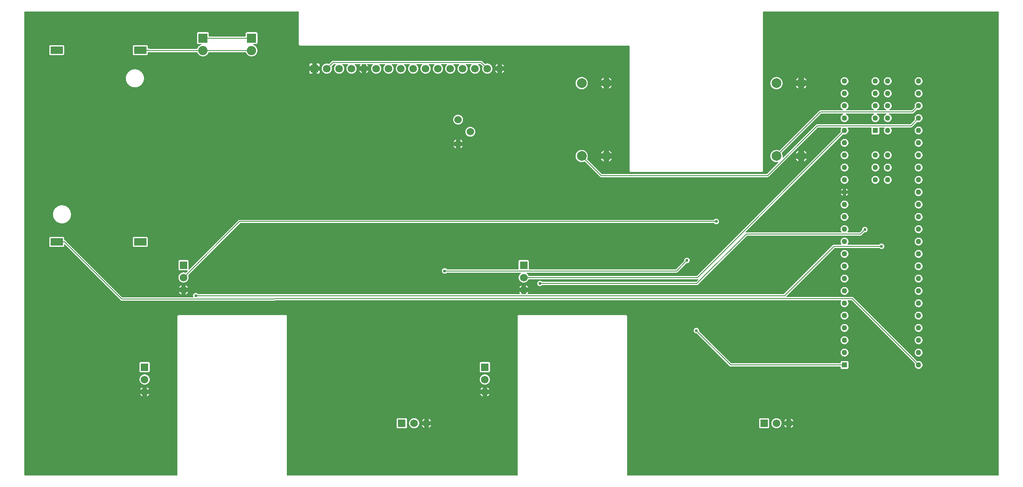
<source format=gtl>
G04 Layer: TopLayer*
G04 EasyEDA v6.3.22, 2020-01-02T17:57:10--6:00*
G04 9629da53efd44d938a0aa96a75fe1ddf,91dbd57421b04f99998894d68b3b19aa,10*
G04 Gerber Generator version 0.2*
G04 Scale: 100 percent, Rotated: No, Reflected: No *
G04 Dimensions in millimeters *
G04 leading zeros omitted , absolute positions ,3 integer and 3 decimal *
%FSLAX33Y33*%
%MOMM*%
G90*
G71D02*

%ADD11C,0.159995*%
%ADD12C,0.610006*%
%ADD13R,1.107948X1.107948*%
%ADD14C,1.107948*%
%ADD15R,1.107948X1.107999*%
%ADD16C,1.107999*%
%ADD17R,2.540000X1.540002*%
%ADD18C,1.999996*%
%ADD19C,1.524000*%
%ADD20R,1.574800X1.574800*%
%ADD21C,1.574800*%
%ADD22R,1.899996X1.899996*%
%ADD23C,1.899996*%

%LPD*%
G36*
G01X56642Y95743D02*
G01X358Y95743D01*
G01X343Y95742D01*
G01X329Y95739D01*
G01X315Y95734D01*
G01X303Y95727D01*
G01X291Y95718D01*
G01X281Y95708D01*
G01X272Y95696D01*
G01X265Y95684D01*
G01X260Y95670D01*
G01X257Y95656D01*
G01X256Y95641D01*
G01X256Y358D01*
G01X257Y343D01*
G01X260Y329D01*
G01X265Y316D01*
G01X272Y302D01*
G01X281Y291D01*
G01X291Y281D01*
G01X303Y272D01*
G01X315Y265D01*
G01X329Y260D01*
G01X343Y257D01*
G01X358Y256D01*
G01X31641Y256D01*
G01X31656Y257D01*
G01X31670Y260D01*
G01X31683Y265D01*
G01X31696Y272D01*
G01X31708Y281D01*
G01X31718Y291D01*
G01X31727Y302D01*
G01X31734Y316D01*
G01X31739Y329D01*
G01X31742Y343D01*
G01X31743Y358D01*
G01X31743Y32999D01*
G01X31744Y33023D01*
G01X31747Y33047D01*
G01X31753Y33069D01*
G01X31760Y33092D01*
G01X31770Y33114D01*
G01X31782Y33135D01*
G01X31795Y33154D01*
G01X31810Y33172D01*
G01X31827Y33189D01*
G01X31845Y33204D01*
G01X31864Y33218D01*
G01X31885Y33229D01*
G01X31907Y33239D01*
G01X31929Y33246D01*
G01X31952Y33252D01*
G01X31976Y33255D01*
G01X31999Y33256D01*
G01X53999Y33256D01*
G01X54023Y33255D01*
G01X54047Y33252D01*
G01X54069Y33246D01*
G01X54092Y33239D01*
G01X54114Y33229D01*
G01X54135Y33218D01*
G01X54154Y33204D01*
G01X54172Y33189D01*
G01X54189Y33172D01*
G01X54204Y33154D01*
G01X54218Y33135D01*
G01X54229Y33114D01*
G01X54239Y33092D01*
G01X54246Y33069D01*
G01X54252Y33047D01*
G01X54255Y33023D01*
G01X54256Y32999D01*
G01X54256Y358D01*
G01X54257Y343D01*
G01X54260Y329D01*
G01X54265Y316D01*
G01X54272Y302D01*
G01X54281Y291D01*
G01X54291Y281D01*
G01X54303Y272D01*
G01X54315Y265D01*
G01X54329Y260D01*
G01X54343Y257D01*
G01X54358Y256D01*
G01X101641Y256D01*
G01X101656Y257D01*
G01X101670Y260D01*
G01X101683Y265D01*
G01X101697Y272D01*
G01X101708Y281D01*
G01X101718Y291D01*
G01X101727Y302D01*
G01X101734Y316D01*
G01X101739Y329D01*
G01X101742Y343D01*
G01X101743Y358D01*
G01X101743Y32999D01*
G01X101744Y33023D01*
G01X101747Y33047D01*
G01X101753Y33069D01*
G01X101761Y33092D01*
G01X101770Y33114D01*
G01X101781Y33135D01*
G01X101795Y33154D01*
G01X101810Y33172D01*
G01X101827Y33189D01*
G01X101845Y33204D01*
G01X101865Y33218D01*
G01X101885Y33229D01*
G01X101907Y33239D01*
G01X101929Y33246D01*
G01X101953Y33252D01*
G01X101976Y33255D01*
G01X101999Y33256D01*
G01X124000Y33256D01*
G01X124023Y33255D01*
G01X124046Y33252D01*
G01X124070Y33246D01*
G01X124092Y33239D01*
G01X124114Y33229D01*
G01X124134Y33218D01*
G01X124154Y33204D01*
G01X124172Y33189D01*
G01X124189Y33172D01*
G01X124204Y33154D01*
G01X124218Y33135D01*
G01X124229Y33114D01*
G01X124239Y33092D01*
G01X124246Y33069D01*
G01X124252Y33047D01*
G01X124255Y33023D01*
G01X124256Y32999D01*
G01X124256Y358D01*
G01X124257Y343D01*
G01X124260Y329D01*
G01X124265Y316D01*
G01X124272Y302D01*
G01X124281Y291D01*
G01X124291Y281D01*
G01X124303Y272D01*
G01X124315Y265D01*
G01X124329Y260D01*
G01X124343Y257D01*
G01X124358Y256D01*
G01X200641Y256D01*
G01X200656Y257D01*
G01X200670Y260D01*
G01X200683Y265D01*
G01X200696Y272D01*
G01X200708Y281D01*
G01X200718Y291D01*
G01X200727Y302D01*
G01X200734Y316D01*
G01X200739Y329D01*
G01X200742Y343D01*
G01X200743Y358D01*
G01X200743Y95641D01*
G01X200742Y95656D01*
G01X200739Y95670D01*
G01X200734Y95684D01*
G01X200727Y95696D01*
G01X200718Y95708D01*
G01X200708Y95718D01*
G01X200696Y95727D01*
G01X200683Y95734D01*
G01X200670Y95739D01*
G01X200656Y95742D01*
G01X200641Y95743D01*
G01X152358Y95743D01*
G01X152343Y95742D01*
G01X152329Y95739D01*
G01X152316Y95734D01*
G01X152302Y95727D01*
G01X152291Y95718D01*
G01X152281Y95708D01*
G01X152272Y95696D01*
G01X152265Y95684D01*
G01X152260Y95670D01*
G01X152257Y95656D01*
G01X152256Y95641D01*
G01X152256Y62999D01*
G01X152255Y62976D01*
G01X152252Y62953D01*
G01X152246Y62929D01*
G01X152238Y62907D01*
G01X152229Y62885D01*
G01X152218Y62865D01*
G01X152204Y62845D01*
G01X152189Y62827D01*
G01X152172Y62810D01*
G01X152154Y62795D01*
G01X152134Y62781D01*
G01X152114Y62770D01*
G01X152092Y62760D01*
G01X152070Y62753D01*
G01X152046Y62747D01*
G01X152023Y62744D01*
G01X152000Y62743D01*
G01X125000Y62743D01*
G01X124976Y62744D01*
G01X124952Y62747D01*
G01X124929Y62753D01*
G01X124907Y62760D01*
G01X124885Y62770D01*
G01X124864Y62781D01*
G01X124845Y62795D01*
G01X124827Y62810D01*
G01X124810Y62827D01*
G01X124795Y62845D01*
G01X124782Y62865D01*
G01X124770Y62885D01*
G01X124760Y62907D01*
G01X124753Y62929D01*
G01X124748Y62953D01*
G01X124744Y62976D01*
G01X124743Y62999D01*
G01X124743Y88641D01*
G01X124742Y88656D01*
G01X124739Y88670D01*
G01X124734Y88684D01*
G01X124727Y88697D01*
G01X124718Y88708D01*
G01X124708Y88718D01*
G01X124696Y88727D01*
G01X124684Y88734D01*
G01X124670Y88739D01*
G01X124656Y88742D01*
G01X124641Y88743D01*
G01X57000Y88743D01*
G01X56976Y88744D01*
G01X56952Y88747D01*
G01X56930Y88753D01*
G01X56907Y88761D01*
G01X56885Y88770D01*
G01X56865Y88781D01*
G01X56845Y88795D01*
G01X56827Y88810D01*
G01X56810Y88827D01*
G01X56795Y88845D01*
G01X56781Y88865D01*
G01X56770Y88885D01*
G01X56760Y88907D01*
G01X56753Y88929D01*
G01X56747Y88953D01*
G01X56744Y88976D01*
G01X56743Y88999D01*
G01X56743Y95641D01*
G01X56742Y95656D01*
G01X56739Y95670D01*
G01X56734Y95684D01*
G01X56727Y95696D01*
G01X56718Y95708D01*
G01X56708Y95718D01*
G01X56696Y95727D01*
G01X56684Y95734D01*
G01X56670Y95739D01*
G01X56656Y95742D01*
G01X56642Y95743D01*
G37*

%LPC*%
G36*
G01X184281Y61910D02*
G01X184239Y61911D01*
G01X184198Y61910D01*
G01X184157Y61907D01*
G01X184116Y61902D01*
G01X184076Y61894D01*
G01X184036Y61885D01*
G01X183997Y61874D01*
G01X183958Y61860D01*
G01X183920Y61845D01*
G01X183882Y61828D01*
G01X183846Y61809D01*
G01X183811Y61788D01*
G01X183776Y61765D01*
G01X183743Y61741D01*
G01X183711Y61715D01*
G01X183681Y61688D01*
G01X183652Y61659D01*
G01X183624Y61628D01*
G01X183598Y61596D01*
G01X183574Y61563D01*
G01X183552Y61529D01*
G01X183531Y61494D01*
G01X183511Y61457D01*
G01X183495Y61420D01*
G01X183479Y61382D01*
G01X183466Y61343D01*
G01X183455Y61304D01*
G01X183445Y61263D01*
G01X183438Y61223D01*
G01X183433Y61182D01*
G01X183430Y61142D01*
G01X183429Y61100D01*
G01X183430Y61059D01*
G01X183433Y61018D01*
G01X183438Y60977D01*
G01X183445Y60937D01*
G01X183455Y60897D01*
G01X183466Y60858D01*
G01X183479Y60819D01*
G01X183511Y60743D01*
G01X183531Y60707D01*
G01X183552Y60672D01*
G01X183574Y60637D01*
G01X183598Y60604D01*
G01X183624Y60573D01*
G01X183652Y60542D01*
G01X183681Y60513D01*
G01X183711Y60485D01*
G01X183743Y60459D01*
G01X183776Y60435D01*
G01X183811Y60413D01*
G01X183846Y60392D01*
G01X183882Y60372D01*
G01X183958Y60340D01*
G01X183997Y60327D01*
G01X184036Y60316D01*
G01X184076Y60306D01*
G01X184116Y60299D01*
G01X184157Y60294D01*
G01X184198Y60291D01*
G01X184239Y60290D01*
G01X184281Y60291D01*
G01X184321Y60294D01*
G01X184362Y60299D01*
G01X184402Y60306D01*
G01X184443Y60316D01*
G01X184482Y60327D01*
G01X184521Y60340D01*
G01X184559Y60356D01*
G01X184596Y60372D01*
G01X184633Y60392D01*
G01X184668Y60413D01*
G01X184702Y60435D01*
G01X184735Y60459D01*
G01X184767Y60485D01*
G01X184798Y60513D01*
G01X184827Y60542D01*
G01X184854Y60573D01*
G01X184880Y60604D01*
G01X184904Y60637D01*
G01X184927Y60672D01*
G01X184948Y60707D01*
G01X184967Y60743D01*
G01X184984Y60781D01*
G01X184999Y60819D01*
G01X185013Y60858D01*
G01X185024Y60897D01*
G01X185033Y60937D01*
G01X185041Y60977D01*
G01X185046Y61018D01*
G01X185049Y61059D01*
G01X185050Y61100D01*
G01X185049Y61142D01*
G01X185046Y61182D01*
G01X185041Y61223D01*
G01X185033Y61263D01*
G01X185024Y61304D01*
G01X185013Y61343D01*
G01X184999Y61382D01*
G01X184984Y61420D01*
G01X184967Y61457D01*
G01X184948Y61494D01*
G01X184927Y61529D01*
G01X184904Y61563D01*
G01X184880Y61596D01*
G01X184854Y61628D01*
G01X184827Y61659D01*
G01X184798Y61688D01*
G01X184767Y61715D01*
G01X184735Y61741D01*
G01X184702Y61765D01*
G01X184668Y61788D01*
G01X184633Y61809D01*
G01X184596Y61828D01*
G01X184559Y61845D01*
G01X184521Y61860D01*
G01X184482Y61874D01*
G01X184443Y61885D01*
G01X184402Y61894D01*
G01X184362Y61902D01*
G01X184321Y61907D01*
G01X184281Y61910D01*
G37*
G36*
G01X8170Y88826D02*
G01X5630Y88826D01*
G01X5606Y88825D01*
G01X5582Y88822D01*
G01X5560Y88816D01*
G01X5537Y88809D01*
G01X5515Y88799D01*
G01X5495Y88787D01*
G01X5475Y88774D01*
G01X5457Y88759D01*
G01X5440Y88742D01*
G01X5425Y88724D01*
G01X5411Y88705D01*
G01X5400Y88684D01*
G01X5390Y88662D01*
G01X5383Y88640D01*
G01X5377Y88617D01*
G01X5374Y88593D01*
G01X5373Y88570D01*
G01X5373Y87030D01*
G01X5374Y87006D01*
G01X5377Y86983D01*
G01X5383Y86959D01*
G01X5390Y86937D01*
G01X5400Y86915D01*
G01X5411Y86895D01*
G01X5425Y86875D01*
G01X5440Y86857D01*
G01X5457Y86840D01*
G01X5475Y86825D01*
G01X5495Y86811D01*
G01X5515Y86800D01*
G01X5537Y86790D01*
G01X5560Y86783D01*
G01X5582Y86777D01*
G01X5606Y86774D01*
G01X5630Y86773D01*
G01X8170Y86773D01*
G01X8193Y86774D01*
G01X8217Y86777D01*
G01X8240Y86783D01*
G01X8262Y86790D01*
G01X8284Y86800D01*
G01X8305Y86811D01*
G01X8324Y86825D01*
G01X8342Y86840D01*
G01X8359Y86857D01*
G01X8374Y86875D01*
G01X8388Y86895D01*
G01X8399Y86915D01*
G01X8409Y86937D01*
G01X8417Y86959D01*
G01X8422Y86983D01*
G01X8425Y87006D01*
G01X8426Y87030D01*
G01X8426Y88570D01*
G01X8425Y88593D01*
G01X8422Y88617D01*
G01X8417Y88640D01*
G01X8409Y88662D01*
G01X8399Y88684D01*
G01X8388Y88705D01*
G01X8374Y88724D01*
G01X8359Y88742D01*
G01X8342Y88759D01*
G01X8324Y88774D01*
G01X8305Y88787D01*
G01X8284Y88799D01*
G01X8262Y88809D01*
G01X8240Y88816D01*
G01X8217Y88822D01*
G01X8193Y88825D01*
G01X8170Y88826D01*
G37*
G36*
G01X155046Y12042D02*
G01X154999Y12043D01*
G01X154953Y12042D01*
G01X154906Y12039D01*
G01X154859Y12034D01*
G01X154813Y12027D01*
G01X154767Y12017D01*
G01X154722Y12006D01*
G01X154677Y11993D01*
G01X154633Y11977D01*
G01X154589Y11960D01*
G01X154546Y11940D01*
G01X154505Y11919D01*
G01X154464Y11896D01*
G01X154424Y11871D01*
G01X154386Y11844D01*
G01X154349Y11816D01*
G01X154313Y11786D01*
G01X154278Y11754D01*
G01X154245Y11721D01*
G01X154214Y11686D01*
G01X154183Y11650D01*
G01X154155Y11613D01*
G01X154128Y11574D01*
G01X154103Y11535D01*
G01X154080Y11494D01*
G01X154059Y11453D01*
G01X154039Y11410D01*
G01X154022Y11366D01*
G01X154007Y11322D01*
G01X153993Y11277D01*
G01X153982Y11232D01*
G01X153972Y11186D01*
G01X153965Y11140D01*
G01X153960Y11093D01*
G01X153957Y11046D01*
G01X153956Y10999D01*
G01X153957Y10953D01*
G01X153960Y10906D01*
G01X153965Y10859D01*
G01X153972Y10813D01*
G01X153982Y10767D01*
G01X153993Y10722D01*
G01X154007Y10677D01*
G01X154022Y10633D01*
G01X154039Y10589D01*
G01X154059Y10547D01*
G01X154080Y10505D01*
G01X154103Y10464D01*
G01X154128Y10424D01*
G01X154155Y10386D01*
G01X154183Y10349D01*
G01X154214Y10313D01*
G01X154245Y10278D01*
G01X154278Y10245D01*
G01X154313Y10214D01*
G01X154349Y10183D01*
G01X154386Y10155D01*
G01X154424Y10128D01*
G01X154464Y10103D01*
G01X154505Y10080D01*
G01X154546Y10059D01*
G01X154589Y10040D01*
G01X154633Y10022D01*
G01X154677Y10007D01*
G01X154722Y9993D01*
G01X154767Y9982D01*
G01X154813Y9972D01*
G01X154859Y9965D01*
G01X154906Y9960D01*
G01X154953Y9957D01*
G01X154999Y9955D01*
G01X155046Y9957D01*
G01X155093Y9960D01*
G01X155140Y9965D01*
G01X155186Y9972D01*
G01X155232Y9982D01*
G01X155277Y9993D01*
G01X155322Y10007D01*
G01X155366Y10022D01*
G01X155410Y10040D01*
G01X155453Y10059D01*
G01X155494Y10080D01*
G01X155535Y10103D01*
G01X155575Y10128D01*
G01X155613Y10155D01*
G01X155650Y10183D01*
G01X155686Y10214D01*
G01X155721Y10245D01*
G01X155754Y10278D01*
G01X155786Y10313D01*
G01X155816Y10349D01*
G01X155844Y10386D01*
G01X155871Y10424D01*
G01X155896Y10464D01*
G01X155919Y10505D01*
G01X155940Y10547D01*
G01X155960Y10589D01*
G01X155977Y10633D01*
G01X155993Y10677D01*
G01X156006Y10722D01*
G01X156017Y10767D01*
G01X156027Y10813D01*
G01X156034Y10859D01*
G01X156039Y10906D01*
G01X156042Y10953D01*
G01X156043Y10999D01*
G01X156042Y11046D01*
G01X156039Y11093D01*
G01X156034Y11140D01*
G01X156027Y11186D01*
G01X156017Y11232D01*
G01X156006Y11277D01*
G01X155993Y11322D01*
G01X155977Y11366D01*
G01X155960Y11410D01*
G01X155940Y11453D01*
G01X155919Y11494D01*
G01X155896Y11535D01*
G01X155871Y11574D01*
G01X155844Y11613D01*
G01X155816Y11650D01*
G01X155786Y11686D01*
G01X155754Y11721D01*
G01X155721Y11754D01*
G01X155686Y11786D01*
G01X155650Y11816D01*
G01X155613Y11844D01*
G01X155575Y11871D01*
G01X155535Y11896D01*
G01X155494Y11919D01*
G01X155453Y11940D01*
G01X155410Y11960D01*
G01X155366Y11977D01*
G01X155322Y11993D01*
G01X155277Y12006D01*
G01X155232Y12017D01*
G01X155186Y12027D01*
G01X155140Y12034D01*
G01X155093Y12039D01*
G01X155046Y12042D01*
G37*
G36*
G01X80506Y12042D02*
G01X80460Y12043D01*
G01X80413Y12042D01*
G01X80366Y12039D01*
G01X80319Y12034D01*
G01X80273Y12027D01*
G01X80227Y12017D01*
G01X80182Y12006D01*
G01X80137Y11993D01*
G01X80093Y11977D01*
G01X80049Y11960D01*
G01X80006Y11940D01*
G01X79965Y11919D01*
G01X79924Y11896D01*
G01X79885Y11871D01*
G01X79846Y11844D01*
G01X79809Y11816D01*
G01X79773Y11786D01*
G01X79738Y11754D01*
G01X79705Y11721D01*
G01X79673Y11686D01*
G01X79643Y11650D01*
G01X79615Y11613D01*
G01X79588Y11574D01*
G01X79563Y11535D01*
G01X79540Y11494D01*
G01X79519Y11453D01*
G01X79499Y11410D01*
G01X79482Y11366D01*
G01X79466Y11322D01*
G01X79453Y11277D01*
G01X79442Y11232D01*
G01X79432Y11186D01*
G01X79425Y11140D01*
G01X79420Y11093D01*
G01X79417Y11046D01*
G01X79416Y10999D01*
G01X79417Y10953D01*
G01X79420Y10906D01*
G01X79425Y10859D01*
G01X79432Y10813D01*
G01X79442Y10767D01*
G01X79453Y10722D01*
G01X79466Y10677D01*
G01X79482Y10633D01*
G01X79499Y10589D01*
G01X79519Y10547D01*
G01X79540Y10505D01*
G01X79563Y10464D01*
G01X79588Y10424D01*
G01X79615Y10386D01*
G01X79643Y10349D01*
G01X79673Y10313D01*
G01X79705Y10278D01*
G01X79738Y10245D01*
G01X79773Y10214D01*
G01X79809Y10183D01*
G01X79846Y10155D01*
G01X79885Y10128D01*
G01X79924Y10103D01*
G01X79965Y10080D01*
G01X80006Y10059D01*
G01X80049Y10040D01*
G01X80093Y10022D01*
G01X80137Y10007D01*
G01X80182Y9993D01*
G01X80227Y9982D01*
G01X80273Y9972D01*
G01X80319Y9965D01*
G01X80366Y9960D01*
G01X80413Y9957D01*
G01X80460Y9955D01*
G01X80506Y9957D01*
G01X80553Y9960D01*
G01X80600Y9965D01*
G01X80646Y9972D01*
G01X80692Y9982D01*
G01X80737Y9993D01*
G01X80782Y10007D01*
G01X80826Y10022D01*
G01X80870Y10040D01*
G01X80912Y10059D01*
G01X80954Y10080D01*
G01X80995Y10103D01*
G01X81035Y10128D01*
G01X81073Y10155D01*
G01X81110Y10183D01*
G01X81146Y10214D01*
G01X81181Y10245D01*
G01X81214Y10278D01*
G01X81245Y10313D01*
G01X81276Y10349D01*
G01X81304Y10386D01*
G01X81331Y10424D01*
G01X81356Y10464D01*
G01X81379Y10505D01*
G01X81400Y10547D01*
G01X81419Y10589D01*
G01X81437Y10633D01*
G01X81452Y10677D01*
G01X81466Y10722D01*
G01X81477Y10767D01*
G01X81487Y10813D01*
G01X81494Y10859D01*
G01X81499Y10906D01*
G01X81503Y10953D01*
G01X81504Y10999D01*
G01X81503Y11046D01*
G01X81499Y11093D01*
G01X81494Y11140D01*
G01X81487Y11186D01*
G01X81477Y11232D01*
G01X81466Y11277D01*
G01X81452Y11322D01*
G01X81437Y11366D01*
G01X81419Y11410D01*
G01X81400Y11453D01*
G01X81379Y11494D01*
G01X81356Y11535D01*
G01X81331Y11574D01*
G01X81304Y11613D01*
G01X81276Y11650D01*
G01X81245Y11686D01*
G01X81214Y11721D01*
G01X81181Y11754D01*
G01X81146Y11786D01*
G01X81110Y11816D01*
G01X81073Y11844D01*
G01X81035Y11871D01*
G01X80995Y11896D01*
G01X80954Y11919D01*
G01X80912Y11940D01*
G01X80870Y11960D01*
G01X80826Y11977D01*
G01X80782Y11993D01*
G01X80737Y12006D01*
G01X80692Y12017D01*
G01X80646Y12027D01*
G01X80600Y12034D01*
G01X80553Y12039D01*
G01X80506Y12042D01*
G37*
G36*
G01X153247Y12043D02*
G01X151672Y12043D01*
G01X151649Y12042D01*
G01X151625Y12039D01*
G01X151602Y12034D01*
G01X151580Y12026D01*
G01X151558Y12016D01*
G01X151537Y12005D01*
G01X151518Y11992D01*
G01X151499Y11976D01*
G01X151483Y11960D01*
G01X151467Y11941D01*
G01X151454Y11922D01*
G01X151442Y11901D01*
G01X151433Y11880D01*
G01X151425Y11857D01*
G01X151420Y11834D01*
G01X151417Y11811D01*
G01X151416Y11787D01*
G01X151416Y10212D01*
G01X151417Y10189D01*
G01X151420Y10165D01*
G01X151425Y10142D01*
G01X151433Y10120D01*
G01X151442Y10098D01*
G01X151454Y10077D01*
G01X151467Y10058D01*
G01X151483Y10039D01*
G01X151499Y10023D01*
G01X151518Y10007D01*
G01X151537Y9994D01*
G01X151558Y9982D01*
G01X151580Y9973D01*
G01X151602Y9965D01*
G01X151625Y9960D01*
G01X151649Y9957D01*
G01X151672Y9955D01*
G01X153247Y9955D01*
G01X153271Y9957D01*
G01X153294Y9960D01*
G01X153317Y9965D01*
G01X153340Y9973D01*
G01X153361Y9982D01*
G01X153382Y9994D01*
G01X153401Y10007D01*
G01X153420Y10023D01*
G01X153436Y10039D01*
G01X153452Y10058D01*
G01X153465Y10077D01*
G01X153476Y10098D01*
G01X153486Y10120D01*
G01X153494Y10142D01*
G01X153499Y10165D01*
G01X153502Y10189D01*
G01X153503Y10212D01*
G01X153503Y11787D01*
G01X153502Y11811D01*
G01X153499Y11834D01*
G01X153494Y11857D01*
G01X153486Y11880D01*
G01X153476Y11901D01*
G01X153465Y11922D01*
G01X153452Y11941D01*
G01X153436Y11960D01*
G01X153420Y11976D01*
G01X153401Y11992D01*
G01X153382Y12005D01*
G01X153361Y12016D01*
G01X153340Y12026D01*
G01X153317Y12034D01*
G01X153294Y12039D01*
G01X153271Y12042D01*
G01X153247Y12043D01*
G37*
G36*
G01X78707Y12043D02*
G01X77132Y12043D01*
G01X77108Y12042D01*
G01X77085Y12039D01*
G01X77062Y12034D01*
G01X77039Y12026D01*
G01X77018Y12016D01*
G01X76997Y12005D01*
G01X76978Y11992D01*
G01X76959Y11976D01*
G01X76943Y11960D01*
G01X76927Y11941D01*
G01X76914Y11922D01*
G01X76903Y11901D01*
G01X76893Y11880D01*
G01X76885Y11857D01*
G01X76880Y11834D01*
G01X76877Y11811D01*
G01X76876Y11787D01*
G01X76876Y10212D01*
G01X76877Y10189D01*
G01X76880Y10165D01*
G01X76885Y10142D01*
G01X76893Y10120D01*
G01X76903Y10098D01*
G01X76914Y10077D01*
G01X76927Y10058D01*
G01X76943Y10039D01*
G01X76959Y10023D01*
G01X76978Y10007D01*
G01X76997Y9994D01*
G01X77018Y9982D01*
G01X77039Y9973D01*
G01X77062Y9965D01*
G01X77085Y9960D01*
G01X77108Y9957D01*
G01X77132Y9955D01*
G01X78707Y9955D01*
G01X78730Y9957D01*
G01X78754Y9960D01*
G01X78777Y9965D01*
G01X78799Y9973D01*
G01X78821Y9982D01*
G01X78842Y9994D01*
G01X78861Y10007D01*
G01X78880Y10023D01*
G01X78896Y10039D01*
G01X78912Y10058D01*
G01X78925Y10077D01*
G01X78937Y10098D01*
G01X78946Y10120D01*
G01X78954Y10142D01*
G01X78959Y10165D01*
G01X78963Y10189D01*
G01X78964Y10212D01*
G01X78964Y11787D01*
G01X78963Y11811D01*
G01X78959Y11834D01*
G01X78954Y11857D01*
G01X78946Y11880D01*
G01X78937Y11901D01*
G01X78925Y11922D01*
G01X78912Y11941D01*
G01X78896Y11960D01*
G01X78880Y11976D01*
G01X78861Y11992D01*
G01X78842Y12005D01*
G01X78821Y12016D01*
G01X78799Y12026D01*
G01X78777Y12034D01*
G01X78754Y12039D01*
G01X78730Y12042D01*
G01X78707Y12043D01*
G37*
G36*
G01X157082Y10542D02*
G01X156601Y10542D01*
G01X156622Y10501D01*
G01X156645Y10461D01*
G01X156670Y10422D01*
G01X156696Y10384D01*
G01X156724Y10347D01*
G01X156754Y10312D01*
G01X156785Y10278D01*
G01X156818Y10245D01*
G01X156852Y10214D01*
G01X156887Y10184D01*
G01X156924Y10156D01*
G01X156962Y10130D01*
G01X157001Y10105D01*
G01X157041Y10082D01*
G01X157082Y10061D01*
G01X157082Y10542D01*
G37*
G36*
G01X82542Y10542D02*
G01X82061Y10542D01*
G01X82082Y10501D01*
G01X82105Y10461D01*
G01X82130Y10422D01*
G01X82156Y10384D01*
G01X82184Y10347D01*
G01X82214Y10312D01*
G01X82245Y10278D01*
G01X82278Y10245D01*
G01X82312Y10214D01*
G01X82347Y10184D01*
G01X82384Y10156D01*
G01X82422Y10130D01*
G01X82461Y10105D01*
G01X82501Y10082D01*
G01X82542Y10061D01*
G01X82542Y10542D01*
G37*
G36*
G01X158478Y10542D02*
G01X157997Y10542D01*
G01X157997Y10061D01*
G01X158038Y10082D01*
G01X158078Y10105D01*
G01X158117Y10130D01*
G01X158155Y10156D01*
G01X158192Y10184D01*
G01X158227Y10214D01*
G01X158261Y10245D01*
G01X158294Y10278D01*
G01X158325Y10312D01*
G01X158355Y10347D01*
G01X158383Y10384D01*
G01X158409Y10422D01*
G01X158434Y10461D01*
G01X158457Y10501D01*
G01X158478Y10542D01*
G37*
G36*
G01X83938Y10542D02*
G01X83457Y10542D01*
G01X83457Y10061D01*
G01X83498Y10082D01*
G01X83538Y10105D01*
G01X83577Y10130D01*
G01X83615Y10156D01*
G01X83652Y10184D01*
G01X83687Y10214D01*
G01X83721Y10245D01*
G01X83754Y10278D01*
G01X83785Y10312D01*
G01X83815Y10347D01*
G01X83843Y10384D01*
G01X83869Y10422D01*
G01X83894Y10461D01*
G01X83917Y10501D01*
G01X83938Y10542D01*
G37*
G36*
G01X157082Y11457D02*
G01X157082Y11938D01*
G01X157041Y11917D01*
G01X157001Y11894D01*
G01X156962Y11869D01*
G01X156924Y11843D01*
G01X156887Y11815D01*
G01X156852Y11785D01*
G01X156818Y11754D01*
G01X156785Y11721D01*
G01X156754Y11687D01*
G01X156724Y11652D01*
G01X156696Y11615D01*
G01X156670Y11577D01*
G01X156645Y11538D01*
G01X156622Y11498D01*
G01X156601Y11457D01*
G01X157082Y11457D01*
G37*
G36*
G01X82542Y11457D02*
G01X82542Y11938D01*
G01X82501Y11917D01*
G01X82461Y11894D01*
G01X82422Y11869D01*
G01X82384Y11843D01*
G01X82347Y11815D01*
G01X82312Y11785D01*
G01X82278Y11754D01*
G01X82245Y11721D01*
G01X82214Y11687D01*
G01X82184Y11652D01*
G01X82156Y11615D01*
G01X82130Y11577D01*
G01X82105Y11538D01*
G01X82082Y11498D01*
G01X82061Y11457D01*
G01X82542Y11457D01*
G37*
G36*
G01X158038Y11917D02*
G01X157997Y11938D01*
G01X157997Y11457D01*
G01X158478Y11457D01*
G01X158457Y11498D01*
G01X158434Y11538D01*
G01X158409Y11577D01*
G01X158383Y11615D01*
G01X158355Y11652D01*
G01X158325Y11687D01*
G01X158294Y11721D01*
G01X158261Y11754D01*
G01X158227Y11785D01*
G01X158192Y11815D01*
G01X158155Y11843D01*
G01X158117Y11869D01*
G01X158078Y11894D01*
G01X158038Y11917D01*
G37*
G36*
G01X83498Y11917D02*
G01X83457Y11938D01*
G01X83457Y11457D01*
G01X83938Y11457D01*
G01X83917Y11498D01*
G01X83894Y11538D01*
G01X83869Y11577D01*
G01X83843Y11615D01*
G01X83815Y11652D01*
G01X83785Y11687D01*
G01X83754Y11721D01*
G01X83721Y11754D01*
G01X83687Y11785D01*
G01X83652Y11815D01*
G01X83615Y11843D01*
G01X83577Y11869D01*
G01X83538Y11894D01*
G01X83498Y11917D01*
G37*
G36*
G01X94542Y17002D02*
G01X94061Y17002D01*
G01X94082Y16961D01*
G01X94105Y16921D01*
G01X94130Y16882D01*
G01X94156Y16844D01*
G01X94184Y16807D01*
G01X94214Y16772D01*
G01X94245Y16738D01*
G01X94278Y16705D01*
G01X94312Y16674D01*
G01X94347Y16644D01*
G01X94384Y16616D01*
G01X94422Y16590D01*
G01X94461Y16565D01*
G01X94501Y16542D01*
G01X94542Y16521D01*
G01X94542Y17002D01*
G37*
G36*
G01X95938Y17002D02*
G01X95457Y17002D01*
G01X95457Y16521D01*
G01X95498Y16542D01*
G01X95538Y16565D01*
G01X95577Y16590D01*
G01X95615Y16616D01*
G01X95652Y16644D01*
G01X95687Y16674D01*
G01X95721Y16705D01*
G01X95754Y16738D01*
G01X95785Y16772D01*
G01X95815Y16807D01*
G01X95843Y16844D01*
G01X95869Y16882D01*
G01X95894Y16921D01*
G01X95917Y16961D01*
G01X95938Y17002D01*
G37*
G36*
G01X25938Y17002D02*
G01X25457Y17002D01*
G01X25457Y16521D01*
G01X25498Y16542D01*
G01X25538Y16565D01*
G01X25577Y16590D01*
G01X25615Y16616D01*
G01X25651Y16644D01*
G01X25687Y16674D01*
G01X25721Y16705D01*
G01X25754Y16738D01*
G01X25785Y16772D01*
G01X25815Y16807D01*
G01X25843Y16844D01*
G01X25869Y16882D01*
G01X25894Y16921D01*
G01X25917Y16961D01*
G01X25938Y17002D01*
G37*
G36*
G01X24543Y17002D02*
G01X24061Y17002D01*
G01X24082Y16961D01*
G01X24105Y16921D01*
G01X24130Y16882D01*
G01X24156Y16844D01*
G01X24184Y16807D01*
G01X24214Y16772D01*
G01X24245Y16738D01*
G01X24278Y16705D01*
G01X24312Y16674D01*
G01X24347Y16644D01*
G01X24384Y16616D01*
G01X24422Y16590D01*
G01X24461Y16565D01*
G01X24501Y16542D01*
G01X24543Y16521D01*
G01X24543Y17002D01*
G37*
G36*
G01X94542Y17917D02*
G01X94542Y18398D01*
G01X94501Y18377D01*
G01X94461Y18354D01*
G01X94422Y18329D01*
G01X94384Y18303D01*
G01X94347Y18274D01*
G01X94312Y18245D01*
G01X94278Y18214D01*
G01X94245Y18181D01*
G01X94214Y18147D01*
G01X94184Y18111D01*
G01X94156Y18075D01*
G01X94130Y18037D01*
G01X94105Y17998D01*
G01X94082Y17958D01*
G01X94061Y17917D01*
G01X94542Y17917D01*
G37*
G36*
G01X95498Y18377D02*
G01X95457Y18398D01*
G01X95457Y17917D01*
G01X95938Y17917D01*
G01X95917Y17958D01*
G01X95894Y17998D01*
G01X95869Y18037D01*
G01X95843Y18075D01*
G01X95815Y18111D01*
G01X95785Y18147D01*
G01X95754Y18181D01*
G01X95721Y18214D01*
G01X95687Y18245D01*
G01X95652Y18274D01*
G01X95615Y18303D01*
G01X95577Y18329D01*
G01X95538Y18354D01*
G01X95498Y18377D01*
G37*
G36*
G01X24543Y17917D02*
G01X24543Y18398D01*
G01X24501Y18377D01*
G01X24461Y18354D01*
G01X24422Y18329D01*
G01X24384Y18303D01*
G01X24347Y18274D01*
G01X24312Y18245D01*
G01X24278Y18214D01*
G01X24245Y18181D01*
G01X24214Y18147D01*
G01X24184Y18111D01*
G01X24156Y18075D01*
G01X24130Y18037D01*
G01X24105Y17998D01*
G01X24082Y17958D01*
G01X24061Y17917D01*
G01X24543Y17917D01*
G37*
G36*
G01X25498Y18377D02*
G01X25457Y18398D01*
G01X25457Y17917D01*
G01X25938Y17917D01*
G01X25917Y17958D01*
G01X25894Y17998D01*
G01X25869Y18037D01*
G01X25843Y18075D01*
G01X25815Y18111D01*
G01X25785Y18147D01*
G01X25754Y18181D01*
G01X25721Y18214D01*
G01X25687Y18245D01*
G01X25615Y18303D01*
G01X25577Y18329D01*
G01X25538Y18354D01*
G01X25498Y18377D01*
G37*
G36*
G01X95046Y21043D02*
G01X95000Y21044D01*
G01X94953Y21043D01*
G01X94906Y21039D01*
G01X94859Y21034D01*
G01X94813Y21027D01*
G01X94767Y21017D01*
G01X94722Y21006D01*
G01X94677Y20992D01*
G01X94633Y20977D01*
G01X94589Y20959D01*
G01X94546Y20940D01*
G01X94505Y20919D01*
G01X94464Y20896D01*
G01X94425Y20871D01*
G01X94386Y20844D01*
G01X94349Y20816D01*
G01X94313Y20786D01*
G01X94278Y20754D01*
G01X94245Y20721D01*
G01X94213Y20686D01*
G01X94183Y20650D01*
G01X94155Y20613D01*
G01X94128Y20575D01*
G01X94103Y20535D01*
G01X94080Y20494D01*
G01X94059Y20452D01*
G01X94039Y20410D01*
G01X94022Y20366D01*
G01X94006Y20322D01*
G01X93993Y20277D01*
G01X93982Y20232D01*
G01X93972Y20186D01*
G01X93965Y20140D01*
G01X93960Y20093D01*
G01X93957Y20046D01*
G01X93956Y20000D01*
G01X93957Y19953D01*
G01X93960Y19906D01*
G01X93965Y19859D01*
G01X93972Y19813D01*
G01X93982Y19767D01*
G01X93993Y19722D01*
G01X94006Y19677D01*
G01X94022Y19633D01*
G01X94039Y19589D01*
G01X94059Y19547D01*
G01X94080Y19505D01*
G01X94103Y19464D01*
G01X94128Y19425D01*
G01X94155Y19386D01*
G01X94183Y19348D01*
G01X94213Y19313D01*
G01X94245Y19278D01*
G01X94278Y19245D01*
G01X94313Y19213D01*
G01X94349Y19183D01*
G01X94386Y19155D01*
G01X94425Y19128D01*
G01X94464Y19104D01*
G01X94505Y19080D01*
G01X94546Y19059D01*
G01X94589Y19040D01*
G01X94633Y19022D01*
G01X94677Y19007D01*
G01X94722Y18993D01*
G01X94767Y18982D01*
G01X94813Y18972D01*
G01X94859Y18965D01*
G01X94906Y18960D01*
G01X94953Y18957D01*
G01X95000Y18956D01*
G01X95046Y18957D01*
G01X95093Y18960D01*
G01X95140Y18965D01*
G01X95186Y18972D01*
G01X95232Y18982D01*
G01X95277Y18993D01*
G01X95322Y19007D01*
G01X95366Y19022D01*
G01X95410Y19040D01*
G01X95453Y19059D01*
G01X95494Y19080D01*
G01X95535Y19104D01*
G01X95575Y19128D01*
G01X95613Y19155D01*
G01X95650Y19183D01*
G01X95686Y19213D01*
G01X95721Y19245D01*
G01X95754Y19278D01*
G01X95816Y19348D01*
G01X95844Y19386D01*
G01X95871Y19425D01*
G01X95896Y19464D01*
G01X95919Y19505D01*
G01X95940Y19547D01*
G01X95960Y19589D01*
G01X95977Y19633D01*
G01X95992Y19677D01*
G01X96006Y19722D01*
G01X96017Y19767D01*
G01X96027Y19813D01*
G01X96034Y19859D01*
G01X96039Y19906D01*
G01X96042Y19953D01*
G01X96044Y20000D01*
G01X96042Y20046D01*
G01X96039Y20093D01*
G01X96034Y20140D01*
G01X96027Y20186D01*
G01X96017Y20232D01*
G01X96006Y20277D01*
G01X95992Y20322D01*
G01X95977Y20366D01*
G01X95960Y20410D01*
G01X95940Y20452D01*
G01X95919Y20494D01*
G01X95896Y20535D01*
G01X95871Y20575D01*
G01X95844Y20613D01*
G01X95816Y20650D01*
G01X95785Y20686D01*
G01X95754Y20721D01*
G01X95721Y20754D01*
G01X95686Y20786D01*
G01X95650Y20816D01*
G01X95613Y20844D01*
G01X95575Y20871D01*
G01X95535Y20896D01*
G01X95494Y20919D01*
G01X95453Y20940D01*
G01X95410Y20959D01*
G01X95366Y20977D01*
G01X95322Y20992D01*
G01X95277Y21006D01*
G01X95232Y21017D01*
G01X95186Y21027D01*
G01X95140Y21034D01*
G01X95093Y21039D01*
G01X95046Y21043D01*
G37*
G36*
G01X25046Y21043D02*
G01X25000Y21044D01*
G01X24952Y21043D01*
G01X24906Y21039D01*
G01X24859Y21034D01*
G01X24813Y21027D01*
G01X24767Y21017D01*
G01X24722Y21006D01*
G01X24677Y20992D01*
G01X24633Y20977D01*
G01X24589Y20959D01*
G01X24547Y20940D01*
G01X24505Y20919D01*
G01X24464Y20896D01*
G01X24425Y20871D01*
G01X24386Y20844D01*
G01X24348Y20816D01*
G01X24313Y20786D01*
G01X24278Y20754D01*
G01X24245Y20721D01*
G01X24213Y20686D01*
G01X24183Y20650D01*
G01X24155Y20613D01*
G01X24128Y20575D01*
G01X24103Y20535D01*
G01X24080Y20494D01*
G01X24059Y20452D01*
G01X24040Y20410D01*
G01X24022Y20366D01*
G01X24007Y20322D01*
G01X23993Y20277D01*
G01X23982Y20232D01*
G01X23973Y20186D01*
G01X23965Y20140D01*
G01X23960Y20093D01*
G01X23957Y20046D01*
G01X23956Y20000D01*
G01X23957Y19953D01*
G01X23960Y19906D01*
G01X23965Y19859D01*
G01X23973Y19813D01*
G01X23982Y19767D01*
G01X23993Y19722D01*
G01X24007Y19677D01*
G01X24022Y19633D01*
G01X24040Y19589D01*
G01X24059Y19547D01*
G01X24080Y19505D01*
G01X24103Y19464D01*
G01X24128Y19425D01*
G01X24155Y19386D01*
G01X24183Y19348D01*
G01X24213Y19313D01*
G01X24245Y19278D01*
G01X24278Y19245D01*
G01X24313Y19213D01*
G01X24348Y19183D01*
G01X24386Y19155D01*
G01X24425Y19128D01*
G01X24464Y19104D01*
G01X24505Y19080D01*
G01X24547Y19059D01*
G01X24589Y19040D01*
G01X24633Y19022D01*
G01X24677Y19007D01*
G01X24722Y18993D01*
G01X24767Y18982D01*
G01X24813Y18972D01*
G01X24859Y18965D01*
G01X24906Y18960D01*
G01X24952Y18957D01*
G01X25000Y18956D01*
G01X25046Y18957D01*
G01X25093Y18960D01*
G01X25139Y18965D01*
G01X25186Y18972D01*
G01X25232Y18982D01*
G01X25277Y18993D01*
G01X25322Y19007D01*
G01X25366Y19022D01*
G01X25410Y19040D01*
G01X25452Y19059D01*
G01X25494Y19080D01*
G01X25535Y19104D01*
G01X25575Y19128D01*
G01X25613Y19155D01*
G01X25650Y19183D01*
G01X25687Y19213D01*
G01X25721Y19245D01*
G01X25754Y19278D01*
G01X25786Y19313D01*
G01X25816Y19348D01*
G01X25844Y19386D01*
G01X25871Y19425D01*
G01X25896Y19464D01*
G01X25919Y19505D01*
G01X25940Y19547D01*
G01X25959Y19589D01*
G01X25977Y19633D01*
G01X25992Y19677D01*
G01X26006Y19722D01*
G01X26017Y19767D01*
G01X26027Y19813D01*
G01X26034Y19859D01*
G01X26039Y19906D01*
G01X26043Y19953D01*
G01X26044Y20000D01*
G01X26043Y20046D01*
G01X26039Y20093D01*
G01X26034Y20140D01*
G01X26027Y20186D01*
G01X26017Y20232D01*
G01X26006Y20277D01*
G01X25992Y20322D01*
G01X25977Y20366D01*
G01X25959Y20410D01*
G01X25940Y20452D01*
G01X25919Y20494D01*
G01X25896Y20535D01*
G01X25871Y20575D01*
G01X25844Y20613D01*
G01X25816Y20650D01*
G01X25786Y20686D01*
G01X25754Y20721D01*
G01X25721Y20754D01*
G01X25687Y20786D01*
G01X25650Y20816D01*
G01X25613Y20844D01*
G01X25575Y20871D01*
G01X25535Y20896D01*
G01X25494Y20919D01*
G01X25452Y20940D01*
G01X25410Y20959D01*
G01X25366Y20977D01*
G01X25322Y20992D01*
G01X25277Y21006D01*
G01X25232Y21017D01*
G01X25186Y21027D01*
G01X25139Y21034D01*
G01X25093Y21039D01*
G01X25046Y21043D01*
G37*
G36*
G01X95787Y23584D02*
G01X94212Y23584D01*
G01X94188Y23583D01*
G01X94165Y23579D01*
G01X94142Y23573D01*
G01X94119Y23566D01*
G01X94098Y23557D01*
G01X94077Y23545D01*
G01X94058Y23532D01*
G01X94039Y23517D01*
G01X94023Y23500D01*
G01X94007Y23481D01*
G01X93994Y23462D01*
G01X93983Y23441D01*
G01X93973Y23420D01*
G01X93965Y23397D01*
G01X93960Y23374D01*
G01X93957Y23350D01*
G01X93956Y23327D01*
G01X93956Y21752D01*
G01X93957Y21728D01*
G01X93960Y21705D01*
G01X93965Y21682D01*
G01X93973Y21659D01*
G01X93983Y21638D01*
G01X93994Y21617D01*
G01X94007Y21597D01*
G01X94023Y21579D01*
G01X94039Y21563D01*
G01X94058Y21548D01*
G01X94077Y21534D01*
G01X94098Y21523D01*
G01X94119Y21513D01*
G01X94142Y21505D01*
G01X94165Y21500D01*
G01X94188Y21497D01*
G01X94212Y21496D01*
G01X95787Y21496D01*
G01X95810Y21497D01*
G01X95834Y21500D01*
G01X95857Y21505D01*
G01X95879Y21513D01*
G01X95901Y21523D01*
G01X95922Y21534D01*
G01X95941Y21548D01*
G01X95960Y21563D01*
G01X95976Y21579D01*
G01X95992Y21597D01*
G01X96005Y21617D01*
G01X96017Y21638D01*
G01X96026Y21659D01*
G01X96034Y21682D01*
G01X96039Y21705D01*
G01X96042Y21728D01*
G01X96044Y21752D01*
G01X96044Y23327D01*
G01X96042Y23350D01*
G01X96039Y23374D01*
G01X96034Y23397D01*
G01X96026Y23420D01*
G01X96017Y23441D01*
G01X96005Y23462D01*
G01X95992Y23481D01*
G01X95976Y23500D01*
G01X95960Y23517D01*
G01X95941Y23532D01*
G01X95922Y23545D01*
G01X95901Y23557D01*
G01X95879Y23566D01*
G01X95857Y23573D01*
G01X95834Y23579D01*
G01X95810Y23583D01*
G01X95787Y23584D01*
G37*
G36*
G01X25787Y23584D02*
G01X24212Y23584D01*
G01X24188Y23583D01*
G01X24165Y23579D01*
G01X24142Y23573D01*
G01X24119Y23566D01*
G01X24098Y23557D01*
G01X24077Y23545D01*
G01X24057Y23532D01*
G01X24039Y23517D01*
G01X24022Y23500D01*
G01X23994Y23462D01*
G01X23983Y23441D01*
G01X23973Y23420D01*
G01X23965Y23397D01*
G01X23960Y23374D01*
G01X23957Y23350D01*
G01X23956Y23327D01*
G01X23956Y21752D01*
G01X23957Y21728D01*
G01X23960Y21705D01*
G01X23965Y21682D01*
G01X23973Y21659D01*
G01X23983Y21638D01*
G01X23994Y21617D01*
G01X24008Y21597D01*
G01X24022Y21579D01*
G01X24039Y21563D01*
G01X24057Y21548D01*
G01X24077Y21534D01*
G01X24098Y21523D01*
G01X24119Y21513D01*
G01X24142Y21505D01*
G01X24165Y21500D01*
G01X24188Y21497D01*
G01X24212Y21496D01*
G01X25787Y21496D01*
G01X25810Y21497D01*
G01X25834Y21500D01*
G01X25857Y21505D01*
G01X25880Y21513D01*
G01X25901Y21523D01*
G01X25922Y21534D01*
G01X25942Y21548D01*
G01X25960Y21563D01*
G01X25977Y21579D01*
G01X25992Y21597D01*
G01X26005Y21617D01*
G01X26017Y21638D01*
G01X26026Y21659D01*
G01X26033Y21682D01*
G01X26039Y21705D01*
G01X26042Y21728D01*
G01X26044Y21752D01*
G01X26044Y23327D01*
G01X26042Y23350D01*
G01X26039Y23374D01*
G01X26033Y23397D01*
G01X26026Y23420D01*
G01X26017Y23441D01*
G01X26005Y23462D01*
G01X25992Y23481D01*
G01X25977Y23500D01*
G01X25960Y23517D01*
G01X25942Y23532D01*
G01X25922Y23545D01*
G01X25901Y23557D01*
G01X25880Y23566D01*
G01X25857Y23573D01*
G01X25834Y23579D01*
G01X25810Y23583D01*
G01X25787Y23584D01*
G37*
G36*
G01X138558Y30629D02*
G01X138523Y30630D01*
G01X138489Y30629D01*
G01X138456Y30626D01*
G01X138422Y30621D01*
G01X138389Y30614D01*
G01X138356Y30605D01*
G01X138324Y30594D01*
G01X138293Y30581D01*
G01X138262Y30566D01*
G01X138233Y30549D01*
G01X138204Y30531D01*
G01X138177Y30511D01*
G01X138151Y30489D01*
G01X138126Y30466D01*
G01X138103Y30441D01*
G01X138082Y30415D01*
G01X138061Y30388D01*
G01X138043Y30359D01*
G01X138026Y30330D01*
G01X138011Y30299D01*
G01X137998Y30268D01*
G01X137988Y30236D01*
G01X137978Y30203D01*
G01X137971Y30170D01*
G01X137966Y30136D01*
G01X137963Y30103D01*
G01X137962Y30069D01*
G01X137963Y30035D01*
G01X137966Y30001D01*
G01X137971Y29968D01*
G01X137978Y29934D01*
G01X137998Y29870D01*
G01X138011Y29838D01*
G01X138026Y29808D01*
G01X138043Y29778D01*
G01X138061Y29750D01*
G01X138082Y29722D01*
G01X138103Y29696D01*
G01X138126Y29671D01*
G01X138151Y29649D01*
G01X138177Y29627D01*
G01X138204Y29606D01*
G01X138233Y29588D01*
G01X138262Y29571D01*
G01X138324Y29543D01*
G01X138356Y29533D01*
G01X138389Y29524D01*
G01X138422Y29517D01*
G01X138456Y29511D01*
G01X138489Y29508D01*
G01X138523Y29507D01*
G01X138560Y29508D01*
G01X138566Y29508D01*
G01X138582Y29507D01*
G01X138597Y29503D01*
G01X138612Y29497D01*
G01X138626Y29489D01*
G01X138638Y29479D01*
G01X145357Y22762D01*
G01X145376Y22744D01*
G01X145397Y22728D01*
G01X145419Y22713D01*
G01X145442Y22700D01*
G01X145466Y22689D01*
G01X145491Y22680D01*
G01X145516Y22673D01*
G01X145542Y22668D01*
G01X145568Y22665D01*
G01X145595Y22664D01*
G01X168088Y22664D01*
G01X168102Y22662D01*
G01X168116Y22659D01*
G01X168130Y22654D01*
G01X168142Y22647D01*
G01X168154Y22639D01*
G01X168164Y22628D01*
G01X168173Y22617D01*
G01X168180Y22604D01*
G01X168185Y22590D01*
G01X168188Y22576D01*
G01X168189Y22562D01*
G01X168189Y22446D01*
G01X168190Y22422D01*
G01X168193Y22398D01*
G01X168199Y22376D01*
G01X168206Y22353D01*
G01X168216Y22331D01*
G01X168227Y22311D01*
G01X168241Y22291D01*
G01X168256Y22273D01*
G01X168272Y22256D01*
G01X168291Y22241D01*
G01X168311Y22227D01*
G01X168331Y22216D01*
G01X168353Y22206D01*
G01X168376Y22199D01*
G01X168398Y22193D01*
G01X168422Y22190D01*
G01X168446Y22189D01*
G01X169554Y22189D01*
G01X169577Y22190D01*
G01X169600Y22193D01*
G01X169624Y22199D01*
G01X169646Y22206D01*
G01X169668Y22216D01*
G01X169689Y22227D01*
G01X169708Y22241D01*
G01X169726Y22256D01*
G01X169743Y22273D01*
G01X169758Y22291D01*
G01X169772Y22311D01*
G01X169783Y22331D01*
G01X169793Y22353D01*
G01X169800Y22376D01*
G01X169806Y22398D01*
G01X169809Y22422D01*
G01X169810Y22446D01*
G01X169810Y23554D01*
G01X169809Y23577D01*
G01X169806Y23601D01*
G01X169800Y23624D01*
G01X169793Y23646D01*
G01X169783Y23668D01*
G01X169772Y23689D01*
G01X169758Y23708D01*
G01X169743Y23726D01*
G01X169726Y23743D01*
G01X169708Y23758D01*
G01X169689Y23772D01*
G01X169668Y23783D01*
G01X169646Y23793D01*
G01X169624Y23801D01*
G01X169600Y23806D01*
G01X169577Y23809D01*
G01X169554Y23810D01*
G01X168446Y23810D01*
G01X168422Y23809D01*
G01X168398Y23806D01*
G01X168376Y23801D01*
G01X168353Y23793D01*
G01X168331Y23783D01*
G01X168311Y23772D01*
G01X168291Y23758D01*
G01X168272Y23743D01*
G01X168256Y23726D01*
G01X168241Y23708D01*
G01X168227Y23689D01*
G01X168216Y23668D01*
G01X168206Y23646D01*
G01X168199Y23624D01*
G01X168193Y23601D01*
G01X168190Y23577D01*
G01X168189Y23554D01*
G01X168189Y23438D01*
G01X168188Y23424D01*
G01X168185Y23409D01*
G01X168180Y23396D01*
G01X168173Y23383D01*
G01X168164Y23372D01*
G01X168154Y23361D01*
G01X168142Y23352D01*
G01X168130Y23346D01*
G01X168116Y23341D01*
G01X168102Y23338D01*
G01X168088Y23336D01*
G01X145776Y23336D01*
G01X145760Y23338D01*
G01X145745Y23341D01*
G01X145730Y23347D01*
G01X145717Y23356D01*
G01X145705Y23366D01*
G01X139113Y29955D01*
G01X139103Y29967D01*
G01X139095Y29980D01*
G01X139089Y29995D01*
G01X139085Y30011D01*
G01X139084Y30027D01*
G01X139084Y30033D01*
G01X139085Y30069D01*
G01X139084Y30103D01*
G01X139081Y30136D01*
G01X139076Y30170D01*
G01X139069Y30203D01*
G01X139059Y30236D01*
G01X139049Y30268D01*
G01X139036Y30299D01*
G01X139021Y30330D01*
G01X139004Y30359D01*
G01X138986Y30388D01*
G01X138965Y30415D01*
G01X138944Y30441D01*
G01X138921Y30466D01*
G01X138896Y30489D01*
G01X138870Y30511D01*
G01X138843Y30531D01*
G01X138814Y30549D01*
G01X138785Y30566D01*
G01X138754Y30581D01*
G01X138723Y30594D01*
G01X138691Y30605D01*
G01X138658Y30614D01*
G01X138625Y30621D01*
G01X138591Y30626D01*
G01X138558Y30629D01*
G37*
G36*
G01X8170Y49326D02*
G01X5630Y49326D01*
G01X5606Y49325D01*
G01X5582Y49321D01*
G01X5560Y49316D01*
G01X5537Y49309D01*
G01X5515Y49299D01*
G01X5495Y49287D01*
G01X5475Y49274D01*
G01X5457Y49259D01*
G01X5440Y49242D01*
G01X5425Y49224D01*
G01X5412Y49205D01*
G01X5400Y49184D01*
G01X5390Y49162D01*
G01X5383Y49140D01*
G01X5377Y49117D01*
G01X5374Y49093D01*
G01X5373Y49069D01*
G01X5373Y47529D01*
G01X5374Y47506D01*
G01X5377Y47482D01*
G01X5383Y47459D01*
G01X5390Y47437D01*
G01X5400Y47415D01*
G01X5412Y47395D01*
G01X5425Y47375D01*
G01X5440Y47356D01*
G01X5457Y47340D01*
G01X5475Y47325D01*
G01X5495Y47311D01*
G01X5515Y47300D01*
G01X5537Y47290D01*
G01X5560Y47283D01*
G01X5582Y47277D01*
G01X5606Y47274D01*
G01X5630Y47273D01*
G01X8170Y47273D01*
G01X8193Y47274D01*
G01X8217Y47277D01*
G01X8240Y47283D01*
G01X8262Y47290D01*
G01X8284Y47300D01*
G01X8305Y47311D01*
G01X8324Y47325D01*
G01X8342Y47340D01*
G01X8359Y47356D01*
G01X8374Y47375D01*
G01X8388Y47395D01*
G01X8399Y47415D01*
G01X8409Y47437D01*
G01X8417Y47459D01*
G01X8422Y47482D01*
G01X8425Y47506D01*
G01X8426Y47529D01*
G01X8426Y47723D01*
G01X8427Y47737D01*
G01X8430Y47752D01*
G01X8435Y47765D01*
G01X8442Y47778D01*
G01X8451Y47789D01*
G01X8461Y47800D01*
G01X8473Y47809D01*
G01X8486Y47815D01*
G01X8499Y47820D01*
G01X8513Y47823D01*
G01X8528Y47824D01*
G01X8544Y47823D01*
G01X8559Y47820D01*
G01X8574Y47814D01*
G01X8587Y47805D01*
G01X8599Y47795D01*
G01X20082Y36313D01*
G01X20101Y36295D01*
G01X20122Y36279D01*
G01X20144Y36264D01*
G01X20167Y36251D01*
G01X20190Y36240D01*
G01X20215Y36231D01*
G01X20241Y36224D01*
G01X20267Y36219D01*
G01X20293Y36216D01*
G01X20320Y36215D01*
G01X51686Y36215D01*
G01X51713Y36216D01*
G01X51740Y36219D01*
G01X51766Y36224D01*
G01X51792Y36231D01*
G01X51818Y36241D01*
G01X51842Y36253D01*
G01X51865Y36266D01*
G01X51887Y36281D01*
G01X51908Y36298D01*
G01X51920Y36307D01*
G01X51933Y36314D01*
G01X51947Y36319D01*
G01X51961Y36322D01*
G01X51976Y36324D01*
G01X168251Y36324D01*
G01X168265Y36322D01*
G01X168280Y36319D01*
G01X168293Y36314D01*
G01X168306Y36307D01*
G01X168318Y36299D01*
G01X168328Y36288D01*
G01X168336Y36277D01*
G01X168344Y36264D01*
G01X168349Y36251D01*
G01X168352Y36236D01*
G01X168353Y36222D01*
G01X168351Y36206D01*
G01X168348Y36192D01*
G01X168342Y36177D01*
G01X168334Y36164D01*
G01X168312Y36130D01*
G01X168291Y36094D01*
G01X168272Y36058D01*
G01X168255Y36020D01*
G01X168239Y35982D01*
G01X168226Y35943D01*
G01X168215Y35904D01*
G01X168205Y35863D01*
G01X168198Y35823D01*
G01X168193Y35782D01*
G01X168190Y35742D01*
G01X168189Y35700D01*
G01X168190Y35659D01*
G01X168193Y35618D01*
G01X168198Y35577D01*
G01X168205Y35537D01*
G01X168215Y35497D01*
G01X168226Y35458D01*
G01X168239Y35419D01*
G01X168271Y35343D01*
G01X168291Y35307D01*
G01X168312Y35272D01*
G01X168334Y35237D01*
G01X168358Y35204D01*
G01X168384Y35173D01*
G01X168412Y35142D01*
G01X168441Y35113D01*
G01X168471Y35085D01*
G01X168503Y35059D01*
G01X168536Y35035D01*
G01X168571Y35013D01*
G01X168606Y34992D01*
G01X168642Y34972D01*
G01X168718Y34940D01*
G01X168757Y34927D01*
G01X168796Y34916D01*
G01X168836Y34906D01*
G01X168876Y34899D01*
G01X168917Y34894D01*
G01X168958Y34891D01*
G01X168999Y34890D01*
G01X169041Y34891D01*
G01X169081Y34894D01*
G01X169122Y34899D01*
G01X169162Y34906D01*
G01X169203Y34916D01*
G01X169242Y34927D01*
G01X169281Y34940D01*
G01X169319Y34956D01*
G01X169356Y34972D01*
G01X169393Y34992D01*
G01X169428Y35013D01*
G01X169462Y35035D01*
G01X169495Y35059D01*
G01X169527Y35085D01*
G01X169558Y35113D01*
G01X169587Y35142D01*
G01X169614Y35173D01*
G01X169640Y35204D01*
G01X169664Y35237D01*
G01X169687Y35272D01*
G01X169708Y35307D01*
G01X169727Y35343D01*
G01X169744Y35381D01*
G01X169759Y35419D01*
G01X169773Y35458D01*
G01X169784Y35497D01*
G01X169793Y35537D01*
G01X169801Y35577D01*
G01X169806Y35618D01*
G01X169809Y35659D01*
G01X169810Y35700D01*
G01X169809Y35742D01*
G01X169806Y35782D01*
G01X169801Y35823D01*
G01X169793Y35863D01*
G01X169784Y35904D01*
G01X169773Y35943D01*
G01X169759Y35982D01*
G01X169744Y36020D01*
G01X169727Y36058D01*
G01X169708Y36094D01*
G01X169687Y36130D01*
G01X169664Y36164D01*
G01X169656Y36177D01*
G01X169651Y36192D01*
G01X169647Y36206D01*
G01X169646Y36222D01*
G01X169647Y36236D01*
G01X169650Y36251D01*
G01X169655Y36264D01*
G01X169662Y36277D01*
G01X169671Y36288D01*
G01X169681Y36299D01*
G01X169693Y36307D01*
G01X169706Y36314D01*
G01X169719Y36319D01*
G01X169733Y36322D01*
G01X169748Y36324D01*
G01X170397Y36324D01*
G01X170413Y36322D01*
G01X170428Y36319D01*
G01X170443Y36313D01*
G01X170456Y36304D01*
G01X170469Y36294D01*
G01X183435Y23327D01*
G01X183446Y23315D01*
G01X183454Y23301D01*
G01X183460Y23286D01*
G01X183464Y23271D01*
G01X183465Y23255D01*
G01X183464Y23241D01*
G01X183461Y23227D01*
G01X183449Y23182D01*
G01X183440Y23138D01*
G01X183434Y23092D01*
G01X183430Y23046D01*
G01X183429Y23000D01*
G01X183430Y22959D01*
G01X183433Y22918D01*
G01X183438Y22877D01*
G01X183445Y22837D01*
G01X183455Y22797D01*
G01X183466Y22758D01*
G01X183479Y22719D01*
G01X183511Y22643D01*
G01X183531Y22607D01*
G01X183552Y22572D01*
G01X183574Y22537D01*
G01X183598Y22504D01*
G01X183624Y22473D01*
G01X183652Y22442D01*
G01X183681Y22413D01*
G01X183711Y22385D01*
G01X183743Y22359D01*
G01X183776Y22335D01*
G01X183811Y22313D01*
G01X183846Y22292D01*
G01X183882Y22272D01*
G01X183958Y22240D01*
G01X183997Y22227D01*
G01X184036Y22216D01*
G01X184076Y22206D01*
G01X184116Y22199D01*
G01X184157Y22194D01*
G01X184198Y22191D01*
G01X184239Y22190D01*
G01X184281Y22191D01*
G01X184321Y22194D01*
G01X184362Y22199D01*
G01X184402Y22206D01*
G01X184443Y22216D01*
G01X184482Y22227D01*
G01X184521Y22240D01*
G01X184559Y22256D01*
G01X184596Y22272D01*
G01X184633Y22292D01*
G01X184668Y22313D01*
G01X184702Y22335D01*
G01X184735Y22359D01*
G01X184767Y22385D01*
G01X184798Y22413D01*
G01X184827Y22442D01*
G01X184854Y22473D01*
G01X184880Y22504D01*
G01X184904Y22537D01*
G01X184927Y22572D01*
G01X184948Y22607D01*
G01X184967Y22643D01*
G01X184984Y22681D01*
G01X184999Y22719D01*
G01X185013Y22758D01*
G01X185024Y22797D01*
G01X185033Y22837D01*
G01X185041Y22877D01*
G01X185046Y22918D01*
G01X185049Y22959D01*
G01X185050Y23000D01*
G01X185049Y23042D01*
G01X185046Y23082D01*
G01X185041Y23123D01*
G01X185033Y23163D01*
G01X185024Y23204D01*
G01X185013Y23243D01*
G01X184999Y23282D01*
G01X184984Y23320D01*
G01X184967Y23357D01*
G01X184948Y23394D01*
G01X184927Y23429D01*
G01X184904Y23463D01*
G01X184880Y23496D01*
G01X184854Y23528D01*
G01X184827Y23559D01*
G01X184798Y23588D01*
G01X184767Y23615D01*
G01X184735Y23641D01*
G01X184702Y23665D01*
G01X184668Y23688D01*
G01X184633Y23709D01*
G01X184596Y23728D01*
G01X184559Y23745D01*
G01X184521Y23760D01*
G01X184482Y23774D01*
G01X184443Y23785D01*
G01X184402Y23794D01*
G01X184362Y23802D01*
G01X184321Y23807D01*
G01X184281Y23810D01*
G01X184239Y23811D01*
G01X184193Y23810D01*
G01X184147Y23806D01*
G01X184101Y23799D01*
G01X184056Y23790D01*
G01X184011Y23778D01*
G01X183997Y23775D01*
G01X183982Y23774D01*
G01X183967Y23775D01*
G01X183951Y23779D01*
G01X183936Y23785D01*
G01X183923Y23793D01*
G01X183911Y23804D01*
G01X170816Y36898D01*
G01X170797Y36916D01*
G01X170776Y36932D01*
G01X170754Y36947D01*
G01X170731Y36960D01*
G01X170707Y36971D01*
G01X170682Y36980D01*
G01X170657Y36987D01*
G01X170631Y36992D01*
G01X170605Y36995D01*
G01X170578Y36996D01*
G01X157125Y36996D01*
G01X157111Y36998D01*
G01X157096Y37001D01*
G01X157083Y37006D01*
G01X157070Y37013D01*
G01X157058Y37021D01*
G01X157048Y37032D01*
G01X157040Y37043D01*
G01X157032Y37056D01*
G01X157027Y37069D01*
G01X157024Y37084D01*
G01X157023Y37098D01*
G01X157025Y37114D01*
G01X157028Y37129D01*
G01X157034Y37144D01*
G01X157043Y37158D01*
G01X157053Y37170D01*
G01X166939Y47053D01*
G01X166951Y47063D01*
G01X166964Y47072D01*
G01X166979Y47078D01*
G01X166995Y47082D01*
G01X167011Y47083D01*
G01X176121Y47083D01*
G01X176135Y47082D01*
G01X176149Y47079D01*
G01X176162Y47074D01*
G01X176175Y47067D01*
G01X176187Y47059D01*
G01X176197Y47049D01*
G01X176220Y47024D01*
G01X176245Y47000D01*
G01X176271Y46979D01*
G01X176298Y46958D01*
G01X176327Y46939D01*
G01X176356Y46923D01*
G01X176387Y46908D01*
G01X176419Y46895D01*
G01X176451Y46884D01*
G01X176483Y46874D01*
G01X176517Y46867D01*
G01X176550Y46862D01*
G01X176584Y46859D01*
G01X176618Y46858D01*
G01X176652Y46859D01*
G01X176686Y46862D01*
G01X176719Y46867D01*
G01X176753Y46874D01*
G01X176786Y46884D01*
G01X176818Y46894D01*
G01X176849Y46907D01*
G01X176880Y46922D01*
G01X176909Y46939D01*
G01X176937Y46957D01*
G01X176965Y46978D01*
G01X176991Y46999D01*
G01X177016Y47022D01*
G01X177039Y47047D01*
G01X177060Y47073D01*
G01X177081Y47100D01*
G01X177099Y47129D01*
G01X177116Y47158D01*
G01X177144Y47220D01*
G01X177154Y47252D01*
G01X177163Y47285D01*
G01X177171Y47318D01*
G01X177176Y47352D01*
G01X177179Y47385D01*
G01X177180Y47419D01*
G01X177179Y47454D01*
G01X177176Y47487D01*
G01X177171Y47521D01*
G01X177163Y47554D01*
G01X177154Y47587D01*
G01X177144Y47619D01*
G01X177116Y47681D01*
G01X177099Y47710D01*
G01X177081Y47738D01*
G01X177060Y47766D01*
G01X177039Y47792D01*
G01X177016Y47817D01*
G01X176991Y47840D01*
G01X176965Y47861D01*
G01X176937Y47882D01*
G01X176909Y47900D01*
G01X176880Y47917D01*
G01X176849Y47932D01*
G01X176818Y47945D01*
G01X176786Y47955D01*
G01X176753Y47965D01*
G01X176719Y47972D01*
G01X176686Y47977D01*
G01X176652Y47980D01*
G01X176618Y47981D01*
G01X176584Y47980D01*
G01X176550Y47977D01*
G01X176517Y47972D01*
G01X176483Y47965D01*
G01X176451Y47955D01*
G01X176419Y47944D01*
G01X176387Y47931D01*
G01X176356Y47916D01*
G01X176327Y47900D01*
G01X176298Y47881D01*
G01X176271Y47860D01*
G01X176245Y47839D01*
G01X176220Y47815D01*
G01X176197Y47790D01*
G01X176187Y47780D01*
G01X176175Y47772D01*
G01X176162Y47765D01*
G01X176149Y47760D01*
G01X176135Y47757D01*
G01X176121Y47756D01*
G01X169732Y47756D01*
G01X169718Y47757D01*
G01X169704Y47760D01*
G01X169690Y47765D01*
G01X169678Y47772D01*
G01X169666Y47781D01*
G01X169656Y47791D01*
G01X169647Y47803D01*
G01X169640Y47815D01*
G01X169635Y47829D01*
G01X169632Y47843D01*
G01X169631Y47857D01*
G01X169632Y47874D01*
G01X169636Y47889D01*
G01X169642Y47904D01*
G01X169651Y47918D01*
G01X169676Y47953D01*
G01X169698Y47990D01*
G01X169719Y48028D01*
G01X169738Y48066D01*
G01X169754Y48106D01*
G01X169769Y48146D01*
G01X169781Y48188D01*
G01X169791Y48229D01*
G01X169800Y48272D01*
G01X169805Y48315D01*
G01X169809Y48357D01*
G01X169810Y48400D01*
G01X169809Y48442D01*
G01X169806Y48482D01*
G01X169801Y48523D01*
G01X169793Y48563D01*
G01X169784Y48604D01*
G01X169773Y48643D01*
G01X169759Y48682D01*
G01X169744Y48720D01*
G01X169727Y48757D01*
G01X169708Y48794D01*
G01X169687Y48829D01*
G01X169664Y48863D01*
G01X169640Y48896D01*
G01X169614Y48928D01*
G01X169587Y48959D01*
G01X169558Y48988D01*
G01X169527Y49015D01*
G01X169495Y49041D01*
G01X169462Y49065D01*
G01X169428Y49088D01*
G01X169393Y49109D01*
G01X169356Y49128D01*
G01X169319Y49145D01*
G01X169281Y49160D01*
G01X169242Y49174D01*
G01X169203Y49185D01*
G01X169162Y49194D01*
G01X169122Y49202D01*
G01X169081Y49207D01*
G01X169041Y49210D01*
G01X168999Y49211D01*
G01X168958Y49210D01*
G01X168917Y49207D01*
G01X168876Y49202D01*
G01X168836Y49194D01*
G01X168796Y49185D01*
G01X168757Y49174D01*
G01X168718Y49160D01*
G01X168680Y49145D01*
G01X168642Y49128D01*
G01X168606Y49109D01*
G01X168571Y49088D01*
G01X168536Y49065D01*
G01X168503Y49041D01*
G01X168471Y49015D01*
G01X168441Y48988D01*
G01X168412Y48959D01*
G01X168384Y48928D01*
G01X168358Y48896D01*
G01X168334Y48863D01*
G01X168312Y48829D01*
G01X168291Y48794D01*
G01X168271Y48757D01*
G01X168255Y48720D01*
G01X168239Y48682D01*
G01X168226Y48643D01*
G01X168215Y48604D01*
G01X168205Y48563D01*
G01X168198Y48523D01*
G01X168193Y48482D01*
G01X168190Y48442D01*
G01X168189Y48400D01*
G01X168190Y48357D01*
G01X168193Y48315D01*
G01X168199Y48272D01*
G01X168207Y48229D01*
G01X168217Y48188D01*
G01X168230Y48146D01*
G01X168244Y48106D01*
G01X168261Y48066D01*
G01X168280Y48028D01*
G01X168300Y47990D01*
G01X168323Y47953D01*
G01X168348Y47918D01*
G01X168356Y47904D01*
G01X168363Y47889D01*
G01X168366Y47874D01*
G01X168368Y47857D01*
G01X168367Y47843D01*
G01X168364Y47829D01*
G01X168359Y47815D01*
G01X168352Y47803D01*
G01X168343Y47791D01*
G01X168333Y47781D01*
G01X168321Y47772D01*
G01X168309Y47765D01*
G01X168295Y47760D01*
G01X168281Y47757D01*
G01X168266Y47756D01*
G01X166829Y47756D01*
G01X166803Y47755D01*
G01X166776Y47752D01*
G01X166751Y47747D01*
G01X166725Y47740D01*
G01X166701Y47730D01*
G01X166676Y47719D01*
G01X166653Y47706D01*
G01X166632Y47692D01*
G01X166611Y47676D01*
G01X166591Y47657D01*
G01X156557Y37626D01*
G01X156545Y37616D01*
G01X156532Y37607D01*
G01X156517Y37601D01*
G01X156501Y37597D01*
G01X156485Y37596D01*
G01X103855Y37596D01*
G01X103840Y37597D01*
G01X103826Y37600D01*
G01X103813Y37605D01*
G01X103800Y37612D01*
G01X103788Y37621D01*
G01X103778Y37631D01*
G01X103770Y37643D01*
G01X103763Y37655D01*
G01X103757Y37669D01*
G01X103754Y37683D01*
G01X103753Y37697D01*
G01X103754Y37712D01*
G01X103757Y37727D01*
G01X103763Y37741D01*
G01X103770Y37753D01*
G01X103779Y37765D01*
G01X103810Y37802D01*
G01X103839Y37839D01*
G01X103867Y37878D01*
G01X103892Y37918D01*
G01X103916Y37960D01*
G01X103938Y38002D01*
G01X103457Y38002D01*
G01X103457Y37697D01*
G01X103456Y37683D01*
G01X103453Y37669D01*
G01X103448Y37655D01*
G01X103432Y37631D01*
G01X103422Y37621D01*
G01X103410Y37612D01*
G01X103397Y37605D01*
G01X103384Y37600D01*
G01X103369Y37597D01*
G01X103355Y37596D01*
G01X102644Y37596D01*
G01X102629Y37597D01*
G01X102616Y37600D01*
G01X102602Y37605D01*
G01X102589Y37612D01*
G01X102577Y37621D01*
G01X102567Y37631D01*
G01X102551Y37655D01*
G01X102546Y37669D01*
G01X102543Y37683D01*
G01X102542Y37697D01*
G01X102542Y38002D01*
G01X102061Y38002D01*
G01X102083Y37960D01*
G01X102106Y37918D01*
G01X102132Y37878D01*
G01X102160Y37839D01*
G01X102189Y37802D01*
G01X102220Y37765D01*
G01X102229Y37753D01*
G01X102236Y37741D01*
G01X102242Y37727D01*
G01X102245Y37712D01*
G01X102246Y37697D01*
G01X102245Y37683D01*
G01X102242Y37669D01*
G01X102237Y37655D01*
G01X102221Y37631D01*
G01X102211Y37621D01*
G01X102199Y37612D01*
G01X102186Y37605D01*
G01X102173Y37600D01*
G01X102158Y37597D01*
G01X102144Y37596D01*
G01X36009Y37596D01*
G01X35995Y37597D01*
G01X35981Y37600D01*
G01X35967Y37605D01*
G01X35955Y37612D01*
G01X35943Y37620D01*
G01X35933Y37630D01*
G01X35910Y37655D01*
G01X35885Y37679D01*
G01X35859Y37700D01*
G01X35831Y37721D01*
G01X35803Y37740D01*
G01X35773Y37756D01*
G01X35742Y37771D01*
G01X35711Y37784D01*
G01X35679Y37795D01*
G01X35646Y37805D01*
G01X35613Y37812D01*
G01X35579Y37817D01*
G01X35545Y37820D01*
G01X35511Y37821D01*
G01X35477Y37820D01*
G01X35444Y37817D01*
G01X35410Y37812D01*
G01X35377Y37805D01*
G01X35344Y37795D01*
G01X35312Y37785D01*
G01X35281Y37772D01*
G01X35250Y37757D01*
G01X35221Y37740D01*
G01X35192Y37722D01*
G01X35165Y37701D01*
G01X35139Y37680D01*
G01X35114Y37657D01*
G01X35091Y37632D01*
G01X35069Y37606D01*
G01X35049Y37578D01*
G01X35031Y37550D01*
G01X35014Y37521D01*
G01X34999Y37490D01*
G01X34986Y37459D01*
G01X34975Y37427D01*
G01X34966Y37394D01*
G01X34959Y37361D01*
G01X34954Y37327D01*
G01X34951Y37294D01*
G01X34950Y37259D01*
G01X34951Y37220D01*
G01X34955Y37181D01*
G01X34962Y37142D01*
G01X34972Y37104D01*
G01X34984Y37067D01*
G01X34999Y37030D01*
G01X35005Y37010D01*
G01X35007Y36989D01*
G01X35006Y36974D01*
G01X35003Y36960D01*
G01X34998Y36947D01*
G01X34991Y36934D01*
G01X34982Y36923D01*
G01X34972Y36912D01*
G01X34961Y36903D01*
G01X34948Y36897D01*
G01X34935Y36892D01*
G01X34920Y36889D01*
G01X34906Y36887D01*
G01X20501Y36887D01*
G01X20485Y36889D01*
G01X20469Y36892D01*
G01X20455Y36898D01*
G01X20441Y36907D01*
G01X20429Y36917D01*
G01X8810Y48536D01*
G01X8790Y48554D01*
G01X8770Y48571D01*
G01X8748Y48585D01*
G01X8725Y48598D01*
G01X8701Y48609D01*
G01X8676Y48618D01*
G01X8651Y48625D01*
G01X8625Y48631D01*
G01X8598Y48634D01*
G01X8572Y48635D01*
G01X8528Y48635D01*
G01X8513Y48636D01*
G01X8499Y48639D01*
G01X8486Y48644D01*
G01X8473Y48651D01*
G01X8461Y48659D01*
G01X8451Y48670D01*
G01X8442Y48681D01*
G01X8435Y48694D01*
G01X8430Y48708D01*
G01X8427Y48722D01*
G01X8426Y48736D01*
G01X8426Y49069D01*
G01X8425Y49093D01*
G01X8422Y49117D01*
G01X8417Y49140D01*
G01X8409Y49162D01*
G01X8399Y49184D01*
G01X8388Y49205D01*
G01X8374Y49224D01*
G01X8359Y49242D01*
G01X8342Y49259D01*
G01X8324Y49274D01*
G01X8305Y49287D01*
G01X8284Y49299D01*
G01X8262Y49309D01*
G01X8240Y49316D01*
G01X8217Y49321D01*
G01X8193Y49325D01*
G01X8170Y49326D01*
G37*
G36*
G01X37950Y91476D02*
G01X36050Y91476D01*
G01X36026Y91475D01*
G01X36002Y91472D01*
G01X35980Y91466D01*
G01X35957Y91458D01*
G01X35935Y91449D01*
G01X35915Y91437D01*
G01X35895Y91424D01*
G01X35877Y91409D01*
G01X35860Y91392D01*
G01X35845Y91374D01*
G01X35832Y91354D01*
G01X35820Y91334D01*
G01X35810Y91312D01*
G01X35803Y91289D01*
G01X35798Y91266D01*
G01X35794Y91243D01*
G01X35793Y91219D01*
G01X35793Y89319D01*
G01X35794Y89295D01*
G01X35798Y89272D01*
G01X35803Y89249D01*
G01X35810Y89227D01*
G01X35820Y89205D01*
G01X35832Y89184D01*
G01X35845Y89165D01*
G01X35860Y89147D01*
G01X35877Y89130D01*
G01X35895Y89115D01*
G01X35915Y89101D01*
G01X35935Y89090D01*
G01X35957Y89080D01*
G01X35980Y89072D01*
G01X36002Y89067D01*
G01X36026Y89064D01*
G01X36050Y89063D01*
G01X36560Y89063D01*
G01X36574Y89062D01*
G01X36588Y89059D01*
G01X36602Y89054D01*
G01X36615Y89047D01*
G01X36626Y89038D01*
G01X36636Y89028D01*
G01X36645Y89016D01*
G01X36652Y89003D01*
G01X36657Y88990D01*
G01X36660Y88975D01*
G01X36661Y88961D01*
G01X36660Y88945D01*
G01X36656Y88931D01*
G01X36651Y88916D01*
G01X36643Y88903D01*
G01X36633Y88891D01*
G01X36621Y88880D01*
G01X36608Y88872D01*
G01X36594Y88866D01*
G01X36546Y88847D01*
G01X36499Y88827D01*
G01X36454Y88805D01*
G01X36409Y88781D01*
G01X36365Y88755D01*
G01X36322Y88727D01*
G01X36280Y88698D01*
G01X36240Y88667D01*
G01X36202Y88634D01*
G01X36164Y88599D01*
G01X36128Y88563D01*
G01X36093Y88526D01*
G01X36061Y88487D01*
G01X36030Y88447D01*
G01X36000Y88405D01*
G01X35973Y88363D01*
G01X35947Y88319D01*
G01X35923Y88274D01*
G01X35901Y88228D01*
G01X35881Y88181D01*
G01X35863Y88133D01*
G01X35857Y88119D01*
G01X35848Y88106D01*
G01X35838Y88095D01*
G01X35826Y88084D01*
G01X35812Y88076D01*
G01X35798Y88071D01*
G01X35783Y88067D01*
G01X35767Y88066D01*
G01X26012Y88066D01*
G01X25997Y88067D01*
G01X25983Y88070D01*
G01X25969Y88075D01*
G01X25957Y88082D01*
G01X25933Y88097D01*
G01X25908Y88109D01*
G01X25882Y88119D01*
G01X25855Y88127D01*
G01X25828Y88132D01*
G01X25801Y88136D01*
G01X25773Y88137D01*
G01X25728Y88137D01*
G01X25713Y88138D01*
G01X25699Y88141D01*
G01X25686Y88146D01*
G01X25673Y88153D01*
G01X25661Y88162D01*
G01X25651Y88172D01*
G01X25642Y88183D01*
G01X25635Y88196D01*
G01X25630Y88210D01*
G01X25627Y88224D01*
G01X25626Y88238D01*
G01X25626Y88570D01*
G01X25625Y88593D01*
G01X25622Y88617D01*
G01X25616Y88640D01*
G01X25609Y88662D01*
G01X25599Y88684D01*
G01X25588Y88705D01*
G01X25574Y88724D01*
G01X25559Y88742D01*
G01X25542Y88759D01*
G01X25524Y88774D01*
G01X25505Y88787D01*
G01X25484Y88799D01*
G01X25462Y88809D01*
G01X25440Y88816D01*
G01X25417Y88822D01*
G01X25393Y88825D01*
G01X25370Y88826D01*
G01X22830Y88826D01*
G01X22806Y88825D01*
G01X22782Y88822D01*
G01X22759Y88816D01*
G01X22737Y88809D01*
G01X22715Y88799D01*
G01X22694Y88787D01*
G01X22675Y88774D01*
G01X22657Y88759D01*
G01X22640Y88742D01*
G01X22625Y88724D01*
G01X22612Y88705D01*
G01X22600Y88684D01*
G01X22590Y88662D01*
G01X22583Y88640D01*
G01X22578Y88617D01*
G01X22574Y88593D01*
G01X22573Y88570D01*
G01X22573Y87030D01*
G01X22574Y87006D01*
G01X22578Y86983D01*
G01X22583Y86959D01*
G01X22590Y86937D01*
G01X22600Y86915D01*
G01X22612Y86895D01*
G01X22625Y86875D01*
G01X22640Y86857D01*
G01X22657Y86840D01*
G01X22675Y86825D01*
G01X22694Y86811D01*
G01X22715Y86800D01*
G01X22737Y86790D01*
G01X22759Y86783D01*
G01X22782Y86777D01*
G01X22806Y86774D01*
G01X22830Y86773D01*
G01X25370Y86773D01*
G01X25393Y86774D01*
G01X25417Y86777D01*
G01X25440Y86783D01*
G01X25462Y86790D01*
G01X25484Y86800D01*
G01X25505Y86811D01*
G01X25524Y86825D01*
G01X25542Y86840D01*
G01X25559Y86857D01*
G01X25574Y86875D01*
G01X25588Y86895D01*
G01X25599Y86915D01*
G01X25609Y86937D01*
G01X25616Y86959D01*
G01X25622Y86983D01*
G01X25625Y87006D01*
G01X25626Y87030D01*
G01X25626Y87306D01*
G01X25627Y87321D01*
G01X25630Y87335D01*
G01X25635Y87348D01*
G01X25642Y87361D01*
G01X25651Y87373D01*
G01X25661Y87383D01*
G01X25673Y87391D01*
G01X25686Y87399D01*
G01X25699Y87404D01*
G01X25713Y87407D01*
G01X25728Y87408D01*
G01X25754Y87404D01*
G01X25783Y87398D01*
G01X25812Y87394D01*
G01X25841Y87393D01*
G01X35767Y87393D01*
G01X35783Y87391D01*
G01X35798Y87388D01*
G01X35812Y87382D01*
G01X35826Y87374D01*
G01X35838Y87364D01*
G01X35848Y87352D01*
G01X35857Y87340D01*
G01X35863Y87325D01*
G01X35881Y87277D01*
G01X35901Y87230D01*
G01X35923Y87184D01*
G01X35947Y87139D01*
G01X35974Y87095D01*
G01X36001Y87052D01*
G01X36030Y87010D01*
G01X36062Y86970D01*
G01X36095Y86931D01*
G01X36129Y86893D01*
G01X36166Y86857D01*
G01X36204Y86822D01*
G01X36243Y86790D01*
G01X36283Y86758D01*
G01X36325Y86729D01*
G01X36368Y86701D01*
G01X36412Y86676D01*
G01X36457Y86651D01*
G01X36503Y86629D01*
G01X36551Y86610D01*
G01X36598Y86591D01*
G01X36696Y86561D01*
G01X36746Y86550D01*
G01X36796Y86540D01*
G01X36847Y86532D01*
G01X36898Y86527D01*
G01X36948Y86524D01*
G01X37000Y86523D01*
G01X37051Y86524D01*
G01X37102Y86527D01*
G01X37153Y86532D01*
G01X37203Y86540D01*
G01X37254Y86550D01*
G01X37303Y86561D01*
G01X37401Y86591D01*
G01X37449Y86610D01*
G01X37496Y86629D01*
G01X37542Y86651D01*
G01X37632Y86701D01*
G01X37674Y86729D01*
G01X37716Y86758D01*
G01X37757Y86790D01*
G01X37796Y86822D01*
G01X37833Y86857D01*
G01X37870Y86893D01*
G01X37904Y86931D01*
G01X37937Y86970D01*
G01X37969Y87010D01*
G01X37998Y87052D01*
G01X38026Y87095D01*
G01X38052Y87139D01*
G01X38076Y87184D01*
G01X38098Y87230D01*
G01X38118Y87277D01*
G01X38137Y87325D01*
G01X38143Y87340D01*
G01X38151Y87352D01*
G01X38161Y87364D01*
G01X38174Y87374D01*
G01X38187Y87382D01*
G01X38202Y87388D01*
G01X38217Y87391D01*
G01X38232Y87393D01*
G01X45767Y87393D01*
G01X45782Y87391D01*
G01X45798Y87388D01*
G01X45812Y87382D01*
G01X45826Y87374D01*
G01X45837Y87364D01*
G01X45848Y87352D01*
G01X45856Y87340D01*
G01X45863Y87325D01*
G01X45881Y87277D01*
G01X45901Y87230D01*
G01X45923Y87184D01*
G01X45947Y87139D01*
G01X45973Y87095D01*
G01X46001Y87052D01*
G01X46030Y87010D01*
G01X46062Y86970D01*
G01X46095Y86931D01*
G01X46129Y86894D01*
G01X46166Y86858D01*
G01X46204Y86823D01*
G01X46243Y86790D01*
G01X46283Y86758D01*
G01X46325Y86729D01*
G01X46368Y86702D01*
G01X46412Y86676D01*
G01X46457Y86652D01*
G01X46503Y86630D01*
G01X46551Y86610D01*
G01X46598Y86592D01*
G01X46647Y86576D01*
G01X46696Y86562D01*
G01X46746Y86550D01*
G01X46796Y86540D01*
G01X46847Y86533D01*
G01X46898Y86527D01*
G01X46948Y86524D01*
G01X47000Y86523D01*
G01X47049Y86524D01*
G01X47099Y86527D01*
G01X47149Y86532D01*
G01X47198Y86540D01*
G01X47247Y86549D01*
G01X47296Y86560D01*
G01X47344Y86573D01*
G01X47391Y86588D01*
G01X47438Y86606D01*
G01X47484Y86624D01*
G01X47530Y86646D01*
G01X47574Y86669D01*
G01X47617Y86693D01*
G01X47660Y86719D01*
G01X47701Y86747D01*
G01X47741Y86777D01*
G01X47779Y86809D01*
G01X47817Y86842D01*
G01X47853Y86876D01*
G01X47887Y86912D01*
G01X47920Y86949D01*
G01X47952Y86989D01*
G01X47982Y87028D01*
G01X48010Y87069D01*
G01X48036Y87112D01*
G01X48061Y87155D01*
G01X48083Y87199D01*
G01X48105Y87245D01*
G01X48123Y87291D01*
G01X48141Y87338D01*
G01X48156Y87385D01*
G01X48169Y87433D01*
G01X48180Y87482D01*
G01X48189Y87531D01*
G01X48197Y87580D01*
G01X48202Y87630D01*
G01X48205Y87679D01*
G01X48206Y87729D01*
G01X48205Y87781D01*
G01X48202Y87831D01*
G01X48197Y87882D01*
G01X48189Y87933D01*
G01X48179Y87983D01*
G01X48168Y88033D01*
G01X48138Y88131D01*
G01X48119Y88178D01*
G01X48099Y88225D01*
G01X48078Y88271D01*
G01X48054Y88317D01*
G01X48028Y88361D01*
G01X48000Y88403D01*
G01X47971Y88445D01*
G01X47939Y88486D01*
G01X47907Y88525D01*
G01X47872Y88562D01*
G01X47836Y88598D01*
G01X47799Y88634D01*
G01X47760Y88667D01*
G01X47719Y88698D01*
G01X47678Y88727D01*
G01X47635Y88755D01*
G01X47591Y88781D01*
G01X47546Y88805D01*
G01X47500Y88827D01*
G01X47453Y88847D01*
G01X47406Y88866D01*
G01X47391Y88872D01*
G01X47378Y88880D01*
G01X47366Y88891D01*
G01X47357Y88903D01*
G01X47349Y88916D01*
G01X47343Y88931D01*
G01X47339Y88946D01*
G01X47338Y88961D01*
G01X47339Y88976D01*
G01X47342Y88990D01*
G01X47347Y89003D01*
G01X47354Y89017D01*
G01X47363Y89028D01*
G01X47373Y89038D01*
G01X47385Y89047D01*
G01X47397Y89054D01*
G01X47411Y89059D01*
G01X47425Y89062D01*
G01X47440Y89063D01*
G01X47950Y89063D01*
G01X47973Y89064D01*
G01X47997Y89067D01*
G01X48020Y89073D01*
G01X48042Y89081D01*
G01X48064Y89090D01*
G01X48085Y89101D01*
G01X48104Y89115D01*
G01X48122Y89130D01*
G01X48139Y89147D01*
G01X48154Y89165D01*
G01X48168Y89185D01*
G01X48179Y89205D01*
G01X48189Y89227D01*
G01X48197Y89249D01*
G01X48202Y89273D01*
G01X48205Y89296D01*
G01X48206Y89319D01*
G01X48206Y91220D01*
G01X48205Y91243D01*
G01X48202Y91266D01*
G01X48197Y91290D01*
G01X48189Y91312D01*
G01X48179Y91334D01*
G01X48168Y91354D01*
G01X48154Y91374D01*
G01X48139Y91392D01*
G01X48122Y91409D01*
G01X48104Y91424D01*
G01X48085Y91438D01*
G01X48064Y91449D01*
G01X48042Y91458D01*
G01X48020Y91466D01*
G01X47997Y91472D01*
G01X47973Y91475D01*
G01X47950Y91476D01*
G01X46050Y91476D01*
G01X46026Y91475D01*
G01X46002Y91472D01*
G01X45979Y91466D01*
G01X45957Y91458D01*
G01X45935Y91449D01*
G01X45915Y91438D01*
G01X45895Y91424D01*
G01X45876Y91409D01*
G01X45860Y91392D01*
G01X45845Y91374D01*
G01X45831Y91354D01*
G01X45820Y91334D01*
G01X45810Y91312D01*
G01X45803Y91290D01*
G01X45797Y91266D01*
G01X45794Y91243D01*
G01X45793Y91220D01*
G01X45793Y90707D01*
G01X45792Y90693D01*
G01X45789Y90679D01*
G01X45784Y90665D01*
G01X45777Y90652D01*
G01X45768Y90641D01*
G01X45758Y90630D01*
G01X45746Y90622D01*
G01X45734Y90615D01*
G01X45720Y90610D01*
G01X45706Y90607D01*
G01X45692Y90606D01*
G01X38308Y90606D01*
G01X38294Y90607D01*
G01X38279Y90610D01*
G01X38266Y90615D01*
G01X38253Y90622D01*
G01X38241Y90630D01*
G01X38231Y90641D01*
G01X38222Y90652D01*
G01X38215Y90665D01*
G01X38210Y90679D01*
G01X38207Y90693D01*
G01X38206Y90707D01*
G01X38206Y91219D01*
G01X38205Y91243D01*
G01X38202Y91266D01*
G01X38197Y91289D01*
G01X38189Y91312D01*
G01X38179Y91334D01*
G01X38168Y91354D01*
G01X38154Y91374D01*
G01X38139Y91392D01*
G01X38122Y91409D01*
G01X38104Y91424D01*
G01X38085Y91437D01*
G01X38064Y91449D01*
G01X38043Y91458D01*
G01X38020Y91466D01*
G01X37997Y91472D01*
G01X37974Y91475D01*
G01X37950Y91476D01*
G37*
G36*
G01X59492Y85043D02*
G01X59162Y85043D01*
G01X59138Y85042D01*
G01X59115Y85039D01*
G01X59092Y85034D01*
G01X59069Y85026D01*
G01X59048Y85017D01*
G01X59027Y85005D01*
G01X59007Y84992D01*
G01X58989Y84976D01*
G01X58973Y84960D01*
G01X58957Y84941D01*
G01X58944Y84922D01*
G01X58933Y84901D01*
G01X58923Y84879D01*
G01X58915Y84857D01*
G01X58910Y84834D01*
G01X58907Y84811D01*
G01X58906Y84787D01*
G01X58906Y84457D01*
G01X59492Y84457D01*
G01X59492Y85043D01*
G37*
G36*
G01X169041Y26350D02*
G01X168999Y26351D01*
G01X168958Y26350D01*
G01X168917Y26347D01*
G01X168876Y26342D01*
G01X168836Y26334D01*
G01X168796Y26325D01*
G01X168757Y26314D01*
G01X168718Y26300D01*
G01X168680Y26285D01*
G01X168642Y26268D01*
G01X168606Y26249D01*
G01X168571Y26228D01*
G01X168536Y26205D01*
G01X168503Y26181D01*
G01X168471Y26155D01*
G01X168441Y26128D01*
G01X168412Y26099D01*
G01X168384Y26068D01*
G01X168358Y26036D01*
G01X168334Y26003D01*
G01X168312Y25969D01*
G01X168291Y25934D01*
G01X168271Y25897D01*
G01X168255Y25860D01*
G01X168239Y25822D01*
G01X168226Y25783D01*
G01X168215Y25744D01*
G01X168205Y25703D01*
G01X168198Y25663D01*
G01X168193Y25622D01*
G01X168190Y25582D01*
G01X168189Y25540D01*
G01X168190Y25499D01*
G01X168193Y25458D01*
G01X168198Y25417D01*
G01X168205Y25377D01*
G01X168215Y25337D01*
G01X168226Y25298D01*
G01X168239Y25259D01*
G01X168271Y25183D01*
G01X168291Y25147D01*
G01X168312Y25112D01*
G01X168334Y25077D01*
G01X168358Y25044D01*
G01X168384Y25013D01*
G01X168412Y24982D01*
G01X168441Y24953D01*
G01X168471Y24925D01*
G01X168503Y24899D01*
G01X168536Y24875D01*
G01X168571Y24853D01*
G01X168606Y24832D01*
G01X168642Y24812D01*
G01X168718Y24780D01*
G01X168757Y24767D01*
G01X168796Y24756D01*
G01X168836Y24746D01*
G01X168876Y24739D01*
G01X168917Y24734D01*
G01X168958Y24731D01*
G01X168999Y24730D01*
G01X169041Y24731D01*
G01X169081Y24734D01*
G01X169122Y24739D01*
G01X169162Y24746D01*
G01X169203Y24756D01*
G01X169242Y24767D01*
G01X169281Y24780D01*
G01X169319Y24796D01*
G01X169356Y24812D01*
G01X169393Y24832D01*
G01X169428Y24853D01*
G01X169462Y24875D01*
G01X169495Y24899D01*
G01X169527Y24925D01*
G01X169558Y24953D01*
G01X169587Y24982D01*
G01X169614Y25013D01*
G01X169640Y25044D01*
G01X169664Y25077D01*
G01X169687Y25112D01*
G01X169708Y25147D01*
G01X169727Y25183D01*
G01X169744Y25221D01*
G01X169759Y25259D01*
G01X169773Y25298D01*
G01X169784Y25337D01*
G01X169793Y25377D01*
G01X169801Y25417D01*
G01X169806Y25458D01*
G01X169809Y25499D01*
G01X169810Y25540D01*
G01X169809Y25582D01*
G01X169806Y25622D01*
G01X169801Y25663D01*
G01X169793Y25703D01*
G01X169784Y25744D01*
G01X169773Y25783D01*
G01X169759Y25822D01*
G01X169744Y25860D01*
G01X169727Y25897D01*
G01X169708Y25934D01*
G01X169687Y25969D01*
G01X169664Y26003D01*
G01X169640Y26036D01*
G01X169614Y26068D01*
G01X169587Y26099D01*
G01X169558Y26128D01*
G01X169527Y26155D01*
G01X169495Y26181D01*
G01X169462Y26205D01*
G01X169428Y26228D01*
G01X169393Y26249D01*
G01X169356Y26268D01*
G01X169319Y26285D01*
G01X169281Y26300D01*
G01X169242Y26314D01*
G01X169203Y26325D01*
G01X169162Y26334D01*
G01X169122Y26342D01*
G01X169081Y26347D01*
G01X169041Y26350D01*
G37*
G36*
G01X184281Y26350D02*
G01X184239Y26351D01*
G01X184198Y26350D01*
G01X184157Y26347D01*
G01X184116Y26342D01*
G01X184076Y26334D01*
G01X184036Y26325D01*
G01X183997Y26314D01*
G01X183958Y26300D01*
G01X183920Y26285D01*
G01X183882Y26268D01*
G01X183846Y26249D01*
G01X183811Y26228D01*
G01X183776Y26205D01*
G01X183743Y26181D01*
G01X183711Y26155D01*
G01X183681Y26128D01*
G01X183652Y26099D01*
G01X183624Y26068D01*
G01X183598Y26036D01*
G01X183574Y26003D01*
G01X183552Y25969D01*
G01X183531Y25934D01*
G01X183511Y25897D01*
G01X183495Y25860D01*
G01X183479Y25822D01*
G01X183466Y25783D01*
G01X183455Y25744D01*
G01X183445Y25703D01*
G01X183438Y25663D01*
G01X183433Y25622D01*
G01X183430Y25582D01*
G01X183429Y25540D01*
G01X183430Y25499D01*
G01X183433Y25458D01*
G01X183438Y25417D01*
G01X183445Y25377D01*
G01X183455Y25337D01*
G01X183466Y25298D01*
G01X183479Y25259D01*
G01X183511Y25183D01*
G01X183531Y25147D01*
G01X183552Y25112D01*
G01X183574Y25077D01*
G01X183598Y25044D01*
G01X183624Y25013D01*
G01X183652Y24982D01*
G01X183681Y24953D01*
G01X183711Y24925D01*
G01X183743Y24899D01*
G01X183776Y24875D01*
G01X183811Y24853D01*
G01X183846Y24832D01*
G01X183882Y24812D01*
G01X183958Y24780D01*
G01X183997Y24767D01*
G01X184036Y24756D01*
G01X184076Y24746D01*
G01X184116Y24739D01*
G01X184157Y24734D01*
G01X184198Y24731D01*
G01X184239Y24730D01*
G01X184281Y24731D01*
G01X184321Y24734D01*
G01X184362Y24739D01*
G01X184402Y24746D01*
G01X184443Y24756D01*
G01X184482Y24767D01*
G01X184521Y24780D01*
G01X184559Y24796D01*
G01X184596Y24812D01*
G01X184633Y24832D01*
G01X184668Y24853D01*
G01X184702Y24875D01*
G01X184735Y24899D01*
G01X184767Y24925D01*
G01X184798Y24953D01*
G01X184827Y24982D01*
G01X184854Y25013D01*
G01X184880Y25044D01*
G01X184904Y25077D01*
G01X184927Y25112D01*
G01X184948Y25147D01*
G01X184967Y25183D01*
G01X184984Y25221D01*
G01X184999Y25259D01*
G01X185013Y25298D01*
G01X185024Y25337D01*
G01X185033Y25377D01*
G01X185041Y25417D01*
G01X185046Y25458D01*
G01X185049Y25499D01*
G01X185050Y25540D01*
G01X185049Y25582D01*
G01X185046Y25622D01*
G01X185041Y25663D01*
G01X185033Y25703D01*
G01X185024Y25744D01*
G01X185013Y25783D01*
G01X184999Y25822D01*
G01X184984Y25860D01*
G01X184967Y25897D01*
G01X184948Y25934D01*
G01X184927Y25969D01*
G01X184904Y26003D01*
G01X184880Y26036D01*
G01X184854Y26068D01*
G01X184827Y26099D01*
G01X184798Y26128D01*
G01X184767Y26155D01*
G01X184735Y26181D01*
G01X184702Y26205D01*
G01X184668Y26228D01*
G01X184633Y26249D01*
G01X184596Y26268D01*
G01X184559Y26285D01*
G01X184521Y26300D01*
G01X184482Y26314D01*
G01X184443Y26325D01*
G01X184402Y26334D01*
G01X184362Y26342D01*
G01X184321Y26347D01*
G01X184281Y26350D01*
G37*
G36*
G01X169041Y28890D02*
G01X168999Y28891D01*
G01X168958Y28890D01*
G01X168917Y28887D01*
G01X168876Y28882D01*
G01X168836Y28874D01*
G01X168796Y28865D01*
G01X168757Y28854D01*
G01X168718Y28840D01*
G01X168680Y28825D01*
G01X168642Y28808D01*
G01X168606Y28789D01*
G01X168571Y28768D01*
G01X168536Y28745D01*
G01X168503Y28721D01*
G01X168471Y28695D01*
G01X168441Y28668D01*
G01X168412Y28639D01*
G01X168384Y28608D01*
G01X168358Y28576D01*
G01X168334Y28543D01*
G01X168312Y28509D01*
G01X168291Y28474D01*
G01X168271Y28437D01*
G01X168255Y28400D01*
G01X168239Y28362D01*
G01X168226Y28323D01*
G01X168215Y28284D01*
G01X168205Y28243D01*
G01X168198Y28203D01*
G01X168193Y28162D01*
G01X168190Y28122D01*
G01X168189Y28080D01*
G01X168190Y28039D01*
G01X168193Y27998D01*
G01X168198Y27957D01*
G01X168205Y27917D01*
G01X168215Y27877D01*
G01X168226Y27838D01*
G01X168239Y27799D01*
G01X168271Y27723D01*
G01X168291Y27687D01*
G01X168312Y27652D01*
G01X168334Y27617D01*
G01X168358Y27584D01*
G01X168384Y27553D01*
G01X168412Y27522D01*
G01X168441Y27493D01*
G01X168471Y27465D01*
G01X168503Y27439D01*
G01X168536Y27415D01*
G01X168571Y27393D01*
G01X168606Y27372D01*
G01X168642Y27352D01*
G01X168718Y27320D01*
G01X168757Y27307D01*
G01X168796Y27296D01*
G01X168836Y27286D01*
G01X168876Y27279D01*
G01X168917Y27274D01*
G01X168958Y27271D01*
G01X168999Y27270D01*
G01X169041Y27271D01*
G01X169081Y27274D01*
G01X169122Y27279D01*
G01X169162Y27286D01*
G01X169203Y27296D01*
G01X169242Y27307D01*
G01X169281Y27320D01*
G01X169319Y27336D01*
G01X169356Y27352D01*
G01X169393Y27372D01*
G01X169428Y27393D01*
G01X169462Y27415D01*
G01X169495Y27439D01*
G01X169527Y27465D01*
G01X169558Y27493D01*
G01X169587Y27522D01*
G01X169614Y27553D01*
G01X169640Y27584D01*
G01X169664Y27617D01*
G01X169687Y27652D01*
G01X169708Y27687D01*
G01X169727Y27723D01*
G01X169744Y27761D01*
G01X169759Y27799D01*
G01X169773Y27838D01*
G01X169784Y27877D01*
G01X169793Y27917D01*
G01X169801Y27957D01*
G01X169806Y27998D01*
G01X169809Y28039D01*
G01X169810Y28080D01*
G01X169809Y28122D01*
G01X169806Y28162D01*
G01X169801Y28203D01*
G01X169793Y28243D01*
G01X169784Y28284D01*
G01X169773Y28323D01*
G01X169759Y28362D01*
G01X169744Y28400D01*
G01X169727Y28437D01*
G01X169708Y28474D01*
G01X169687Y28509D01*
G01X169664Y28543D01*
G01X169640Y28576D01*
G01X169614Y28608D01*
G01X169587Y28639D01*
G01X169558Y28668D01*
G01X169527Y28695D01*
G01X169495Y28721D01*
G01X169462Y28745D01*
G01X169428Y28768D01*
G01X169393Y28789D01*
G01X169356Y28808D01*
G01X169319Y28825D01*
G01X169281Y28840D01*
G01X169242Y28854D01*
G01X169203Y28865D01*
G01X169162Y28874D01*
G01X169122Y28882D01*
G01X169081Y28887D01*
G01X169041Y28890D01*
G37*
G36*
G01X184281Y28890D02*
G01X184239Y28891D01*
G01X184198Y28890D01*
G01X184157Y28887D01*
G01X184116Y28882D01*
G01X184076Y28874D01*
G01X184036Y28865D01*
G01X183997Y28854D01*
G01X183958Y28840D01*
G01X183920Y28825D01*
G01X183882Y28808D01*
G01X183846Y28789D01*
G01X183811Y28768D01*
G01X183776Y28745D01*
G01X183743Y28721D01*
G01X183711Y28695D01*
G01X183681Y28668D01*
G01X183652Y28639D01*
G01X183624Y28608D01*
G01X183598Y28576D01*
G01X183574Y28543D01*
G01X183552Y28509D01*
G01X183531Y28474D01*
G01X183511Y28437D01*
G01X183495Y28400D01*
G01X183479Y28362D01*
G01X183466Y28323D01*
G01X183455Y28284D01*
G01X183445Y28243D01*
G01X183438Y28203D01*
G01X183433Y28162D01*
G01X183430Y28122D01*
G01X183429Y28080D01*
G01X183430Y28039D01*
G01X183433Y27998D01*
G01X183438Y27957D01*
G01X183445Y27917D01*
G01X183455Y27877D01*
G01X183466Y27838D01*
G01X183479Y27799D01*
G01X183511Y27723D01*
G01X183531Y27687D01*
G01X183552Y27652D01*
G01X183574Y27617D01*
G01X183598Y27584D01*
G01X183624Y27553D01*
G01X183652Y27522D01*
G01X183681Y27493D01*
G01X183711Y27465D01*
G01X183743Y27439D01*
G01X183776Y27415D01*
G01X183811Y27393D01*
G01X183846Y27372D01*
G01X183882Y27352D01*
G01X183958Y27320D01*
G01X183997Y27307D01*
G01X184036Y27296D01*
G01X184076Y27286D01*
G01X184116Y27279D01*
G01X184157Y27274D01*
G01X184198Y27271D01*
G01X184239Y27270D01*
G01X184281Y27271D01*
G01X184321Y27274D01*
G01X184362Y27279D01*
G01X184402Y27286D01*
G01X184443Y27296D01*
G01X184482Y27307D01*
G01X184521Y27320D01*
G01X184559Y27336D01*
G01X184596Y27352D01*
G01X184633Y27372D01*
G01X184668Y27393D01*
G01X184702Y27415D01*
G01X184735Y27439D01*
G01X184767Y27465D01*
G01X184798Y27493D01*
G01X184827Y27522D01*
G01X184854Y27553D01*
G01X184880Y27584D01*
G01X184904Y27617D01*
G01X184927Y27652D01*
G01X184948Y27687D01*
G01X184967Y27723D01*
G01X184984Y27761D01*
G01X184999Y27799D01*
G01X185013Y27838D01*
G01X185024Y27877D01*
G01X185033Y27917D01*
G01X185041Y27957D01*
G01X185046Y27998D01*
G01X185049Y28039D01*
G01X185050Y28080D01*
G01X185049Y28122D01*
G01X185046Y28162D01*
G01X185041Y28203D01*
G01X185033Y28243D01*
G01X185024Y28284D01*
G01X185013Y28323D01*
G01X184999Y28362D01*
G01X184984Y28400D01*
G01X184967Y28437D01*
G01X184948Y28474D01*
G01X184927Y28509D01*
G01X184904Y28543D01*
G01X184880Y28576D01*
G01X184854Y28608D01*
G01X184827Y28639D01*
G01X184798Y28668D01*
G01X184767Y28695D01*
G01X184735Y28721D01*
G01X184702Y28745D01*
G01X184668Y28768D01*
G01X184633Y28789D01*
G01X184596Y28808D01*
G01X184559Y28825D01*
G01X184521Y28840D01*
G01X184482Y28854D01*
G01X184443Y28865D01*
G01X184402Y28874D01*
G01X184362Y28882D01*
G01X184321Y28887D01*
G01X184281Y28890D01*
G37*
G36*
G01X60737Y85043D02*
G01X60407Y85043D01*
G01X60407Y84457D01*
G01X60994Y84457D01*
G01X60994Y84787D01*
G01X60993Y84811D01*
G01X60989Y84834D01*
G01X60984Y84857D01*
G01X60976Y84879D01*
G01X60967Y84901D01*
G01X60955Y84922D01*
G01X60942Y84941D01*
G01X60926Y84960D01*
G01X60910Y84976D01*
G01X60891Y84992D01*
G01X60872Y85005D01*
G01X60851Y85017D01*
G01X60829Y85026D01*
G01X60807Y85034D01*
G01X60784Y85039D01*
G01X60760Y85042D01*
G01X60737Y85043D01*
G37*
G36*
G01X169041Y31430D02*
G01X168999Y31431D01*
G01X168958Y31430D01*
G01X168917Y31427D01*
G01X168876Y31422D01*
G01X168836Y31414D01*
G01X168796Y31405D01*
G01X168757Y31394D01*
G01X168718Y31380D01*
G01X168680Y31365D01*
G01X168642Y31348D01*
G01X168606Y31329D01*
G01X168571Y31308D01*
G01X168536Y31285D01*
G01X168503Y31261D01*
G01X168471Y31235D01*
G01X168441Y31208D01*
G01X168412Y31179D01*
G01X168384Y31148D01*
G01X168358Y31116D01*
G01X168334Y31083D01*
G01X168312Y31049D01*
G01X168291Y31014D01*
G01X168271Y30977D01*
G01X168255Y30940D01*
G01X168239Y30902D01*
G01X168226Y30863D01*
G01X168215Y30824D01*
G01X168205Y30783D01*
G01X168198Y30743D01*
G01X168193Y30702D01*
G01X168190Y30662D01*
G01X168189Y30620D01*
G01X168190Y30579D01*
G01X168193Y30538D01*
G01X168198Y30497D01*
G01X168205Y30457D01*
G01X168215Y30417D01*
G01X168226Y30378D01*
G01X168239Y30339D01*
G01X168271Y30263D01*
G01X168291Y30227D01*
G01X168312Y30192D01*
G01X168334Y30157D01*
G01X168358Y30124D01*
G01X168384Y30093D01*
G01X168412Y30062D01*
G01X168441Y30033D01*
G01X168471Y30005D01*
G01X168503Y29979D01*
G01X168536Y29955D01*
G01X168571Y29933D01*
G01X168606Y29912D01*
G01X168642Y29892D01*
G01X168718Y29860D01*
G01X168757Y29847D01*
G01X168796Y29836D01*
G01X168836Y29826D01*
G01X168876Y29819D01*
G01X168917Y29814D01*
G01X168958Y29811D01*
G01X168999Y29810D01*
G01X169041Y29811D01*
G01X169081Y29814D01*
G01X169122Y29819D01*
G01X169162Y29826D01*
G01X169203Y29836D01*
G01X169242Y29847D01*
G01X169281Y29860D01*
G01X169319Y29876D01*
G01X169356Y29892D01*
G01X169393Y29912D01*
G01X169428Y29933D01*
G01X169462Y29955D01*
G01X169495Y29979D01*
G01X169527Y30005D01*
G01X169558Y30033D01*
G01X169587Y30062D01*
G01X169614Y30093D01*
G01X169640Y30124D01*
G01X169664Y30157D01*
G01X169687Y30192D01*
G01X169708Y30227D01*
G01X169727Y30263D01*
G01X169744Y30301D01*
G01X169759Y30339D01*
G01X169773Y30378D01*
G01X169784Y30417D01*
G01X169793Y30457D01*
G01X169801Y30497D01*
G01X169806Y30538D01*
G01X169809Y30579D01*
G01X169810Y30620D01*
G01X169809Y30662D01*
G01X169806Y30702D01*
G01X169801Y30743D01*
G01X169793Y30783D01*
G01X169784Y30824D01*
G01X169773Y30863D01*
G01X169759Y30902D01*
G01X169744Y30940D01*
G01X169727Y30977D01*
G01X169708Y31014D01*
G01X169687Y31049D01*
G01X169664Y31083D01*
G01X169640Y31116D01*
G01X169614Y31148D01*
G01X169587Y31179D01*
G01X169558Y31208D01*
G01X169527Y31235D01*
G01X169495Y31261D01*
G01X169462Y31285D01*
G01X169428Y31308D01*
G01X169393Y31329D01*
G01X169356Y31348D01*
G01X169319Y31365D01*
G01X169281Y31380D01*
G01X169242Y31394D01*
G01X169203Y31405D01*
G01X169162Y31414D01*
G01X169122Y31422D01*
G01X169081Y31427D01*
G01X169041Y31430D01*
G37*
G36*
G01X184281Y31430D02*
G01X184239Y31431D01*
G01X184198Y31430D01*
G01X184157Y31427D01*
G01X184116Y31422D01*
G01X184076Y31414D01*
G01X184036Y31405D01*
G01X183997Y31394D01*
G01X183958Y31380D01*
G01X183920Y31365D01*
G01X183882Y31348D01*
G01X183846Y31329D01*
G01X183811Y31308D01*
G01X183776Y31285D01*
G01X183743Y31261D01*
G01X183711Y31235D01*
G01X183681Y31208D01*
G01X183652Y31179D01*
G01X183624Y31148D01*
G01X183598Y31116D01*
G01X183574Y31083D01*
G01X183552Y31049D01*
G01X183531Y31014D01*
G01X183511Y30977D01*
G01X183495Y30940D01*
G01X183479Y30902D01*
G01X183466Y30863D01*
G01X183455Y30824D01*
G01X183445Y30783D01*
G01X183438Y30743D01*
G01X183433Y30702D01*
G01X183430Y30662D01*
G01X183429Y30620D01*
G01X183430Y30579D01*
G01X183433Y30538D01*
G01X183438Y30497D01*
G01X183445Y30457D01*
G01X183455Y30417D01*
G01X183466Y30378D01*
G01X183479Y30339D01*
G01X183511Y30263D01*
G01X183531Y30227D01*
G01X183552Y30192D01*
G01X183574Y30157D01*
G01X183598Y30124D01*
G01X183624Y30093D01*
G01X183652Y30062D01*
G01X183681Y30033D01*
G01X183711Y30005D01*
G01X183743Y29979D01*
G01X183776Y29955D01*
G01X183811Y29933D01*
G01X183846Y29912D01*
G01X183882Y29892D01*
G01X183958Y29860D01*
G01X183997Y29847D01*
G01X184036Y29836D01*
G01X184076Y29826D01*
G01X184116Y29819D01*
G01X184157Y29814D01*
G01X184198Y29811D01*
G01X184239Y29810D01*
G01X184281Y29811D01*
G01X184321Y29814D01*
G01X184362Y29819D01*
G01X184402Y29826D01*
G01X184443Y29836D01*
G01X184482Y29847D01*
G01X184521Y29860D01*
G01X184559Y29876D01*
G01X184596Y29892D01*
G01X184633Y29912D01*
G01X184668Y29933D01*
G01X184702Y29955D01*
G01X184735Y29979D01*
G01X184767Y30005D01*
G01X184798Y30033D01*
G01X184827Y30062D01*
G01X184854Y30093D01*
G01X184880Y30124D01*
G01X184904Y30157D01*
G01X184927Y30192D01*
G01X184948Y30227D01*
G01X184967Y30263D01*
G01X184984Y30301D01*
G01X184999Y30339D01*
G01X185013Y30378D01*
G01X185024Y30417D01*
G01X185033Y30457D01*
G01X185041Y30497D01*
G01X185046Y30538D01*
G01X185049Y30579D01*
G01X185050Y30620D01*
G01X185049Y30662D01*
G01X185046Y30702D01*
G01X185041Y30743D01*
G01X185033Y30783D01*
G01X185024Y30824D01*
G01X185013Y30863D01*
G01X184999Y30902D01*
G01X184984Y30940D01*
G01X184967Y30977D01*
G01X184948Y31014D01*
G01X184927Y31049D01*
G01X184904Y31083D01*
G01X184880Y31116D01*
G01X184854Y31148D01*
G01X184827Y31179D01*
G01X184798Y31208D01*
G01X184767Y31235D01*
G01X184735Y31261D01*
G01X184702Y31285D01*
G01X184668Y31308D01*
G01X184633Y31329D01*
G01X184596Y31348D01*
G01X184559Y31365D01*
G01X184521Y31380D01*
G01X184482Y31394D01*
G01X184443Y31405D01*
G01X184402Y31414D01*
G01X184362Y31422D01*
G01X184321Y31427D01*
G01X184281Y31430D01*
G37*
G36*
G01X169041Y33970D02*
G01X168999Y33971D01*
G01X168958Y33970D01*
G01X168917Y33967D01*
G01X168876Y33962D01*
G01X168836Y33954D01*
G01X168796Y33945D01*
G01X168757Y33934D01*
G01X168718Y33920D01*
G01X168680Y33905D01*
G01X168642Y33888D01*
G01X168606Y33869D01*
G01X168571Y33848D01*
G01X168536Y33825D01*
G01X168503Y33801D01*
G01X168471Y33775D01*
G01X168441Y33748D01*
G01X168412Y33719D01*
G01X168384Y33688D01*
G01X168358Y33656D01*
G01X168334Y33623D01*
G01X168312Y33589D01*
G01X168291Y33554D01*
G01X168271Y33517D01*
G01X168255Y33480D01*
G01X168239Y33442D01*
G01X168226Y33403D01*
G01X168215Y33364D01*
G01X168205Y33323D01*
G01X168198Y33283D01*
G01X168193Y33242D01*
G01X168190Y33202D01*
G01X168189Y33160D01*
G01X168190Y33119D01*
G01X168193Y33078D01*
G01X168198Y33037D01*
G01X168205Y32997D01*
G01X168215Y32957D01*
G01X168226Y32918D01*
G01X168239Y32879D01*
G01X168271Y32803D01*
G01X168291Y32767D01*
G01X168312Y32732D01*
G01X168334Y32697D01*
G01X168358Y32664D01*
G01X168384Y32633D01*
G01X168412Y32602D01*
G01X168441Y32573D01*
G01X168471Y32545D01*
G01X168503Y32519D01*
G01X168536Y32495D01*
G01X168571Y32473D01*
G01X168606Y32452D01*
G01X168642Y32432D01*
G01X168718Y32400D01*
G01X168757Y32387D01*
G01X168796Y32376D01*
G01X168836Y32366D01*
G01X168876Y32359D01*
G01X168917Y32354D01*
G01X168958Y32351D01*
G01X168999Y32350D01*
G01X169041Y32351D01*
G01X169081Y32354D01*
G01X169122Y32359D01*
G01X169162Y32366D01*
G01X169203Y32376D01*
G01X169242Y32387D01*
G01X169281Y32400D01*
G01X169319Y32416D01*
G01X169356Y32432D01*
G01X169393Y32452D01*
G01X169428Y32473D01*
G01X169462Y32495D01*
G01X169495Y32519D01*
G01X169527Y32545D01*
G01X169558Y32573D01*
G01X169587Y32602D01*
G01X169614Y32633D01*
G01X169640Y32664D01*
G01X169664Y32697D01*
G01X169687Y32732D01*
G01X169708Y32767D01*
G01X169727Y32803D01*
G01X169744Y32841D01*
G01X169759Y32879D01*
G01X169773Y32918D01*
G01X169784Y32957D01*
G01X169793Y32997D01*
G01X169801Y33037D01*
G01X169806Y33078D01*
G01X169809Y33119D01*
G01X169810Y33160D01*
G01X169809Y33202D01*
G01X169806Y33242D01*
G01X169801Y33283D01*
G01X169793Y33323D01*
G01X169784Y33364D01*
G01X169773Y33403D01*
G01X169759Y33442D01*
G01X169744Y33480D01*
G01X169727Y33517D01*
G01X169708Y33554D01*
G01X169687Y33589D01*
G01X169664Y33623D01*
G01X169640Y33656D01*
G01X169614Y33688D01*
G01X169587Y33719D01*
G01X169558Y33748D01*
G01X169527Y33775D01*
G01X169495Y33801D01*
G01X169462Y33825D01*
G01X169428Y33848D01*
G01X169393Y33869D01*
G01X169356Y33888D01*
G01X169319Y33905D01*
G01X169281Y33920D01*
G01X169242Y33934D01*
G01X169203Y33945D01*
G01X169162Y33954D01*
G01X169122Y33962D01*
G01X169081Y33967D01*
G01X169041Y33970D01*
G37*
G36*
G01X184281Y33970D02*
G01X184239Y33971D01*
G01X184198Y33970D01*
G01X184157Y33967D01*
G01X184116Y33962D01*
G01X184076Y33954D01*
G01X184036Y33945D01*
G01X183997Y33934D01*
G01X183958Y33920D01*
G01X183920Y33905D01*
G01X183882Y33888D01*
G01X183846Y33869D01*
G01X183811Y33848D01*
G01X183776Y33825D01*
G01X183743Y33801D01*
G01X183711Y33775D01*
G01X183681Y33748D01*
G01X183652Y33719D01*
G01X183624Y33688D01*
G01X183598Y33656D01*
G01X183574Y33623D01*
G01X183552Y33589D01*
G01X183531Y33554D01*
G01X183511Y33517D01*
G01X183495Y33480D01*
G01X183479Y33442D01*
G01X183466Y33403D01*
G01X183455Y33364D01*
G01X183445Y33323D01*
G01X183438Y33283D01*
G01X183433Y33242D01*
G01X183430Y33202D01*
G01X183429Y33160D01*
G01X183430Y33119D01*
G01X183433Y33078D01*
G01X183438Y33037D01*
G01X183445Y32997D01*
G01X183455Y32957D01*
G01X183466Y32918D01*
G01X183479Y32879D01*
G01X183511Y32803D01*
G01X183531Y32767D01*
G01X183552Y32732D01*
G01X183574Y32697D01*
G01X183598Y32664D01*
G01X183624Y32633D01*
G01X183652Y32602D01*
G01X183681Y32573D01*
G01X183711Y32545D01*
G01X183743Y32519D01*
G01X183776Y32495D01*
G01X183811Y32473D01*
G01X183846Y32452D01*
G01X183882Y32432D01*
G01X183958Y32400D01*
G01X183997Y32387D01*
G01X184036Y32376D01*
G01X184076Y32366D01*
G01X184116Y32359D01*
G01X184157Y32354D01*
G01X184198Y32351D01*
G01X184239Y32350D01*
G01X184281Y32351D01*
G01X184321Y32354D01*
G01X184362Y32359D01*
G01X184402Y32366D01*
G01X184443Y32376D01*
G01X184482Y32387D01*
G01X184521Y32400D01*
G01X184559Y32416D01*
G01X184596Y32432D01*
G01X184633Y32452D01*
G01X184668Y32473D01*
G01X184702Y32495D01*
G01X184735Y32519D01*
G01X184767Y32545D01*
G01X184798Y32573D01*
G01X184827Y32602D01*
G01X184854Y32633D01*
G01X184880Y32664D01*
G01X184904Y32697D01*
G01X184927Y32732D01*
G01X184948Y32767D01*
G01X184967Y32803D01*
G01X184984Y32841D01*
G01X184999Y32879D01*
G01X185013Y32918D01*
G01X185024Y32957D01*
G01X185033Y32997D01*
G01X185041Y33037D01*
G01X185046Y33078D01*
G01X185049Y33119D01*
G01X185050Y33160D01*
G01X185049Y33202D01*
G01X185046Y33242D01*
G01X185041Y33283D01*
G01X185033Y33323D01*
G01X185024Y33364D01*
G01X185013Y33403D01*
G01X184999Y33442D01*
G01X184984Y33480D01*
G01X184967Y33517D01*
G01X184948Y33554D01*
G01X184927Y33589D01*
G01X184904Y33623D01*
G01X184880Y33656D01*
G01X184854Y33688D01*
G01X184827Y33719D01*
G01X184798Y33748D01*
G01X184767Y33775D01*
G01X184735Y33801D01*
G01X184702Y33825D01*
G01X184668Y33848D01*
G01X184633Y33869D01*
G01X184596Y33888D01*
G01X184559Y33905D01*
G01X184521Y33920D01*
G01X184482Y33934D01*
G01X184443Y33945D01*
G01X184402Y33954D01*
G01X184362Y33962D01*
G01X184321Y33967D01*
G01X184281Y33970D01*
G37*
G36*
G01X184281Y36510D02*
G01X184239Y36511D01*
G01X184198Y36510D01*
G01X184157Y36507D01*
G01X184116Y36502D01*
G01X184076Y36494D01*
G01X184036Y36485D01*
G01X183997Y36474D01*
G01X183958Y36460D01*
G01X183920Y36445D01*
G01X183882Y36428D01*
G01X183846Y36409D01*
G01X183811Y36388D01*
G01X183776Y36365D01*
G01X183743Y36341D01*
G01X183711Y36315D01*
G01X183681Y36288D01*
G01X183652Y36259D01*
G01X183624Y36228D01*
G01X183598Y36196D01*
G01X183574Y36163D01*
G01X183552Y36129D01*
G01X183531Y36094D01*
G01X183511Y36057D01*
G01X183495Y36020D01*
G01X183479Y35982D01*
G01X183466Y35943D01*
G01X183455Y35904D01*
G01X183445Y35863D01*
G01X183438Y35823D01*
G01X183433Y35782D01*
G01X183430Y35742D01*
G01X183429Y35700D01*
G01X183430Y35659D01*
G01X183433Y35618D01*
G01X183438Y35577D01*
G01X183445Y35537D01*
G01X183455Y35497D01*
G01X183466Y35458D01*
G01X183479Y35419D01*
G01X183511Y35343D01*
G01X183531Y35307D01*
G01X183552Y35272D01*
G01X183574Y35237D01*
G01X183598Y35204D01*
G01X183624Y35173D01*
G01X183652Y35142D01*
G01X183681Y35113D01*
G01X183711Y35085D01*
G01X183743Y35059D01*
G01X183776Y35035D01*
G01X183811Y35013D01*
G01X183846Y34992D01*
G01X183882Y34972D01*
G01X183958Y34940D01*
G01X183997Y34927D01*
G01X184036Y34916D01*
G01X184076Y34906D01*
G01X184116Y34899D01*
G01X184157Y34894D01*
G01X184198Y34891D01*
G01X184239Y34890D01*
G01X184281Y34891D01*
G01X184321Y34894D01*
G01X184362Y34899D01*
G01X184402Y34906D01*
G01X184443Y34916D01*
G01X184482Y34927D01*
G01X184521Y34940D01*
G01X184559Y34956D01*
G01X184596Y34972D01*
G01X184633Y34992D01*
G01X184668Y35013D01*
G01X184702Y35035D01*
G01X184735Y35059D01*
G01X184767Y35085D01*
G01X184798Y35113D01*
G01X184827Y35142D01*
G01X184854Y35173D01*
G01X184880Y35204D01*
G01X184904Y35237D01*
G01X184927Y35272D01*
G01X184948Y35307D01*
G01X184967Y35343D01*
G01X184984Y35381D01*
G01X184999Y35419D01*
G01X185013Y35458D01*
G01X185024Y35497D01*
G01X185033Y35537D01*
G01X185041Y35577D01*
G01X185046Y35618D01*
G01X185049Y35659D01*
G01X185050Y35700D01*
G01X185049Y35742D01*
G01X185046Y35782D01*
G01X185041Y35823D01*
G01X185033Y35863D01*
G01X185024Y35904D01*
G01X185013Y35943D01*
G01X184999Y35982D01*
G01X184984Y36020D01*
G01X184967Y36057D01*
G01X184948Y36094D01*
G01X184927Y36129D01*
G01X184904Y36163D01*
G01X184880Y36196D01*
G01X184854Y36228D01*
G01X184827Y36259D01*
G01X184798Y36288D01*
G01X184767Y36315D01*
G01X184735Y36341D01*
G01X184702Y36365D01*
G01X184668Y36388D01*
G01X184633Y36409D01*
G01X184596Y36428D01*
G01X184559Y36445D01*
G01X184521Y36460D01*
G01X184482Y36474D01*
G01X184443Y36485D01*
G01X184402Y36494D01*
G01X184362Y36502D01*
G01X184321Y36507D01*
G01X184281Y36510D01*
G37*
G36*
G01X98548Y84917D02*
G01X98507Y84938D01*
G01X98507Y84457D01*
G01X98988Y84457D01*
G01X98967Y84498D01*
G01X98944Y84538D01*
G01X98919Y84577D01*
G01X98893Y84615D01*
G01X98865Y84652D01*
G01X98835Y84687D01*
G01X98804Y84721D01*
G01X98771Y84754D01*
G01X98737Y84785D01*
G01X98701Y84815D01*
G01X98665Y84843D01*
G01X98627Y84869D01*
G01X98588Y84894D01*
G01X98548Y84917D01*
G37*
G36*
G01X97592Y84457D02*
G01X97592Y84938D01*
G01X97551Y84917D01*
G01X97511Y84894D01*
G01X97472Y84869D01*
G01X97434Y84843D01*
G01X97397Y84815D01*
G01X97362Y84785D01*
G01X97328Y84754D01*
G01X97295Y84721D01*
G01X97264Y84687D01*
G01X97234Y84652D01*
G01X97206Y84615D01*
G01X97180Y84577D01*
G01X97155Y84538D01*
G01X97132Y84498D01*
G01X97111Y84457D01*
G01X97592Y84457D01*
G37*
G36*
G01X98988Y83542D02*
G01X98507Y83542D01*
G01X98507Y83061D01*
G01X98548Y83082D01*
G01X98588Y83105D01*
G01X98627Y83130D01*
G01X98665Y83156D01*
G01X98701Y83184D01*
G01X98737Y83214D01*
G01X98771Y83245D01*
G01X98804Y83278D01*
G01X98835Y83312D01*
G01X98865Y83347D01*
G01X98893Y83384D01*
G01X98919Y83422D01*
G01X98944Y83461D01*
G01X98967Y83501D01*
G01X98988Y83542D01*
G37*
G36*
G01X169041Y39050D02*
G01X168999Y39051D01*
G01X168958Y39050D01*
G01X168917Y39047D01*
G01X168876Y39042D01*
G01X168836Y39034D01*
G01X168796Y39025D01*
G01X168757Y39014D01*
G01X168718Y39000D01*
G01X168680Y38985D01*
G01X168642Y38968D01*
G01X168606Y38949D01*
G01X168571Y38928D01*
G01X168536Y38905D01*
G01X168503Y38881D01*
G01X168471Y38855D01*
G01X168441Y38828D01*
G01X168412Y38799D01*
G01X168384Y38768D01*
G01X168358Y38736D01*
G01X168334Y38703D01*
G01X168312Y38669D01*
G01X168291Y38634D01*
G01X168271Y38597D01*
G01X168255Y38560D01*
G01X168239Y38522D01*
G01X168226Y38483D01*
G01X168215Y38444D01*
G01X168205Y38403D01*
G01X168198Y38363D01*
G01X168193Y38322D01*
G01X168190Y38282D01*
G01X168189Y38240D01*
G01X168190Y38199D01*
G01X168193Y38158D01*
G01X168198Y38117D01*
G01X168205Y38077D01*
G01X168215Y38037D01*
G01X168226Y37998D01*
G01X168239Y37959D01*
G01X168271Y37883D01*
G01X168291Y37847D01*
G01X168312Y37812D01*
G01X168334Y37777D01*
G01X168358Y37744D01*
G01X168384Y37713D01*
G01X168412Y37682D01*
G01X168441Y37653D01*
G01X168471Y37625D01*
G01X168503Y37599D01*
G01X168536Y37575D01*
G01X168571Y37553D01*
G01X168606Y37532D01*
G01X168642Y37512D01*
G01X168718Y37480D01*
G01X168757Y37467D01*
G01X168796Y37456D01*
G01X168836Y37446D01*
G01X168876Y37439D01*
G01X168917Y37434D01*
G01X168958Y37431D01*
G01X168999Y37430D01*
G01X169041Y37431D01*
G01X169081Y37434D01*
G01X169122Y37439D01*
G01X169162Y37446D01*
G01X169203Y37456D01*
G01X169242Y37467D01*
G01X169281Y37480D01*
G01X169319Y37496D01*
G01X169356Y37512D01*
G01X169393Y37532D01*
G01X169428Y37553D01*
G01X169462Y37575D01*
G01X169495Y37599D01*
G01X169527Y37625D01*
G01X169558Y37653D01*
G01X169587Y37682D01*
G01X169614Y37713D01*
G01X169640Y37744D01*
G01X169664Y37777D01*
G01X169687Y37812D01*
G01X169708Y37847D01*
G01X169727Y37883D01*
G01X169744Y37921D01*
G01X169759Y37959D01*
G01X169773Y37998D01*
G01X169784Y38037D01*
G01X169793Y38077D01*
G01X169801Y38117D01*
G01X169806Y38158D01*
G01X169809Y38199D01*
G01X169810Y38240D01*
G01X169809Y38282D01*
G01X169806Y38322D01*
G01X169801Y38363D01*
G01X169793Y38403D01*
G01X169784Y38444D01*
G01X169773Y38483D01*
G01X169759Y38522D01*
G01X169744Y38560D01*
G01X169727Y38597D01*
G01X169708Y38634D01*
G01X169687Y38669D01*
G01X169664Y38703D01*
G01X169640Y38736D01*
G01X169614Y38768D01*
G01X169587Y38799D01*
G01X169558Y38828D01*
G01X169527Y38855D01*
G01X169495Y38881D01*
G01X169462Y38905D01*
G01X169428Y38928D01*
G01X169393Y38949D01*
G01X169356Y38968D01*
G01X169319Y38985D01*
G01X169281Y39000D01*
G01X169242Y39014D01*
G01X169203Y39025D01*
G01X169162Y39034D01*
G01X169122Y39042D01*
G01X169081Y39047D01*
G01X169041Y39050D01*
G37*
G36*
G01X184281Y39050D02*
G01X184239Y39051D01*
G01X184198Y39050D01*
G01X184157Y39047D01*
G01X184116Y39042D01*
G01X184076Y39034D01*
G01X184036Y39025D01*
G01X183997Y39014D01*
G01X183958Y39000D01*
G01X183920Y38985D01*
G01X183882Y38968D01*
G01X183846Y38949D01*
G01X183811Y38928D01*
G01X183776Y38905D01*
G01X183743Y38881D01*
G01X183711Y38855D01*
G01X183681Y38828D01*
G01X183652Y38799D01*
G01X183624Y38768D01*
G01X183598Y38736D01*
G01X183574Y38703D01*
G01X183552Y38669D01*
G01X183531Y38634D01*
G01X183511Y38597D01*
G01X183495Y38560D01*
G01X183479Y38522D01*
G01X183466Y38483D01*
G01X183455Y38444D01*
G01X183445Y38403D01*
G01X183438Y38363D01*
G01X183433Y38322D01*
G01X183430Y38282D01*
G01X183429Y38240D01*
G01X183430Y38199D01*
G01X183433Y38158D01*
G01X183438Y38117D01*
G01X183445Y38077D01*
G01X183455Y38037D01*
G01X183466Y37998D01*
G01X183479Y37959D01*
G01X183511Y37883D01*
G01X183531Y37847D01*
G01X183552Y37812D01*
G01X183574Y37777D01*
G01X183598Y37744D01*
G01X183624Y37713D01*
G01X183652Y37682D01*
G01X183681Y37653D01*
G01X183711Y37625D01*
G01X183743Y37599D01*
G01X183776Y37575D01*
G01X183811Y37553D01*
G01X183846Y37532D01*
G01X183882Y37512D01*
G01X183958Y37480D01*
G01X183997Y37467D01*
G01X184036Y37456D01*
G01X184076Y37446D01*
G01X184116Y37439D01*
G01X184157Y37434D01*
G01X184198Y37431D01*
G01X184239Y37430D01*
G01X184281Y37431D01*
G01X184321Y37434D01*
G01X184362Y37439D01*
G01X184402Y37446D01*
G01X184443Y37456D01*
G01X184482Y37467D01*
G01X184521Y37480D01*
G01X184559Y37496D01*
G01X184596Y37512D01*
G01X184633Y37532D01*
G01X184668Y37553D01*
G01X184702Y37575D01*
G01X184735Y37599D01*
G01X184767Y37625D01*
G01X184798Y37653D01*
G01X184827Y37682D01*
G01X184854Y37713D01*
G01X184880Y37744D01*
G01X184904Y37777D01*
G01X184927Y37812D01*
G01X184948Y37847D01*
G01X184967Y37883D01*
G01X184984Y37921D01*
G01X184999Y37959D01*
G01X185013Y37998D01*
G01X185024Y38037D01*
G01X185033Y38077D01*
G01X185041Y38117D01*
G01X185046Y38158D01*
G01X185049Y38199D01*
G01X185050Y38240D01*
G01X185049Y38282D01*
G01X185046Y38322D01*
G01X185041Y38363D01*
G01X185033Y38403D01*
G01X185024Y38444D01*
G01X185013Y38483D01*
G01X184999Y38522D01*
G01X184984Y38560D01*
G01X184967Y38597D01*
G01X184948Y38634D01*
G01X184927Y38669D01*
G01X184904Y38703D01*
G01X184880Y38736D01*
G01X184854Y38768D01*
G01X184827Y38799D01*
G01X184798Y38828D01*
G01X184767Y38855D01*
G01X184735Y38881D01*
G01X184702Y38905D01*
G01X184668Y38928D01*
G01X184633Y38949D01*
G01X184596Y38968D01*
G01X184559Y38985D01*
G01X184521Y39000D01*
G01X184482Y39014D01*
G01X184443Y39025D01*
G01X184402Y39034D01*
G01X184362Y39042D01*
G01X184321Y39047D01*
G01X184281Y39050D01*
G37*
G36*
G01X32542Y38002D02*
G01X32061Y38002D01*
G01X32082Y37961D01*
G01X32105Y37921D01*
G01X32130Y37882D01*
G01X32156Y37844D01*
G01X32184Y37808D01*
G01X32214Y37772D01*
G01X32245Y37738D01*
G01X32278Y37705D01*
G01X32312Y37674D01*
G01X32347Y37645D01*
G01X32384Y37616D01*
G01X32422Y37590D01*
G01X32461Y37565D01*
G01X32501Y37542D01*
G01X32542Y37521D01*
G01X32542Y38002D01*
G37*
G36*
G01X33938Y38002D02*
G01X33457Y38002D01*
G01X33457Y37521D01*
G01X33498Y37542D01*
G01X33538Y37565D01*
G01X33577Y37590D01*
G01X33615Y37616D01*
G01X33687Y37674D01*
G01X33721Y37705D01*
G01X33754Y37738D01*
G01X33785Y37772D01*
G01X33815Y37808D01*
G01X33843Y37844D01*
G01X33869Y37882D01*
G01X33894Y37921D01*
G01X33917Y37961D01*
G01X33938Y38002D01*
G37*
G36*
G01X71048Y83542D02*
G01X70567Y83542D01*
G01X70567Y83061D01*
G01X70608Y83082D01*
G01X70648Y83105D01*
G01X70687Y83130D01*
G01X70725Y83156D01*
G01X70761Y83184D01*
G01X70797Y83214D01*
G01X70831Y83245D01*
G01X70864Y83278D01*
G01X70895Y83312D01*
G01X70925Y83347D01*
G01X70953Y83384D01*
G01X70979Y83422D01*
G01X71004Y83461D01*
G01X71027Y83501D01*
G01X71048Y83542D01*
G37*
G36*
G01X97592Y83542D02*
G01X97111Y83542D01*
G01X97132Y83501D01*
G01X97155Y83461D01*
G01X97180Y83422D01*
G01X97206Y83384D01*
G01X97234Y83347D01*
G01X97264Y83312D01*
G01X97295Y83278D01*
G01X97328Y83245D01*
G01X97362Y83214D01*
G01X97397Y83184D01*
G01X97434Y83156D01*
G01X97472Y83130D01*
G01X97511Y83105D01*
G01X97551Y83082D01*
G01X97592Y83061D01*
G01X97592Y83542D01*
G37*
G36*
G01X69652Y83542D02*
G01X69171Y83542D01*
G01X69192Y83501D01*
G01X69215Y83461D01*
G01X69240Y83422D01*
G01X69266Y83384D01*
G01X69294Y83347D01*
G01X69324Y83312D01*
G01X69355Y83278D01*
G01X69388Y83245D01*
G01X69422Y83214D01*
G01X69457Y83184D01*
G01X69494Y83156D01*
G01X69532Y83130D01*
G01X69571Y83105D01*
G01X69611Y83082D01*
G01X69652Y83061D01*
G01X69652Y83542D01*
G37*
G36*
G01X32542Y38917D02*
G01X32542Y39398D01*
G01X32501Y39377D01*
G01X32461Y39354D01*
G01X32422Y39329D01*
G01X32384Y39303D01*
G01X32347Y39275D01*
G01X32312Y39245D01*
G01X32278Y39214D01*
G01X32245Y39181D01*
G01X32214Y39147D01*
G01X32184Y39112D01*
G01X32156Y39075D01*
G01X32130Y39037D01*
G01X32105Y38998D01*
G01X32082Y38958D01*
G01X32061Y38917D01*
G01X32542Y38917D01*
G37*
G36*
G01X102542Y38917D02*
G01X102542Y39398D01*
G01X102501Y39377D01*
G01X102461Y39354D01*
G01X102422Y39329D01*
G01X102384Y39303D01*
G01X102347Y39275D01*
G01X102312Y39245D01*
G01X102278Y39214D01*
G01X102245Y39181D01*
G01X102214Y39147D01*
G01X102184Y39112D01*
G01X102156Y39075D01*
G01X102130Y39037D01*
G01X102105Y38998D01*
G01X102082Y38958D01*
G01X102061Y38917D01*
G01X102542Y38917D01*
G37*
G36*
G01X33498Y39377D02*
G01X33457Y39398D01*
G01X33457Y38917D01*
G01X33938Y38917D01*
G01X33917Y38958D01*
G01X33894Y38998D01*
G01X33869Y39037D01*
G01X33843Y39075D01*
G01X33815Y39112D01*
G01X33785Y39147D01*
G01X33754Y39181D01*
G01X33721Y39214D01*
G01X33687Y39245D01*
G01X33651Y39275D01*
G01X33615Y39303D01*
G01X33577Y39329D01*
G01X33538Y39354D01*
G01X33498Y39377D01*
G37*
G36*
G01X103498Y39377D02*
G01X103457Y39398D01*
G01X103457Y38917D01*
G01X103938Y38917D01*
G01X103917Y38958D01*
G01X103894Y38998D01*
G01X103869Y39037D01*
G01X103843Y39075D01*
G01X103815Y39112D01*
G01X103785Y39147D01*
G01X103754Y39181D01*
G01X103721Y39214D01*
G01X103687Y39245D01*
G01X103652Y39275D01*
G01X103615Y39303D01*
G01X103577Y39329D01*
G01X103538Y39354D01*
G01X103498Y39377D01*
G37*
G36*
G01X169041Y77150D02*
G01X168999Y77151D01*
G01X168958Y77150D01*
G01X168917Y77147D01*
G01X168876Y77142D01*
G01X168836Y77134D01*
G01X168796Y77125D01*
G01X168757Y77114D01*
G01X168718Y77100D01*
G01X168680Y77085D01*
G01X168642Y77068D01*
G01X168606Y77049D01*
G01X168571Y77028D01*
G01X168536Y77005D01*
G01X168503Y76981D01*
G01X168471Y76955D01*
G01X168441Y76928D01*
G01X168412Y76899D01*
G01X168384Y76868D01*
G01X168358Y76836D01*
G01X168334Y76803D01*
G01X168312Y76769D01*
G01X168291Y76734D01*
G01X168271Y76697D01*
G01X168255Y76660D01*
G01X168239Y76622D01*
G01X168226Y76583D01*
G01X168215Y76544D01*
G01X168205Y76503D01*
G01X168198Y76463D01*
G01X168193Y76422D01*
G01X168190Y76382D01*
G01X168189Y76340D01*
G01X168190Y76298D01*
G01X168193Y76256D01*
G01X168199Y76214D01*
G01X168206Y76172D01*
G01X168216Y76131D01*
G01X168228Y76090D01*
G01X168242Y76050D01*
G01X168259Y76011D01*
G01X168277Y75973D01*
G01X168297Y75936D01*
G01X168319Y75900D01*
G01X168343Y75865D01*
G01X168368Y75831D01*
G01X168396Y75799D01*
G01X168425Y75768D01*
G01X168456Y75739D01*
G01X168488Y75712D01*
G01X168521Y75686D01*
G01X168556Y75662D01*
G01X168593Y75639D01*
G01X168630Y75619D01*
G01X168668Y75601D01*
G01X168680Y75594D01*
G01X168692Y75585D01*
G01X168703Y75575D01*
G01X168711Y75563D01*
G01X168718Y75550D01*
G01X168724Y75537D01*
G01X168727Y75523D01*
G01X168728Y75508D01*
G01X168727Y75494D01*
G01X168724Y75479D01*
G01X168718Y75466D01*
G01X168711Y75453D01*
G01X168703Y75442D01*
G01X168693Y75431D01*
G01X168681Y75422D01*
G01X168668Y75416D01*
G01X168654Y75411D01*
G01X168641Y75408D01*
G01X168626Y75406D01*
G01X164071Y75406D01*
G01X164044Y75405D01*
G01X164018Y75402D01*
G01X163992Y75397D01*
G01X163967Y75390D01*
G01X163942Y75381D01*
G01X163918Y75370D01*
G01X163895Y75357D01*
G01X163873Y75342D01*
G01X163852Y75326D01*
G01X163833Y75308D01*
G01X155671Y67146D01*
G01X155659Y67136D01*
G01X155646Y67127D01*
G01X155631Y67121D01*
G01X155615Y67118D01*
G01X155599Y67117D01*
G01X155584Y67118D01*
G01X155569Y67121D01*
G01X155554Y67127D01*
G01X155507Y67149D01*
G01X155459Y67169D01*
G01X155410Y67187D01*
G01X155360Y67203D01*
G01X155310Y67217D01*
G01X155259Y67229D01*
G01X155208Y67239D01*
G01X155156Y67246D01*
G01X155104Y67252D01*
G01X155052Y67255D01*
G01X154999Y67256D01*
G01X154949Y67255D01*
G01X154898Y67252D01*
G01X154848Y67247D01*
G01X154798Y67240D01*
G01X154748Y67230D01*
G01X154699Y67220D01*
G01X154650Y67207D01*
G01X154554Y67175D01*
G01X154507Y67155D01*
G01X154461Y67135D01*
G01X154416Y67112D01*
G01X154371Y67088D01*
G01X154328Y67061D01*
G01X154286Y67034D01*
G01X154245Y67004D01*
G01X154205Y66973D01*
G01X154166Y66940D01*
G01X154129Y66906D01*
G01X154093Y66870D01*
G01X154059Y66833D01*
G01X154026Y66794D01*
G01X153995Y66754D01*
G01X153965Y66713D01*
G01X153938Y66671D01*
G01X153911Y66628D01*
G01X153887Y66583D01*
G01X153864Y66538D01*
G01X153844Y66492D01*
G01X153824Y66445D01*
G01X153792Y66349D01*
G01X153779Y66300D01*
G01X153769Y66251D01*
G01X153759Y66201D01*
G01X153752Y66151D01*
G01X153747Y66101D01*
G01X153744Y66050D01*
G01X153743Y66000D01*
G01X153744Y65949D01*
G01X153747Y65898D01*
G01X153752Y65848D01*
G01X153759Y65798D01*
G01X153769Y65748D01*
G01X153779Y65699D01*
G01X153792Y65650D01*
G01X153824Y65554D01*
G01X153844Y65507D01*
G01X153864Y65461D01*
G01X153887Y65415D01*
G01X153911Y65371D01*
G01X153938Y65328D01*
G01X153965Y65286D01*
G01X153995Y65245D01*
G01X154026Y65205D01*
G01X154059Y65166D01*
G01X154093Y65129D01*
G01X154129Y65093D01*
G01X154166Y65059D01*
G01X154205Y65026D01*
G01X154245Y64995D01*
G01X154286Y64965D01*
G01X154328Y64937D01*
G01X154371Y64911D01*
G01X154416Y64887D01*
G01X154461Y64864D01*
G01X154507Y64843D01*
G01X154554Y64825D01*
G01X154602Y64808D01*
G01X154650Y64793D01*
G01X154699Y64779D01*
G01X154748Y64768D01*
G01X154798Y64759D01*
G01X154848Y64752D01*
G01X154898Y64747D01*
G01X154949Y64744D01*
G01X154999Y64743D01*
G01X155054Y64744D01*
G01X155109Y64748D01*
G01X155164Y64754D01*
G01X155218Y64762D01*
G01X155235Y64764D01*
G01X155250Y64763D01*
G01X155264Y64760D01*
G01X155277Y64754D01*
G01X155290Y64747D01*
G01X155302Y64739D01*
G01X155312Y64729D01*
G01X155321Y64717D01*
G01X155328Y64704D01*
G01X155333Y64690D01*
G01X155336Y64676D01*
G01X155337Y64662D01*
G01X155336Y64646D01*
G01X155332Y64631D01*
G01X155326Y64616D01*
G01X155317Y64602D01*
G01X155307Y64590D01*
G01X153082Y62365D01*
G01X153070Y62355D01*
G01X153057Y62347D01*
G01X153042Y62340D01*
G01X153026Y62337D01*
G01X153011Y62335D01*
G01X119101Y62335D01*
G01X119085Y62337D01*
G01X119070Y62340D01*
G01X119055Y62347D01*
G01X119042Y62355D01*
G01X119029Y62365D01*
G01X116066Y65329D01*
G01X116056Y65341D01*
G01X116048Y65354D01*
G01X116041Y65369D01*
G01X116038Y65384D01*
G01X116037Y65400D01*
G01X116038Y65415D01*
G01X116041Y65431D01*
G01X116047Y65445D01*
G01X116069Y65493D01*
G01X116089Y65540D01*
G01X116107Y65590D01*
G01X116123Y65639D01*
G01X116137Y65690D01*
G01X116149Y65740D01*
G01X116159Y65792D01*
G01X116166Y65843D01*
G01X116171Y65895D01*
G01X116175Y65947D01*
G01X116176Y66000D01*
G01X116175Y66050D01*
G01X116172Y66101D01*
G01X116167Y66151D01*
G01X116160Y66201D01*
G01X116151Y66251D01*
G01X116139Y66300D01*
G01X116126Y66349D01*
G01X116112Y66397D01*
G01X116094Y66445D01*
G01X116075Y66492D01*
G01X116055Y66538D01*
G01X116032Y66583D01*
G01X116008Y66628D01*
G01X115981Y66671D01*
G01X115954Y66713D01*
G01X115924Y66754D01*
G01X115893Y66794D01*
G01X115860Y66833D01*
G01X115826Y66870D01*
G01X115790Y66906D01*
G01X115753Y66940D01*
G01X115714Y66973D01*
G01X115674Y67004D01*
G01X115634Y67034D01*
G01X115548Y67088D01*
G01X115503Y67112D01*
G01X115458Y67135D01*
G01X115412Y67155D01*
G01X115365Y67175D01*
G01X115318Y67191D01*
G01X115269Y67207D01*
G01X115220Y67220D01*
G01X115171Y67230D01*
G01X115121Y67240D01*
G01X115071Y67247D01*
G01X115021Y67252D01*
G01X114970Y67255D01*
G01X114920Y67256D01*
G01X114869Y67255D01*
G01X114818Y67252D01*
G01X114768Y67247D01*
G01X114718Y67240D01*
G01X114668Y67230D01*
G01X114619Y67220D01*
G01X114570Y67207D01*
G01X114521Y67191D01*
G01X114474Y67175D01*
G01X114427Y67155D01*
G01X114381Y67135D01*
G01X114336Y67112D01*
G01X114291Y67088D01*
G01X114248Y67061D01*
G01X114206Y67034D01*
G01X114165Y67004D01*
G01X114125Y66973D01*
G01X114086Y66940D01*
G01X114049Y66906D01*
G01X114013Y66870D01*
G01X113979Y66833D01*
G01X113946Y66794D01*
G01X113915Y66754D01*
G01X113885Y66713D01*
G01X113858Y66671D01*
G01X113831Y66628D01*
G01X113807Y66583D01*
G01X113784Y66538D01*
G01X113764Y66492D01*
G01X113745Y66445D01*
G01X113727Y66397D01*
G01X113713Y66349D01*
G01X113700Y66300D01*
G01X113688Y66251D01*
G01X113679Y66201D01*
G01X113672Y66151D01*
G01X113667Y66101D01*
G01X113664Y66050D01*
G01X113663Y66000D01*
G01X113664Y65949D01*
G01X113667Y65898D01*
G01X113672Y65848D01*
G01X113679Y65798D01*
G01X113688Y65748D01*
G01X113700Y65699D01*
G01X113713Y65650D01*
G01X113727Y65602D01*
G01X113745Y65554D01*
G01X113764Y65507D01*
G01X113784Y65461D01*
G01X113807Y65415D01*
G01X113831Y65371D01*
G01X113858Y65328D01*
G01X113885Y65286D01*
G01X113915Y65245D01*
G01X113946Y65205D01*
G01X113979Y65166D01*
G01X114013Y65129D01*
G01X114049Y65093D01*
G01X114086Y65059D01*
G01X114125Y65026D01*
G01X114165Y64995D01*
G01X114206Y64965D01*
G01X114248Y64937D01*
G01X114291Y64911D01*
G01X114336Y64887D01*
G01X114381Y64864D01*
G01X114427Y64843D01*
G01X114474Y64825D01*
G01X114521Y64808D01*
G01X114570Y64793D01*
G01X114619Y64779D01*
G01X114668Y64768D01*
G01X114718Y64759D01*
G01X114768Y64752D01*
G01X114818Y64747D01*
G01X114869Y64744D01*
G01X114920Y64743D01*
G01X114972Y64744D01*
G01X115024Y64747D01*
G01X115076Y64753D01*
G01X115127Y64760D01*
G01X115178Y64770D01*
G01X115229Y64782D01*
G01X115279Y64796D01*
G01X115329Y64812D01*
G01X115378Y64830D01*
G01X115426Y64850D01*
G01X115474Y64872D01*
G01X115488Y64877D01*
G01X115503Y64881D01*
G01X115519Y64882D01*
G01X115534Y64881D01*
G01X115550Y64877D01*
G01X115565Y64871D01*
G01X115578Y64863D01*
G01X115590Y64853D01*
G01X118682Y61761D01*
G01X118701Y61743D01*
G01X118722Y61727D01*
G01X118744Y61712D01*
G01X118767Y61699D01*
G01X118791Y61688D01*
G01X118816Y61679D01*
G01X118841Y61672D01*
G01X118867Y61667D01*
G01X118893Y61664D01*
G01X118920Y61663D01*
G01X153192Y61663D01*
G01X153218Y61664D01*
G01X153245Y61667D01*
G01X153271Y61672D01*
G01X153296Y61679D01*
G01X153321Y61688D01*
G01X153345Y61699D01*
G01X153368Y61712D01*
G01X153390Y61727D01*
G01X153410Y61743D01*
G01X153430Y61761D01*
G01X163518Y71849D01*
G01X163530Y71859D01*
G01X163543Y71867D01*
G01X163558Y71874D01*
G01X163573Y71877D01*
G01X163589Y71879D01*
G01X168248Y71879D01*
G01X168262Y71877D01*
G01X168276Y71874D01*
G01X168290Y71869D01*
G01X168302Y71862D01*
G01X168314Y71854D01*
G01X168324Y71843D01*
G01X168333Y71832D01*
G01X168340Y71819D01*
G01X168345Y71806D01*
G01X168348Y71791D01*
G01X168349Y71777D01*
G01X168348Y71762D01*
G01X168345Y71747D01*
G01X168339Y71732D01*
G01X168331Y71719D01*
G01X168309Y71685D01*
G01X168289Y71650D01*
G01X168270Y71614D01*
G01X168253Y71577D01*
G01X168238Y71539D01*
G01X168225Y71501D01*
G01X168214Y71462D01*
G01X168205Y71422D01*
G01X168198Y71382D01*
G01X168193Y71342D01*
G01X168190Y71301D01*
G01X168189Y71260D01*
G01X168190Y71214D01*
G01X168194Y71168D01*
G01X168200Y71123D01*
G01X168209Y71078D01*
G01X168221Y71033D01*
G01X168224Y71019D01*
G01X168225Y71005D01*
G01X168224Y70989D01*
G01X168220Y70973D01*
G01X168214Y70959D01*
G01X168206Y70945D01*
G01X168196Y70933D01*
G01X138630Y41365D01*
G01X138617Y41354D01*
G01X138604Y41346D01*
G01X138590Y41340D01*
G01X138574Y41336D01*
G01X138558Y41335D01*
G01X104058Y41335D01*
G01X104043Y41336D01*
G01X104029Y41339D01*
G01X104015Y41345D01*
G01X104002Y41352D01*
G01X103990Y41361D01*
G01X103980Y41372D01*
G01X103971Y41384D01*
G01X103965Y41398D01*
G01X103946Y41440D01*
G01X103926Y41481D01*
G01X103903Y41522D01*
G01X103879Y41561D01*
G01X103854Y41599D01*
G01X103827Y41636D01*
G01X103798Y41672D01*
G01X103767Y41707D01*
G01X103736Y41740D01*
G01X103702Y41772D01*
G01X103667Y41802D01*
G01X103631Y41830D01*
G01X103620Y41841D01*
G01X103610Y41853D01*
G01X103602Y41867D01*
G01X103596Y41881D01*
G01X103592Y41896D01*
G01X103591Y41912D01*
G01X103592Y41926D01*
G01X103595Y41940D01*
G01X103601Y41954D01*
G01X103607Y41967D01*
G01X103616Y41978D01*
G01X103626Y41988D01*
G01X103638Y41997D01*
G01X103650Y42004D01*
G01X103664Y42009D01*
G01X103678Y42012D01*
G01X103693Y42013D01*
G01X134432Y42013D01*
G01X134458Y42014D01*
G01X134484Y42017D01*
G01X134510Y42022D01*
G01X134536Y42030D01*
G01X134561Y42039D01*
G01X134584Y42050D01*
G01X134607Y42063D01*
G01X134629Y42077D01*
G01X134650Y42094D01*
G01X134669Y42112D01*
G01X136479Y43921D01*
G01X136491Y43932D01*
G01X136505Y43940D01*
G01X136519Y43946D01*
G01X136535Y43950D01*
G01X136551Y43951D01*
G01X136558Y43951D01*
G01X136593Y43950D01*
G01X136627Y43951D01*
G01X136661Y43954D01*
G01X136694Y43959D01*
G01X136728Y43966D01*
G01X136760Y43975D01*
G01X136792Y43986D01*
G01X136824Y43999D01*
G01X136854Y44014D01*
G01X136884Y44031D01*
G01X136912Y44049D01*
G01X136940Y44069D01*
G01X136965Y44091D01*
G01X136990Y44114D01*
G01X137013Y44139D01*
G01X137035Y44165D01*
G01X137055Y44192D01*
G01X137074Y44221D01*
G01X137090Y44250D01*
G01X137105Y44281D01*
G01X137118Y44312D01*
G01X137129Y44344D01*
G01X137138Y44377D01*
G01X137145Y44410D01*
G01X137150Y44444D01*
G01X137153Y44477D01*
G01X137154Y44511D01*
G01X137153Y44545D01*
G01X137150Y44579D01*
G01X137145Y44612D01*
G01X137138Y44646D01*
G01X137129Y44678D01*
G01X137118Y44710D01*
G01X137105Y44742D01*
G01X137090Y44772D01*
G01X137074Y44802D01*
G01X137055Y44830D01*
G01X137035Y44858D01*
G01X137013Y44884D01*
G01X136990Y44908D01*
G01X136965Y44931D01*
G01X136940Y44953D01*
G01X136912Y44973D01*
G01X136884Y44992D01*
G01X136854Y45009D01*
G01X136824Y45023D01*
G01X136792Y45036D01*
G01X136760Y45047D01*
G01X136728Y45056D01*
G01X136694Y45063D01*
G01X136661Y45068D01*
G01X136627Y45071D01*
G01X136593Y45073D01*
G01X136559Y45071D01*
G01X136526Y45068D01*
G01X136492Y45063D01*
G01X136458Y45056D01*
G01X136426Y45047D01*
G01X136394Y45036D01*
G01X136362Y45023D01*
G01X136332Y45009D01*
G01X136303Y44992D01*
G01X136274Y44973D01*
G01X136247Y44953D01*
G01X136221Y44931D01*
G01X136196Y44908D01*
G01X136173Y44884D01*
G01X136151Y44858D01*
G01X136131Y44830D01*
G01X136113Y44802D01*
G01X136096Y44772D01*
G01X136081Y44742D01*
G01X136068Y44710D01*
G01X136057Y44678D01*
G01X136048Y44646D01*
G01X136041Y44612D01*
G01X136036Y44579D01*
G01X136033Y44545D01*
G01X136032Y44511D01*
G01X136033Y44476D01*
G01X136033Y44469D01*
G01X136032Y44453D01*
G01X136028Y44438D01*
G01X136022Y44423D01*
G01X136013Y44409D01*
G01X136003Y44397D01*
G01X134322Y42716D01*
G01X134310Y42706D01*
G01X134296Y42697D01*
G01X134282Y42691D01*
G01X134266Y42687D01*
G01X134250Y42686D01*
G01X104145Y42686D01*
G01X104130Y42687D01*
G01X104117Y42690D01*
G01X104103Y42696D01*
G01X104090Y42702D01*
G01X104079Y42711D01*
G01X104068Y42721D01*
G01X104060Y42733D01*
G01X104053Y42745D01*
G01X104048Y42759D01*
G01X104045Y42773D01*
G01X104043Y42788D01*
G01X104043Y44327D01*
G01X104042Y44351D01*
G01X104039Y44374D01*
G01X104034Y44397D01*
G01X104026Y44420D01*
G01X104017Y44441D01*
G01X104005Y44462D01*
G01X103992Y44482D01*
G01X103976Y44500D01*
G01X103960Y44516D01*
G01X103941Y44531D01*
G01X103922Y44545D01*
G01X103901Y44556D01*
G01X103879Y44566D01*
G01X103857Y44574D01*
G01X103834Y44579D01*
G01X103810Y44582D01*
G01X103787Y44583D01*
G01X102212Y44583D01*
G01X102188Y44582D01*
G01X102165Y44579D01*
G01X102142Y44574D01*
G01X102119Y44566D01*
G01X102098Y44556D01*
G01X102077Y44545D01*
G01X102058Y44531D01*
G01X102039Y44516D01*
G01X102023Y44500D01*
G01X102007Y44482D01*
G01X101994Y44462D01*
G01X101983Y44441D01*
G01X101973Y44420D01*
G01X101965Y44397D01*
G01X101960Y44374D01*
G01X101957Y44351D01*
G01X101956Y44327D01*
G01X101956Y42788D01*
G01X101955Y42773D01*
G01X101952Y42759D01*
G01X101946Y42745D01*
G01X101939Y42733D01*
G01X101931Y42721D01*
G01X101921Y42711D01*
G01X101909Y42702D01*
G01X101896Y42696D01*
G01X101882Y42690D01*
G01X101868Y42687D01*
G01X101854Y42686D01*
G01X87215Y42686D01*
G01X87201Y42687D01*
G01X87187Y42690D01*
G01X87174Y42695D01*
G01X87161Y42702D01*
G01X87149Y42710D01*
G01X87139Y42720D01*
G01X87116Y42745D01*
G01X87091Y42769D01*
G01X87065Y42791D01*
G01X87038Y42811D01*
G01X87009Y42830D01*
G01X86980Y42846D01*
G01X86949Y42861D01*
G01X86917Y42874D01*
G01X86885Y42886D01*
G01X86853Y42895D01*
G01X86819Y42902D01*
G01X86786Y42907D01*
G01X86752Y42910D01*
G01X86718Y42911D01*
G01X86684Y42910D01*
G01X86650Y42907D01*
G01X86617Y42902D01*
G01X86583Y42895D01*
G01X86551Y42886D01*
G01X86519Y42875D01*
G01X86487Y42862D01*
G01X86457Y42847D01*
G01X86427Y42830D01*
G01X86399Y42812D01*
G01X86371Y42792D01*
G01X86345Y42770D01*
G01X86320Y42747D01*
G01X86298Y42722D01*
G01X86276Y42696D01*
G01X86255Y42669D01*
G01X86237Y42640D01*
G01X86220Y42611D01*
G01X86192Y42549D01*
G01X86182Y42517D01*
G01X86173Y42484D01*
G01X86165Y42451D01*
G01X86160Y42417D01*
G01X86157Y42384D01*
G01X86156Y42350D01*
G01X86157Y42316D01*
G01X86160Y42282D01*
G01X86165Y42249D01*
G01X86173Y42215D01*
G01X86182Y42182D01*
G01X86192Y42150D01*
G01X86206Y42119D01*
G01X86220Y42089D01*
G01X86237Y42059D01*
G01X86255Y42031D01*
G01X86276Y42003D01*
G01X86298Y41977D01*
G01X86320Y41952D01*
G01X86345Y41930D01*
G01X86371Y41908D01*
G01X86399Y41887D01*
G01X86427Y41869D01*
G01X86457Y41852D01*
G01X86487Y41838D01*
G01X86519Y41824D01*
G01X86551Y41814D01*
G01X86583Y41805D01*
G01X86617Y41797D01*
G01X86650Y41792D01*
G01X86684Y41789D01*
G01X86718Y41788D01*
G01X86752Y41789D01*
G01X86786Y41792D01*
G01X86819Y41797D01*
G01X86853Y41805D01*
G01X86885Y41814D01*
G01X86917Y41825D01*
G01X86949Y41838D01*
G01X86980Y41853D01*
G01X87009Y41870D01*
G01X87038Y41888D01*
G01X87065Y41909D01*
G01X87091Y41931D01*
G01X87116Y41954D01*
G01X87139Y41979D01*
G01X87149Y41989D01*
G01X87161Y41997D01*
G01X87174Y42004D01*
G01X87187Y42009D01*
G01X87201Y42012D01*
G01X87215Y42013D01*
G01X102306Y42013D01*
G01X102321Y42012D01*
G01X102335Y42009D01*
G01X102348Y42004D01*
G01X102361Y41997D01*
G01X102373Y41988D01*
G01X102383Y41978D01*
G01X102392Y41967D01*
G01X102399Y41954D01*
G01X102404Y41940D01*
G01X102407Y41926D01*
G01X102408Y41912D01*
G01X102407Y41896D01*
G01X102403Y41881D01*
G01X102397Y41867D01*
G01X102389Y41853D01*
G01X102379Y41841D01*
G01X102368Y41830D01*
G01X102330Y41800D01*
G01X102294Y41769D01*
G01X102259Y41735D01*
G01X102226Y41701D01*
G01X102195Y41664D01*
G01X102165Y41627D01*
G01X102137Y41588D01*
G01X102111Y41547D01*
G01X102087Y41506D01*
G01X102064Y41463D01*
G01X102044Y41420D01*
G01X102026Y41375D01*
G01X102009Y41330D01*
G01X101995Y41284D01*
G01X101983Y41238D01*
G01X101973Y41191D01*
G01X101965Y41143D01*
G01X101960Y41095D01*
G01X101957Y41048D01*
G01X101956Y40999D01*
G01X101957Y40953D01*
G01X101960Y40906D01*
G01X101965Y40859D01*
G01X101972Y40813D01*
G01X101982Y40767D01*
G01X101993Y40722D01*
G01X102006Y40677D01*
G01X102022Y40633D01*
G01X102039Y40589D01*
G01X102059Y40547D01*
G01X102080Y40505D01*
G01X102103Y40464D01*
G01X102128Y40424D01*
G01X102155Y40386D01*
G01X102183Y40349D01*
G01X102213Y40313D01*
G01X102245Y40278D01*
G01X102278Y40245D01*
G01X102313Y40213D01*
G01X102349Y40184D01*
G01X102386Y40155D01*
G01X102424Y40128D01*
G01X102464Y40103D01*
G01X102505Y40080D01*
G01X102546Y40059D01*
G01X102589Y40040D01*
G01X102633Y40022D01*
G01X102677Y40007D01*
G01X102722Y39993D01*
G01X102767Y39982D01*
G01X102813Y39972D01*
G01X102859Y39965D01*
G01X102906Y39960D01*
G01X102953Y39956D01*
G01X103000Y39955D01*
G01X103047Y39956D01*
G01X103094Y39960D01*
G01X103141Y39965D01*
G01X103188Y39973D01*
G01X103234Y39982D01*
G01X103279Y39994D01*
G01X103325Y40008D01*
G01X103369Y40023D01*
G01X103413Y40041D01*
G01X103456Y40061D01*
G01X103498Y40082D01*
G01X103539Y40106D01*
G01X103579Y40131D01*
G01X103618Y40159D01*
G01X103655Y40187D01*
G01X103691Y40218D01*
G01X103726Y40250D01*
G01X103759Y40284D01*
G01X103791Y40319D01*
G01X103821Y40355D01*
G01X103849Y40393D01*
G01X103876Y40432D01*
G01X103901Y40472D01*
G01X103924Y40514D01*
G01X103944Y40556D01*
G01X103964Y40599D01*
G01X103970Y40612D01*
G01X103979Y40625D01*
G01X103989Y40636D01*
G01X104001Y40645D01*
G01X104014Y40652D01*
G01X104028Y40657D01*
G01X104042Y40661D01*
G01X104057Y40662D01*
G01X138739Y40662D01*
G01X138791Y40666D01*
G01X138807Y40667D01*
G01X138822Y40666D01*
G01X138835Y40663D01*
G01X138849Y40658D01*
G01X138862Y40651D01*
G01X138873Y40642D01*
G01X138884Y40632D01*
G01X138892Y40620D01*
G01X138899Y40608D01*
G01X138904Y40594D01*
G01X138908Y40580D01*
G01X138909Y40566D01*
G01X138908Y40550D01*
G01X138903Y40534D01*
G01X138897Y40519D01*
G01X138889Y40506D01*
G01X138879Y40493D01*
G01X138508Y40123D01*
G01X138496Y40112D01*
G01X138482Y40104D01*
G01X138468Y40098D01*
G01X138452Y40094D01*
G01X138436Y40093D01*
G01X106834Y40093D01*
G01X106820Y40094D01*
G01X106806Y40097D01*
G01X106793Y40102D01*
G01X106780Y40109D01*
G01X106768Y40117D01*
G01X106758Y40127D01*
G01X106735Y40152D01*
G01X106710Y40175D01*
G01X106684Y40197D01*
G01X106657Y40218D01*
G01X106628Y40236D01*
G01X106599Y40253D01*
G01X106568Y40268D01*
G01X106536Y40281D01*
G01X106504Y40292D01*
G01X106472Y40301D01*
G01X106438Y40308D01*
G01X106405Y40314D01*
G01X106371Y40317D01*
G01X106337Y40318D01*
G01X106303Y40317D01*
G01X106269Y40314D01*
G01X106236Y40308D01*
G01X106202Y40301D01*
G01X106169Y40292D01*
G01X106137Y40282D01*
G01X106075Y40254D01*
G01X106046Y40237D01*
G01X106018Y40219D01*
G01X105990Y40198D01*
G01X105964Y40176D01*
G01X105939Y40154D01*
G01X105916Y40129D01*
G01X105895Y40103D01*
G01X105874Y40075D01*
G01X105856Y40047D01*
G01X105839Y40017D01*
G01X105825Y39987D01*
G01X105811Y39955D01*
G01X105801Y39923D01*
G01X105792Y39891D01*
G01X105784Y39857D01*
G01X105779Y39824D01*
G01X105776Y39790D01*
G01X105775Y39756D01*
G01X105776Y39722D01*
G01X105779Y39689D01*
G01X105784Y39655D01*
G01X105792Y39622D01*
G01X105801Y39589D01*
G01X105811Y39557D01*
G01X105839Y39495D01*
G01X105856Y39466D01*
G01X105874Y39437D01*
G01X105895Y39410D01*
G01X105916Y39384D01*
G01X105939Y39359D01*
G01X105964Y39336D01*
G01X105990Y39314D01*
G01X106018Y39294D01*
G01X106046Y39276D01*
G01X106075Y39259D01*
G01X106106Y39244D01*
G01X106137Y39231D01*
G01X106169Y39220D01*
G01X106202Y39211D01*
G01X106236Y39204D01*
G01X106269Y39199D01*
G01X106303Y39196D01*
G01X106337Y39195D01*
G01X106371Y39196D01*
G01X106405Y39199D01*
G01X106438Y39204D01*
G01X106472Y39211D01*
G01X106504Y39220D01*
G01X106536Y39232D01*
G01X106568Y39245D01*
G01X106599Y39259D01*
G01X106628Y39276D01*
G01X106657Y39295D01*
G01X106684Y39315D01*
G01X106710Y39337D01*
G01X106735Y39361D01*
G01X106758Y39385D01*
G01X106768Y39396D01*
G01X106780Y39404D01*
G01X106793Y39411D01*
G01X106806Y39416D01*
G01X106820Y39419D01*
G01X106834Y39420D01*
G01X138617Y39420D01*
G01X138644Y39421D01*
G01X138670Y39424D01*
G01X138696Y39429D01*
G01X138722Y39436D01*
G01X138746Y39445D01*
G01X138770Y39457D01*
G01X138793Y39469D01*
G01X138815Y39484D01*
G01X138836Y39500D01*
G01X138855Y39519D01*
G01X148900Y49563D01*
G01X148912Y49573D01*
G01X148925Y49582D01*
G01X148940Y49588D01*
G01X148956Y49591D01*
G01X148972Y49593D01*
G01X172262Y49593D01*
G01X172289Y49594D01*
G01X172315Y49597D01*
G01X172341Y49602D01*
G01X172366Y49609D01*
G01X172391Y49618D01*
G01X172415Y49629D01*
G01X172438Y49642D01*
G01X172460Y49657D01*
G01X172481Y49673D01*
G01X172500Y49691D01*
G01X173085Y50274D01*
G01X173097Y50284D01*
G01X173111Y50293D01*
G01X173125Y50299D01*
G01X173141Y50302D01*
G01X173156Y50303D01*
G01X173163Y50303D01*
G01X173200Y50302D01*
G01X173234Y50303D01*
G01X173267Y50306D01*
G01X173301Y50312D01*
G01X173334Y50319D01*
G01X173367Y50328D01*
G01X173399Y50338D01*
G01X173461Y50366D01*
G01X173490Y50383D01*
G01X173519Y50401D01*
G01X173546Y50422D01*
G01X173572Y50444D01*
G01X173597Y50466D01*
G01X173620Y50491D01*
G01X173642Y50517D01*
G01X173662Y50545D01*
G01X173680Y50573D01*
G01X173697Y50603D01*
G01X173712Y50633D01*
G01X173725Y50665D01*
G01X173736Y50697D01*
G01X173745Y50729D01*
G01X173752Y50763D01*
G01X173757Y50796D01*
G01X173760Y50830D01*
G01X173761Y50864D01*
G01X173760Y50898D01*
G01X173757Y50931D01*
G01X173752Y50965D01*
G01X173745Y50998D01*
G01X173736Y51031D01*
G01X173725Y51063D01*
G01X173712Y51094D01*
G01X173697Y51125D01*
G01X173680Y51154D01*
G01X173662Y51183D01*
G01X173642Y51210D01*
G01X173620Y51236D01*
G01X173597Y51261D01*
G01X173572Y51284D01*
G01X173546Y51306D01*
G01X173519Y51326D01*
G01X173490Y51344D01*
G01X173461Y51361D01*
G01X173430Y51376D01*
G01X173399Y51389D01*
G01X173367Y51400D01*
G01X173334Y51409D01*
G01X173301Y51416D01*
G01X173267Y51421D01*
G01X173234Y51424D01*
G01X173200Y51425D01*
G01X173166Y51424D01*
G01X173132Y51421D01*
G01X173098Y51416D01*
G01X173065Y51409D01*
G01X173032Y51400D01*
G01X173000Y51389D01*
G01X172969Y51376D01*
G01X172938Y51361D01*
G01X172909Y51344D01*
G01X172881Y51326D01*
G01X172853Y51306D01*
G01X172827Y51284D01*
G01X172802Y51261D01*
G01X172779Y51236D01*
G01X172758Y51210D01*
G01X172737Y51183D01*
G01X172719Y51154D01*
G01X172702Y51125D01*
G01X172687Y51094D01*
G01X172674Y51063D01*
G01X172664Y51031D01*
G01X172654Y50998D01*
G01X172647Y50965D01*
G01X172642Y50931D01*
G01X172639Y50898D01*
G01X172638Y50864D01*
G01X172639Y50829D01*
G01X172639Y50823D01*
G01X172638Y50806D01*
G01X172634Y50791D01*
G01X172628Y50776D01*
G01X172620Y50763D01*
G01X172609Y50750D01*
G01X172153Y50295D01*
G01X172141Y50285D01*
G01X172127Y50276D01*
G01X172112Y50270D01*
G01X172097Y50267D01*
G01X172081Y50265D01*
G01X169709Y50265D01*
G01X169694Y50267D01*
G01X169680Y50270D01*
G01X169666Y50275D01*
G01X169654Y50282D01*
G01X169642Y50290D01*
G01X169632Y50301D01*
G01X169623Y50312D01*
G01X169616Y50325D01*
G01X169611Y50338D01*
G01X169608Y50353D01*
G01X169607Y50367D01*
G01X169609Y50384D01*
G01X169613Y50401D01*
G01X169620Y50417D01*
G01X169630Y50431D01*
G01X169655Y50464D01*
G01X169680Y50499D01*
G01X169722Y50573D01*
G01X169740Y50611D01*
G01X169756Y50650D01*
G01X169770Y50690D01*
G01X169782Y50731D01*
G01X169792Y50772D01*
G01X169800Y50814D01*
G01X169805Y50856D01*
G01X169809Y50898D01*
G01X169810Y50940D01*
G01X169809Y50982D01*
G01X169806Y51022D01*
G01X169801Y51063D01*
G01X169793Y51103D01*
G01X169784Y51144D01*
G01X169773Y51183D01*
G01X169759Y51222D01*
G01X169744Y51260D01*
G01X169727Y51297D01*
G01X169708Y51334D01*
G01X169687Y51369D01*
G01X169664Y51403D01*
G01X169640Y51436D01*
G01X169614Y51468D01*
G01X169587Y51499D01*
G01X169558Y51528D01*
G01X169527Y51555D01*
G01X169495Y51581D01*
G01X169462Y51605D01*
G01X169428Y51628D01*
G01X169393Y51649D01*
G01X169356Y51668D01*
G01X169319Y51685D01*
G01X169281Y51700D01*
G01X169242Y51714D01*
G01X169203Y51725D01*
G01X169162Y51734D01*
G01X169122Y51742D01*
G01X169081Y51747D01*
G01X169041Y51750D01*
G01X168999Y51751D01*
G01X168958Y51750D01*
G01X168917Y51747D01*
G01X168876Y51742D01*
G01X168836Y51734D01*
G01X168796Y51725D01*
G01X168757Y51714D01*
G01X168718Y51700D01*
G01X168680Y51685D01*
G01X168642Y51668D01*
G01X168606Y51649D01*
G01X168571Y51628D01*
G01X168536Y51605D01*
G01X168503Y51581D01*
G01X168471Y51555D01*
G01X168441Y51528D01*
G01X168412Y51499D01*
G01X168384Y51468D01*
G01X168358Y51436D01*
G01X168334Y51403D01*
G01X168312Y51369D01*
G01X168291Y51334D01*
G01X168271Y51297D01*
G01X168255Y51260D01*
G01X168239Y51222D01*
G01X168226Y51183D01*
G01X168215Y51144D01*
G01X168205Y51103D01*
G01X168198Y51063D01*
G01X168193Y51022D01*
G01X168190Y50982D01*
G01X168189Y50940D01*
G01X168190Y50898D01*
G01X168193Y50856D01*
G01X168199Y50814D01*
G01X168206Y50772D01*
G01X168216Y50731D01*
G01X168228Y50690D01*
G01X168242Y50650D01*
G01X168259Y50611D01*
G01X168277Y50573D01*
G01X168297Y50536D01*
G01X168319Y50499D01*
G01X168343Y50464D01*
G01X168369Y50431D01*
G01X168379Y50417D01*
G01X168386Y50401D01*
G01X168390Y50384D01*
G01X168391Y50367D01*
G01X168390Y50353D01*
G01X168387Y50338D01*
G01X168382Y50325D01*
G01X168375Y50312D01*
G01X168366Y50301D01*
G01X168356Y50290D01*
G01X168345Y50282D01*
G01X168332Y50275D01*
G01X168318Y50270D01*
G01X168304Y50267D01*
G01X168290Y50265D01*
G01X148790Y50265D01*
G01X148764Y50264D01*
G01X148737Y50261D01*
G01X148722Y50260D01*
G01X148707Y50261D01*
G01X148693Y50264D01*
G01X148679Y50269D01*
G01X148667Y50276D01*
G01X148655Y50285D01*
G01X148645Y50295D01*
G01X148636Y50307D01*
G01X148629Y50320D01*
G01X148624Y50333D01*
G01X148621Y50347D01*
G01X148620Y50362D01*
G01X148621Y50378D01*
G01X148625Y50393D01*
G01X148631Y50408D01*
G01X148639Y50421D01*
G01X148650Y50433D01*
G01X168671Y70457D01*
G01X168683Y70467D01*
G01X168697Y70476D01*
G01X168712Y70482D01*
G01X168727Y70485D01*
G01X168743Y70487D01*
G01X168758Y70486D01*
G01X168772Y70483D01*
G01X168816Y70471D01*
G01X168861Y70462D01*
G01X168907Y70455D01*
G01X168953Y70451D01*
G01X168999Y70450D01*
G01X169041Y70451D01*
G01X169081Y70454D01*
G01X169122Y70459D01*
G01X169162Y70466D01*
G01X169203Y70476D01*
G01X169242Y70487D01*
G01X169281Y70500D01*
G01X169319Y70516D01*
G01X169356Y70532D01*
G01X169393Y70552D01*
G01X169428Y70573D01*
G01X169462Y70595D01*
G01X169495Y70619D01*
G01X169527Y70645D01*
G01X169558Y70673D01*
G01X169587Y70702D01*
G01X169614Y70733D01*
G01X169640Y70764D01*
G01X169664Y70797D01*
G01X169687Y70832D01*
G01X169708Y70867D01*
G01X169727Y70903D01*
G01X169744Y70941D01*
G01X169759Y70979D01*
G01X169773Y71018D01*
G01X169784Y71057D01*
G01X169793Y71097D01*
G01X169801Y71137D01*
G01X169806Y71178D01*
G01X169809Y71219D01*
G01X169810Y71260D01*
G01X169809Y71301D01*
G01X169806Y71342D01*
G01X169801Y71382D01*
G01X169793Y71422D01*
G01X169784Y71462D01*
G01X169773Y71501D01*
G01X169760Y71539D01*
G01X169745Y71577D01*
G01X169728Y71614D01*
G01X169710Y71650D01*
G01X169689Y71685D01*
G01X169667Y71719D01*
G01X169660Y71732D01*
G01X169654Y71747D01*
G01X169651Y71762D01*
G01X169650Y71777D01*
G01X169651Y71791D01*
G01X169654Y71806D01*
G01X169659Y71819D01*
G01X169665Y71832D01*
G01X169674Y71843D01*
G01X169685Y71854D01*
G01X169696Y71862D01*
G01X169709Y71869D01*
G01X169722Y71874D01*
G01X169737Y71877D01*
G01X169751Y71879D01*
G01X174438Y71879D01*
G01X174452Y71877D01*
G01X174466Y71874D01*
G01X174480Y71869D01*
G01X174492Y71862D01*
G01X174504Y71854D01*
G01X174514Y71843D01*
G01X174523Y71832D01*
G01X174530Y71819D01*
G01X174535Y71806D01*
G01X174538Y71791D01*
G01X174539Y71777D01*
G01X174539Y70706D01*
G01X174540Y70682D01*
G01X174543Y70658D01*
G01X174549Y70636D01*
G01X174556Y70613D01*
G01X174566Y70591D01*
G01X174577Y70571D01*
G01X174591Y70551D01*
G01X174606Y70533D01*
G01X174622Y70516D01*
G01X174641Y70501D01*
G01X174661Y70487D01*
G01X174681Y70476D01*
G01X174703Y70466D01*
G01X174726Y70459D01*
G01X174748Y70453D01*
G01X174772Y70450D01*
G01X174796Y70449D01*
G01X175904Y70449D01*
G01X175927Y70450D01*
G01X175950Y70453D01*
G01X175974Y70459D01*
G01X175996Y70466D01*
G01X176018Y70476D01*
G01X176039Y70487D01*
G01X176058Y70501D01*
G01X176076Y70516D01*
G01X176093Y70533D01*
G01X176108Y70551D01*
G01X176122Y70571D01*
G01X176133Y70591D01*
G01X176143Y70613D01*
G01X176150Y70636D01*
G01X176156Y70658D01*
G01X176159Y70682D01*
G01X176160Y70706D01*
G01X176160Y71777D01*
G01X176161Y71791D01*
G01X176164Y71806D01*
G01X176169Y71819D01*
G01X176176Y71832D01*
G01X176185Y71843D01*
G01X176195Y71854D01*
G01X176207Y71862D01*
G01X176220Y71869D01*
G01X176233Y71874D01*
G01X176247Y71877D01*
G01X176262Y71879D01*
G01X177138Y71879D01*
G01X177153Y71877D01*
G01X177167Y71874D01*
G01X177181Y71869D01*
G01X177193Y71862D01*
G01X177205Y71854D01*
G01X177215Y71843D01*
G01X177224Y71832D01*
G01X177231Y71819D01*
G01X177236Y71806D01*
G01X177239Y71791D01*
G01X177240Y71777D01*
G01X177239Y71761D01*
G01X177235Y71747D01*
G01X177230Y71732D01*
G01X177222Y71719D01*
G01X177200Y71685D01*
G01X177179Y71650D01*
G01X177160Y71613D01*
G01X177128Y71539D01*
G01X177116Y71500D01*
G01X177105Y71461D01*
G01X177095Y71421D01*
G01X177088Y71381D01*
G01X177083Y71341D01*
G01X177080Y71300D01*
G01X177079Y71259D01*
G01X177080Y71218D01*
G01X177083Y71178D01*
G01X177088Y71136D01*
G01X177095Y71096D01*
G01X177105Y71056D01*
G01X177116Y71017D01*
G01X177129Y70978D01*
G01X177145Y70940D01*
G01X177162Y70902D01*
G01X177181Y70866D01*
G01X177202Y70831D01*
G01X177224Y70797D01*
G01X177248Y70763D01*
G01X177302Y70701D01*
G01X177331Y70672D01*
G01X177362Y70645D01*
G01X177394Y70618D01*
G01X177427Y70594D01*
G01X177461Y70572D01*
G01X177496Y70551D01*
G01X177533Y70532D01*
G01X177570Y70515D01*
G01X177608Y70499D01*
G01X177647Y70486D01*
G01X177686Y70475D01*
G01X177726Y70465D01*
G01X177767Y70458D01*
G01X177808Y70453D01*
G01X177848Y70450D01*
G01X177889Y70449D01*
G01X177931Y70450D01*
G01X177972Y70453D01*
G01X178012Y70458D01*
G01X178052Y70465D01*
G01X178093Y70475D01*
G01X178132Y70486D01*
G01X178171Y70499D01*
G01X178209Y70515D01*
G01X178247Y70532D01*
G01X178283Y70551D01*
G01X178318Y70572D01*
G01X178353Y70594D01*
G01X178386Y70618D01*
G01X178448Y70672D01*
G01X178477Y70701D01*
G01X178505Y70732D01*
G01X178531Y70763D01*
G01X178555Y70797D01*
G01X178577Y70831D01*
G01X178598Y70866D01*
G01X178617Y70902D01*
G01X178634Y70940D01*
G01X178649Y70978D01*
G01X178663Y71017D01*
G01X178674Y71056D01*
G01X178683Y71096D01*
G01X178691Y71136D01*
G01X178696Y71178D01*
G01X178699Y71218D01*
G01X178700Y71259D01*
G01X178699Y71300D01*
G01X178696Y71341D01*
G01X178691Y71381D01*
G01X178684Y71421D01*
G01X178675Y71461D01*
G01X178664Y71500D01*
G01X178650Y71539D01*
G01X178635Y71576D01*
G01X178618Y71613D01*
G01X178600Y71650D01*
G01X178579Y71685D01*
G01X178557Y71719D01*
G01X178549Y71732D01*
G01X178544Y71747D01*
G01X178540Y71761D01*
G01X178539Y71777D01*
G01X178540Y71791D01*
G01X178543Y71806D01*
G01X178548Y71819D01*
G01X178555Y71832D01*
G01X178564Y71843D01*
G01X178574Y71854D01*
G01X178586Y71862D01*
G01X178599Y71869D01*
G01X178612Y71874D01*
G01X178626Y71877D01*
G01X178641Y71879D01*
G01X182656Y71879D01*
G01X182682Y71880D01*
G01X182709Y71883D01*
G01X182735Y71888D01*
G01X182760Y71895D01*
G01X182785Y71904D01*
G01X182809Y71915D01*
G01X182832Y71928D01*
G01X182854Y71943D01*
G01X182875Y71959D01*
G01X182894Y71977D01*
G01X183912Y72997D01*
G01X183924Y73007D01*
G01X183938Y73015D01*
G01X183952Y73021D01*
G01X183968Y73025D01*
G01X183984Y73026D01*
G01X183998Y73025D01*
G01X184012Y73022D01*
G01X184057Y73010D01*
G01X184102Y73001D01*
G01X184147Y72995D01*
G01X184193Y72991D01*
G01X184239Y72990D01*
G01X184281Y72991D01*
G01X184321Y72994D01*
G01X184362Y72999D01*
G01X184402Y73006D01*
G01X184443Y73016D01*
G01X184482Y73027D01*
G01X184521Y73040D01*
G01X184559Y73056D01*
G01X184596Y73072D01*
G01X184633Y73092D01*
G01X184668Y73113D01*
G01X184702Y73135D01*
G01X184735Y73159D01*
G01X184767Y73185D01*
G01X184798Y73213D01*
G01X184827Y73242D01*
G01X184854Y73273D01*
G01X184880Y73304D01*
G01X184904Y73337D01*
G01X184927Y73372D01*
G01X184948Y73407D01*
G01X184967Y73443D01*
G01X184984Y73481D01*
G01X184999Y73519D01*
G01X185013Y73558D01*
G01X185024Y73597D01*
G01X185033Y73637D01*
G01X185041Y73677D01*
G01X185046Y73718D01*
G01X185049Y73759D01*
G01X185050Y73800D01*
G01X185049Y73842D01*
G01X185046Y73882D01*
G01X185041Y73923D01*
G01X185033Y73963D01*
G01X185024Y74004D01*
G01X185013Y74043D01*
G01X184999Y74082D01*
G01X184984Y74120D01*
G01X184967Y74157D01*
G01X184948Y74194D01*
G01X184927Y74229D01*
G01X184904Y74263D01*
G01X184880Y74296D01*
G01X184854Y74328D01*
G01X184827Y74359D01*
G01X184798Y74388D01*
G01X184767Y74415D01*
G01X184735Y74441D01*
G01X184702Y74465D01*
G01X184668Y74488D01*
G01X184633Y74509D01*
G01X184596Y74528D01*
G01X184559Y74545D01*
G01X184521Y74560D01*
G01X184482Y74574D01*
G01X184443Y74585D01*
G01X184402Y74594D01*
G01X184362Y74602D01*
G01X184321Y74607D01*
G01X184281Y74610D01*
G01X184239Y74611D01*
G01X184198Y74610D01*
G01X184157Y74607D01*
G01X184116Y74602D01*
G01X184076Y74594D01*
G01X184036Y74585D01*
G01X183997Y74574D01*
G01X183958Y74560D01*
G01X183920Y74545D01*
G01X183882Y74528D01*
G01X183846Y74509D01*
G01X183811Y74488D01*
G01X183776Y74465D01*
G01X183743Y74441D01*
G01X183711Y74415D01*
G01X183681Y74388D01*
G01X183652Y74359D01*
G01X183624Y74328D01*
G01X183598Y74296D01*
G01X183574Y74263D01*
G01X183552Y74229D01*
G01X183531Y74194D01*
G01X183511Y74157D01*
G01X183495Y74120D01*
G01X183479Y74082D01*
G01X183466Y74043D01*
G01X183455Y74004D01*
G01X183445Y73963D01*
G01X183438Y73923D01*
G01X183433Y73882D01*
G01X183430Y73842D01*
G01X183429Y73800D01*
G01X183430Y73754D01*
G01X183434Y73708D01*
G01X183440Y73663D01*
G01X183449Y73617D01*
G01X183461Y73573D01*
G01X183464Y73559D01*
G01X183465Y73544D01*
G01X183464Y73528D01*
G01X183461Y73513D01*
G01X183455Y73498D01*
G01X183446Y73484D01*
G01X183436Y73472D01*
G01X182546Y72581D01*
G01X182534Y72571D01*
G01X182520Y72562D01*
G01X182506Y72556D01*
G01X182490Y72553D01*
G01X182474Y72551D01*
G01X163408Y72551D01*
G01X163381Y72550D01*
G01X163355Y72547D01*
G01X163329Y72542D01*
G01X163304Y72535D01*
G01X163279Y72526D01*
G01X163255Y72515D01*
G01X163232Y72502D01*
G01X163210Y72487D01*
G01X163189Y72471D01*
G01X163170Y72453D01*
G01X156409Y65692D01*
G01X156397Y65682D01*
G01X156383Y65673D01*
G01X156369Y65667D01*
G01X156353Y65663D01*
G01X156337Y65662D01*
G01X156323Y65663D01*
G01X156309Y65666D01*
G01X156295Y65671D01*
G01X156282Y65678D01*
G01X156270Y65687D01*
G01X156260Y65697D01*
G01X156252Y65709D01*
G01X156245Y65722D01*
G01X156239Y65735D01*
G01X156236Y65749D01*
G01X156235Y65764D01*
G01X156237Y65781D01*
G01X156245Y65835D01*
G01X156251Y65890D01*
G01X156255Y65945D01*
G01X156256Y66000D01*
G01X156255Y66052D01*
G01X156252Y66104D01*
G01X156246Y66156D01*
G01X156239Y66207D01*
G01X156229Y66258D01*
G01X156217Y66309D01*
G01X156203Y66359D01*
G01X156188Y66409D01*
G01X156169Y66458D01*
G01X156150Y66506D01*
G01X156127Y66553D01*
G01X156122Y66568D01*
G01X156118Y66583D01*
G01X156117Y66598D01*
G01X156118Y66614D01*
G01X156122Y66629D01*
G01X156128Y66644D01*
G01X156136Y66658D01*
G01X156147Y66670D01*
G01X164181Y74704D01*
G01X164193Y74714D01*
G01X164206Y74722D01*
G01X164221Y74729D01*
G01X164236Y74732D01*
G01X164252Y74734D01*
G01X168624Y74734D01*
G01X168639Y74732D01*
G01X168653Y74729D01*
G01X168667Y74724D01*
G01X168679Y74717D01*
G01X168691Y74709D01*
G01X168701Y74698D01*
G01X168710Y74687D01*
G01X168716Y74674D01*
G01X168722Y74660D01*
G01X168725Y74646D01*
G01X168726Y74632D01*
G01X168725Y74617D01*
G01X168722Y74603D01*
G01X168716Y74589D01*
G01X168709Y74577D01*
G01X168701Y74565D01*
G01X168691Y74555D01*
G01X168679Y74546D01*
G01X168666Y74539D01*
G01X168628Y74521D01*
G01X168591Y74500D01*
G01X168555Y74478D01*
G01X168520Y74454D01*
G01X168487Y74428D01*
G01X168455Y74401D01*
G01X168424Y74371D01*
G01X168395Y74341D01*
G01X168368Y74308D01*
G01X168342Y74275D01*
G01X168319Y74240D01*
G01X168296Y74204D01*
G01X168277Y74167D01*
G01X168258Y74129D01*
G01X168242Y74089D01*
G01X168228Y74050D01*
G01X168216Y74009D01*
G01X168206Y73968D01*
G01X168199Y73926D01*
G01X168193Y73885D01*
G01X168190Y73843D01*
G01X168189Y73800D01*
G01X168190Y73759D01*
G01X168193Y73718D01*
G01X168198Y73677D01*
G01X168205Y73637D01*
G01X168215Y73597D01*
G01X168226Y73558D01*
G01X168239Y73519D01*
G01X168271Y73443D01*
G01X168291Y73407D01*
G01X168312Y73372D01*
G01X168334Y73337D01*
G01X168358Y73304D01*
G01X168384Y73273D01*
G01X168412Y73242D01*
G01X168441Y73213D01*
G01X168471Y73185D01*
G01X168503Y73159D01*
G01X168536Y73135D01*
G01X168571Y73113D01*
G01X168606Y73092D01*
G01X168642Y73072D01*
G01X168718Y73040D01*
G01X168757Y73027D01*
G01X168796Y73016D01*
G01X168836Y73006D01*
G01X168876Y72999D01*
G01X168917Y72994D01*
G01X168958Y72991D01*
G01X168999Y72990D01*
G01X169041Y72991D01*
G01X169081Y72994D01*
G01X169122Y72999D01*
G01X169162Y73006D01*
G01X169203Y73016D01*
G01X169242Y73027D01*
G01X169281Y73040D01*
G01X169319Y73056D01*
G01X169356Y73072D01*
G01X169393Y73092D01*
G01X169428Y73113D01*
G01X169462Y73135D01*
G01X169495Y73159D01*
G01X169527Y73185D01*
G01X169558Y73213D01*
G01X169587Y73242D01*
G01X169614Y73273D01*
G01X169640Y73304D01*
G01X169664Y73337D01*
G01X169687Y73372D01*
G01X169708Y73407D01*
G01X169727Y73443D01*
G01X169744Y73481D01*
G01X169759Y73519D01*
G01X169773Y73558D01*
G01X169784Y73597D01*
G01X169793Y73637D01*
G01X169801Y73677D01*
G01X169806Y73718D01*
G01X169809Y73759D01*
G01X169810Y73800D01*
G01X169809Y73843D01*
G01X169806Y73885D01*
G01X169800Y73926D01*
G01X169792Y73968D01*
G01X169782Y74009D01*
G01X169771Y74050D01*
G01X169756Y74089D01*
G01X169740Y74129D01*
G01X169722Y74167D01*
G01X169702Y74204D01*
G01X169680Y74240D01*
G01X169656Y74275D01*
G01X169630Y74308D01*
G01X169603Y74341D01*
G01X169574Y74371D01*
G01X169543Y74401D01*
G01X169511Y74428D01*
G01X169478Y74454D01*
G01X169443Y74478D01*
G01X169408Y74500D01*
G01X169371Y74521D01*
G01X169333Y74539D01*
G01X169319Y74546D01*
G01X169308Y74555D01*
G01X169298Y74565D01*
G01X169289Y74577D01*
G01X169282Y74589D01*
G01X169277Y74603D01*
G01X169274Y74617D01*
G01X169273Y74632D01*
G01X169274Y74646D01*
G01X169277Y74660D01*
G01X169282Y74674D01*
G01X169289Y74687D01*
G01X169298Y74698D01*
G01X169308Y74709D01*
G01X169319Y74717D01*
G01X169332Y74724D01*
G01X169346Y74729D01*
G01X169360Y74732D01*
G01X169374Y74734D01*
G01X174976Y74734D01*
G01X174991Y74732D01*
G01X175005Y74729D01*
G01X175018Y74724D01*
G01X175031Y74717D01*
G01X175043Y74709D01*
G01X175053Y74698D01*
G01X175062Y74687D01*
G01X175068Y74674D01*
G01X175074Y74660D01*
G01X175077Y74646D01*
G01X175078Y74632D01*
G01X175077Y74617D01*
G01X175074Y74603D01*
G01X175068Y74589D01*
G01X175061Y74577D01*
G01X175053Y74565D01*
G01X175043Y74555D01*
G01X175030Y74546D01*
G01X175018Y74539D01*
G01X174980Y74521D01*
G01X174943Y74500D01*
G01X174906Y74478D01*
G01X174871Y74454D01*
G01X174838Y74428D01*
G01X174806Y74401D01*
G01X174775Y74371D01*
G01X174746Y74341D01*
G01X174719Y74308D01*
G01X174693Y74275D01*
G01X174669Y74240D01*
G01X174647Y74204D01*
G01X174627Y74167D01*
G01X174609Y74129D01*
G01X174592Y74089D01*
G01X174578Y74049D01*
G01X174567Y74009D01*
G01X174556Y73968D01*
G01X174549Y73926D01*
G01X174543Y73884D01*
G01X174540Y73842D01*
G01X174539Y73799D01*
G01X174540Y73758D01*
G01X174543Y73718D01*
G01X174548Y73677D01*
G01X174555Y73636D01*
G01X174565Y73596D01*
G01X174576Y73557D01*
G01X174589Y73518D01*
G01X174605Y73480D01*
G01X174622Y73443D01*
G01X174641Y73406D01*
G01X174662Y73371D01*
G01X174684Y73337D01*
G01X174709Y73304D01*
G01X174735Y73272D01*
G01X174762Y73241D01*
G01X174791Y73212D01*
G01X174822Y73185D01*
G01X174854Y73159D01*
G01X174887Y73134D01*
G01X174921Y73112D01*
G01X174956Y73091D01*
G01X174993Y73072D01*
G01X175030Y73055D01*
G01X175068Y73039D01*
G01X175107Y73026D01*
G01X175146Y73015D01*
G01X175186Y73005D01*
G01X175227Y72998D01*
G01X175268Y72993D01*
G01X175308Y72990D01*
G01X175349Y72989D01*
G01X175391Y72990D01*
G01X175432Y72993D01*
G01X175472Y72998D01*
G01X175512Y73005D01*
G01X175553Y73015D01*
G01X175592Y73026D01*
G01X175631Y73039D01*
G01X175669Y73055D01*
G01X175707Y73072D01*
G01X175743Y73091D01*
G01X175778Y73112D01*
G01X175813Y73134D01*
G01X175846Y73159D01*
G01X175877Y73185D01*
G01X175908Y73212D01*
G01X175937Y73241D01*
G01X175965Y73272D01*
G01X175991Y73304D01*
G01X176015Y73337D01*
G01X176037Y73371D01*
G01X176058Y73406D01*
G01X176077Y73443D01*
G01X176094Y73480D01*
G01X176109Y73518D01*
G01X176123Y73557D01*
G01X176134Y73596D01*
G01X176143Y73636D01*
G01X176151Y73677D01*
G01X176156Y73718D01*
G01X176159Y73758D01*
G01X176160Y73799D01*
G01X176159Y73842D01*
G01X176156Y73884D01*
G01X176150Y73926D01*
G01X176142Y73968D01*
G01X176133Y74009D01*
G01X176121Y74049D01*
G01X176106Y74089D01*
G01X176090Y74129D01*
G01X176072Y74167D01*
G01X176052Y74204D01*
G01X176030Y74240D01*
G01X176006Y74275D01*
G01X175980Y74308D01*
G01X175953Y74341D01*
G01X175924Y74371D01*
G01X175893Y74401D01*
G01X175861Y74428D01*
G01X175827Y74454D01*
G01X175792Y74478D01*
G01X175756Y74500D01*
G01X175719Y74521D01*
G01X175681Y74539D01*
G01X175668Y74546D01*
G01X175657Y74555D01*
G01X175646Y74565D01*
G01X175637Y74577D01*
G01X175630Y74589D01*
G01X175625Y74603D01*
G01X175622Y74617D01*
G01X175621Y74632D01*
G01X175622Y74646D01*
G01X175625Y74660D01*
G01X175630Y74674D01*
G01X175637Y74687D01*
G01X175646Y74698D01*
G01X175656Y74709D01*
G01X175668Y74717D01*
G01X175681Y74724D01*
G01X175694Y74729D01*
G01X175709Y74732D01*
G01X175723Y74734D01*
G01X177514Y74734D01*
G01X177529Y74732D01*
G01X177543Y74729D01*
G01X177557Y74724D01*
G01X177569Y74717D01*
G01X177581Y74709D01*
G01X177591Y74698D01*
G01X177600Y74687D01*
G01X177606Y74674D01*
G01X177612Y74660D01*
G01X177615Y74646D01*
G01X177616Y74632D01*
G01X177615Y74617D01*
G01X177612Y74603D01*
G01X177606Y74589D01*
G01X177599Y74577D01*
G01X177591Y74565D01*
G01X177581Y74555D01*
G01X177569Y74546D01*
G01X177556Y74539D01*
G01X177518Y74521D01*
G01X177481Y74500D01*
G01X177445Y74478D01*
G01X177410Y74454D01*
G01X177377Y74428D01*
G01X177345Y74401D01*
G01X177314Y74371D01*
G01X177285Y74341D01*
G01X177258Y74308D01*
G01X177232Y74275D01*
G01X177209Y74240D01*
G01X177186Y74204D01*
G01X177167Y74167D01*
G01X177148Y74129D01*
G01X177132Y74089D01*
G01X177118Y74050D01*
G01X177106Y74009D01*
G01X177096Y73968D01*
G01X177089Y73926D01*
G01X177083Y73885D01*
G01X177080Y73843D01*
G01X177079Y73800D01*
G01X177080Y73759D01*
G01X177083Y73718D01*
G01X177088Y73677D01*
G01X177095Y73637D01*
G01X177105Y73597D01*
G01X177116Y73558D01*
G01X177129Y73519D01*
G01X177161Y73443D01*
G01X177181Y73407D01*
G01X177202Y73372D01*
G01X177224Y73337D01*
G01X177248Y73304D01*
G01X177274Y73273D01*
G01X177302Y73242D01*
G01X177331Y73213D01*
G01X177361Y73185D01*
G01X177393Y73159D01*
G01X177426Y73135D01*
G01X177461Y73113D01*
G01X177496Y73092D01*
G01X177532Y73072D01*
G01X177608Y73040D01*
G01X177647Y73027D01*
G01X177686Y73016D01*
G01X177726Y73006D01*
G01X177766Y72999D01*
G01X177807Y72994D01*
G01X177848Y72991D01*
G01X177889Y72990D01*
G01X177931Y72991D01*
G01X177971Y72994D01*
G01X178012Y72999D01*
G01X178052Y73006D01*
G01X178093Y73016D01*
G01X178132Y73027D01*
G01X178171Y73040D01*
G01X178209Y73056D01*
G01X178246Y73072D01*
G01X178283Y73092D01*
G01X178318Y73113D01*
G01X178352Y73135D01*
G01X178385Y73159D01*
G01X178417Y73185D01*
G01X178448Y73213D01*
G01X178477Y73242D01*
G01X178504Y73273D01*
G01X178530Y73304D01*
G01X178554Y73337D01*
G01X178577Y73372D01*
G01X178598Y73407D01*
G01X178617Y73443D01*
G01X178634Y73481D01*
G01X178649Y73519D01*
G01X178663Y73558D01*
G01X178674Y73597D01*
G01X178683Y73637D01*
G01X178691Y73677D01*
G01X178696Y73718D01*
G01X178699Y73759D01*
G01X178700Y73800D01*
G01X178699Y73843D01*
G01X178696Y73885D01*
G01X178690Y73926D01*
G01X178682Y73968D01*
G01X178672Y74009D01*
G01X178661Y74050D01*
G01X178646Y74089D01*
G01X178630Y74129D01*
G01X178612Y74167D01*
G01X178592Y74204D01*
G01X178570Y74240D01*
G01X178546Y74275D01*
G01X178520Y74308D01*
G01X178493Y74341D01*
G01X178464Y74371D01*
G01X178433Y74401D01*
G01X178401Y74428D01*
G01X178368Y74454D01*
G01X178333Y74478D01*
G01X178298Y74500D01*
G01X178261Y74521D01*
G01X178223Y74539D01*
G01X178209Y74546D01*
G01X178198Y74555D01*
G01X178188Y74565D01*
G01X178179Y74577D01*
G01X178172Y74589D01*
G01X178167Y74603D01*
G01X178164Y74617D01*
G01X178163Y74632D01*
G01X178164Y74646D01*
G01X178167Y74660D01*
G01X178172Y74674D01*
G01X178179Y74687D01*
G01X178188Y74698D01*
G01X178198Y74709D01*
G01X178209Y74717D01*
G01X178222Y74724D01*
G01X178236Y74729D01*
G01X178250Y74732D01*
G01X178264Y74734D01*
G01X182968Y74734D01*
G01X182995Y74735D01*
G01X183021Y74738D01*
G01X183047Y74743D01*
G01X183073Y74750D01*
G01X183097Y74759D01*
G01X183121Y74770D01*
G01X183144Y74783D01*
G01X183166Y74798D01*
G01X183187Y74814D01*
G01X183206Y74832D01*
G01X183911Y75537D01*
G01X183923Y75547D01*
G01X183937Y75556D01*
G01X183952Y75562D01*
G01X183967Y75565D01*
G01X183983Y75567D01*
G01X183998Y75566D01*
G01X184012Y75563D01*
G01X184056Y75551D01*
G01X184101Y75542D01*
G01X184147Y75535D01*
G01X184193Y75531D01*
G01X184239Y75530D01*
G01X184281Y75531D01*
G01X184321Y75534D01*
G01X184362Y75539D01*
G01X184402Y75546D01*
G01X184443Y75556D01*
G01X184482Y75567D01*
G01X184521Y75580D01*
G01X184559Y75596D01*
G01X184596Y75612D01*
G01X184633Y75632D01*
G01X184668Y75653D01*
G01X184702Y75675D01*
G01X184735Y75699D01*
G01X184767Y75725D01*
G01X184798Y75753D01*
G01X184827Y75782D01*
G01X184854Y75813D01*
G01X184880Y75844D01*
G01X184904Y75877D01*
G01X184927Y75912D01*
G01X184948Y75947D01*
G01X184967Y75983D01*
G01X184984Y76021D01*
G01X184999Y76059D01*
G01X185013Y76098D01*
G01X185024Y76137D01*
G01X185033Y76177D01*
G01X185041Y76217D01*
G01X185046Y76258D01*
G01X185049Y76299D01*
G01X185050Y76340D01*
G01X185049Y76382D01*
G01X185046Y76422D01*
G01X185041Y76463D01*
G01X185033Y76503D01*
G01X185024Y76544D01*
G01X185013Y76583D01*
G01X184999Y76622D01*
G01X184984Y76660D01*
G01X184967Y76697D01*
G01X184948Y76734D01*
G01X184927Y76769D01*
G01X184904Y76803D01*
G01X184880Y76836D01*
G01X184854Y76868D01*
G01X184827Y76899D01*
G01X184798Y76928D01*
G01X184767Y76955D01*
G01X184735Y76981D01*
G01X184702Y77005D01*
G01X184668Y77028D01*
G01X184633Y77049D01*
G01X184596Y77068D01*
G01X184559Y77085D01*
G01X184521Y77100D01*
G01X184482Y77114D01*
G01X184443Y77125D01*
G01X184402Y77134D01*
G01X184362Y77142D01*
G01X184321Y77147D01*
G01X184281Y77150D01*
G01X184239Y77151D01*
G01X184198Y77150D01*
G01X184157Y77147D01*
G01X184116Y77142D01*
G01X184076Y77134D01*
G01X184036Y77125D01*
G01X183997Y77114D01*
G01X183958Y77100D01*
G01X183920Y77085D01*
G01X183882Y77068D01*
G01X183846Y77049D01*
G01X183811Y77028D01*
G01X183776Y77005D01*
G01X183743Y76981D01*
G01X183711Y76955D01*
G01X183681Y76928D01*
G01X183652Y76899D01*
G01X183624Y76868D01*
G01X183598Y76836D01*
G01X183574Y76803D01*
G01X183552Y76769D01*
G01X183531Y76734D01*
G01X183511Y76697D01*
G01X183495Y76660D01*
G01X183479Y76622D01*
G01X183466Y76583D01*
G01X183455Y76544D01*
G01X183445Y76503D01*
G01X183438Y76463D01*
G01X183433Y76422D01*
G01X183430Y76382D01*
G01X183429Y76340D01*
G01X183430Y76294D01*
G01X183434Y76248D01*
G01X183440Y76203D01*
G01X183449Y76158D01*
G01X183461Y76113D01*
G01X183464Y76099D01*
G01X183465Y76085D01*
G01X183464Y76069D01*
G01X183460Y76053D01*
G01X183454Y76039D01*
G01X183446Y76025D01*
G01X183436Y76013D01*
G01X182859Y75436D01*
G01X182846Y75426D01*
G01X182833Y75417D01*
G01X182819Y75411D01*
G01X182803Y75408D01*
G01X182787Y75406D01*
G01X178262Y75406D01*
G01X178248Y75408D01*
G01X178234Y75411D01*
G01X178220Y75416D01*
G01X178207Y75422D01*
G01X178196Y75431D01*
G01X178186Y75442D01*
G01X178177Y75453D01*
G01X178170Y75466D01*
G01X178165Y75479D01*
G01X178162Y75494D01*
G01X178161Y75508D01*
G01X178162Y75523D01*
G01X178165Y75537D01*
G01X178170Y75550D01*
G01X178177Y75563D01*
G01X178186Y75575D01*
G01X178196Y75585D01*
G01X178208Y75594D01*
G01X178221Y75601D01*
G01X178259Y75619D01*
G01X178296Y75639D01*
G01X178332Y75662D01*
G01X178367Y75686D01*
G01X178400Y75712D01*
G01X178433Y75739D01*
G01X178463Y75768D01*
G01X178492Y75799D01*
G01X178520Y75831D01*
G01X178546Y75865D01*
G01X178570Y75900D01*
G01X178591Y75936D01*
G01X178612Y75973D01*
G01X178630Y76011D01*
G01X178646Y76050D01*
G01X178660Y76090D01*
G01X178672Y76131D01*
G01X178682Y76172D01*
G01X178690Y76214D01*
G01X178696Y76256D01*
G01X178699Y76298D01*
G01X178700Y76340D01*
G01X178699Y76382D01*
G01X178696Y76422D01*
G01X178691Y76463D01*
G01X178683Y76503D01*
G01X178674Y76544D01*
G01X178663Y76583D01*
G01X178649Y76622D01*
G01X178634Y76660D01*
G01X178617Y76697D01*
G01X178598Y76734D01*
G01X178577Y76769D01*
G01X178554Y76803D01*
G01X178530Y76836D01*
G01X178504Y76868D01*
G01X178477Y76899D01*
G01X178448Y76928D01*
G01X178417Y76955D01*
G01X178385Y76981D01*
G01X178352Y77005D01*
G01X178318Y77028D01*
G01X178283Y77049D01*
G01X178246Y77068D01*
G01X178209Y77085D01*
G01X178171Y77100D01*
G01X178132Y77114D01*
G01X178093Y77125D01*
G01X178052Y77134D01*
G01X178012Y77142D01*
G01X177971Y77147D01*
G01X177931Y77150D01*
G01X177889Y77151D01*
G01X177848Y77150D01*
G01X177807Y77147D01*
G01X177766Y77142D01*
G01X177726Y77134D01*
G01X177686Y77125D01*
G01X177647Y77114D01*
G01X177608Y77100D01*
G01X177570Y77085D01*
G01X177532Y77068D01*
G01X177496Y77049D01*
G01X177461Y77028D01*
G01X177426Y77005D01*
G01X177393Y76981D01*
G01X177361Y76955D01*
G01X177331Y76928D01*
G01X177302Y76899D01*
G01X177274Y76868D01*
G01X177248Y76836D01*
G01X177224Y76803D01*
G01X177202Y76769D01*
G01X177181Y76734D01*
G01X177161Y76697D01*
G01X177145Y76660D01*
G01X177129Y76622D01*
G01X177116Y76583D01*
G01X177105Y76544D01*
G01X177095Y76503D01*
G01X177088Y76463D01*
G01X177083Y76422D01*
G01X177080Y76382D01*
G01X177079Y76340D01*
G01X177080Y76298D01*
G01X177083Y76256D01*
G01X177089Y76214D01*
G01X177096Y76172D01*
G01X177106Y76131D01*
G01X177118Y76090D01*
G01X177132Y76050D01*
G01X177149Y76011D01*
G01X177167Y75973D01*
G01X177187Y75936D01*
G01X177209Y75900D01*
G01X177233Y75865D01*
G01X177258Y75831D01*
G01X177286Y75799D01*
G01X177315Y75768D01*
G01X177346Y75739D01*
G01X177378Y75712D01*
G01X177411Y75686D01*
G01X177446Y75662D01*
G01X177483Y75639D01*
G01X177520Y75619D01*
G01X177558Y75601D01*
G01X177570Y75594D01*
G01X177582Y75585D01*
G01X177593Y75575D01*
G01X177601Y75563D01*
G01X177608Y75550D01*
G01X177614Y75537D01*
G01X177617Y75523D01*
G01X177618Y75508D01*
G01X177617Y75494D01*
G01X177614Y75479D01*
G01X177608Y75466D01*
G01X177601Y75453D01*
G01X177593Y75442D01*
G01X177583Y75431D01*
G01X177571Y75422D01*
G01X177558Y75416D01*
G01X177544Y75411D01*
G01X177531Y75408D01*
G01X177516Y75406D01*
G01X175722Y75406D01*
G01X175708Y75408D01*
G01X175694Y75411D01*
G01X175680Y75416D01*
G01X175667Y75422D01*
G01X175656Y75431D01*
G01X175646Y75442D01*
G01X175637Y75453D01*
G01X175630Y75466D01*
G01X175625Y75479D01*
G01X175622Y75494D01*
G01X175621Y75508D01*
G01X175622Y75523D01*
G01X175625Y75537D01*
G01X175630Y75550D01*
G01X175637Y75563D01*
G01X175646Y75575D01*
G01X175656Y75585D01*
G01X175668Y75594D01*
G01X175681Y75601D01*
G01X175719Y75619D01*
G01X175756Y75639D01*
G01X175792Y75662D01*
G01X175827Y75686D01*
G01X175860Y75712D01*
G01X175893Y75739D01*
G01X175923Y75768D01*
G01X175952Y75799D01*
G01X175980Y75831D01*
G01X176006Y75865D01*
G01X176030Y75900D01*
G01X176051Y75936D01*
G01X176072Y75973D01*
G01X176090Y76011D01*
G01X176106Y76050D01*
G01X176120Y76090D01*
G01X176132Y76131D01*
G01X176142Y76172D01*
G01X176150Y76214D01*
G01X176156Y76256D01*
G01X176159Y76298D01*
G01X176160Y76340D01*
G01X176159Y76382D01*
G01X176156Y76422D01*
G01X176151Y76463D01*
G01X176143Y76503D01*
G01X176134Y76544D01*
G01X176123Y76583D01*
G01X176109Y76622D01*
G01X176094Y76660D01*
G01X176077Y76697D01*
G01X176058Y76734D01*
G01X176037Y76769D01*
G01X176014Y76803D01*
G01X175990Y76836D01*
G01X175964Y76868D01*
G01X175937Y76899D01*
G01X175908Y76928D01*
G01X175877Y76955D01*
G01X175845Y76981D01*
G01X175812Y77005D01*
G01X175778Y77028D01*
G01X175743Y77049D01*
G01X175706Y77068D01*
G01X175669Y77085D01*
G01X175631Y77100D01*
G01X175592Y77114D01*
G01X175553Y77125D01*
G01X175512Y77134D01*
G01X175472Y77142D01*
G01X175431Y77147D01*
G01X175391Y77150D01*
G01X175349Y77151D01*
G01X175308Y77150D01*
G01X175267Y77147D01*
G01X175226Y77142D01*
G01X175186Y77134D01*
G01X175146Y77125D01*
G01X175107Y77114D01*
G01X175068Y77100D01*
G01X175030Y77085D01*
G01X174992Y77068D01*
G01X174956Y77049D01*
G01X174921Y77028D01*
G01X174886Y77005D01*
G01X174853Y76981D01*
G01X174821Y76955D01*
G01X174791Y76928D01*
G01X174762Y76899D01*
G01X174734Y76868D01*
G01X174708Y76836D01*
G01X174684Y76803D01*
G01X174662Y76769D01*
G01X174641Y76734D01*
G01X174621Y76697D01*
G01X174605Y76660D01*
G01X174589Y76622D01*
G01X174576Y76583D01*
G01X174565Y76544D01*
G01X174555Y76503D01*
G01X174548Y76463D01*
G01X174543Y76422D01*
G01X174540Y76382D01*
G01X174539Y76340D01*
G01X174540Y76298D01*
G01X174543Y76256D01*
G01X174549Y76214D01*
G01X174556Y76172D01*
G01X174566Y76131D01*
G01X174578Y76090D01*
G01X174592Y76050D01*
G01X174609Y76011D01*
G01X174627Y75973D01*
G01X174647Y75936D01*
G01X174669Y75900D01*
G01X174693Y75865D01*
G01X174718Y75831D01*
G01X174746Y75799D01*
G01X174775Y75768D01*
G01X174806Y75739D01*
G01X174838Y75712D01*
G01X174871Y75686D01*
G01X174906Y75662D01*
G01X174943Y75639D01*
G01X174980Y75619D01*
G01X175018Y75601D01*
G01X175030Y75594D01*
G01X175042Y75585D01*
G01X175053Y75575D01*
G01X175061Y75563D01*
G01X175068Y75550D01*
G01X175074Y75537D01*
G01X175077Y75523D01*
G01X175078Y75508D01*
G01X175077Y75494D01*
G01X175074Y75479D01*
G01X175068Y75466D01*
G01X175061Y75453D01*
G01X175053Y75442D01*
G01X175043Y75431D01*
G01X175031Y75422D01*
G01X175018Y75416D01*
G01X175004Y75411D01*
G01X174991Y75408D01*
G01X174976Y75406D01*
G01X169372Y75406D01*
G01X169358Y75408D01*
G01X169344Y75411D01*
G01X169330Y75416D01*
G01X169317Y75422D01*
G01X169306Y75431D01*
G01X169296Y75442D01*
G01X169287Y75453D01*
G01X169280Y75466D01*
G01X169275Y75479D01*
G01X169272Y75494D01*
G01X169271Y75508D01*
G01X169272Y75523D01*
G01X169275Y75537D01*
G01X169280Y75550D01*
G01X169287Y75563D01*
G01X169296Y75575D01*
G01X169306Y75585D01*
G01X169318Y75594D01*
G01X169331Y75601D01*
G01X169369Y75619D01*
G01X169406Y75639D01*
G01X169442Y75662D01*
G01X169477Y75686D01*
G01X169510Y75712D01*
G01X169543Y75739D01*
G01X169573Y75768D01*
G01X169602Y75799D01*
G01X169630Y75831D01*
G01X169656Y75865D01*
G01X169680Y75900D01*
G01X169701Y75936D01*
G01X169722Y75973D01*
G01X169740Y76011D01*
G01X169756Y76050D01*
G01X169770Y76090D01*
G01X169782Y76131D01*
G01X169792Y76172D01*
G01X169800Y76214D01*
G01X169806Y76256D01*
G01X169809Y76298D01*
G01X169810Y76340D01*
G01X169809Y76382D01*
G01X169806Y76422D01*
G01X169801Y76463D01*
G01X169793Y76503D01*
G01X169784Y76544D01*
G01X169773Y76583D01*
G01X169759Y76622D01*
G01X169744Y76660D01*
G01X169727Y76697D01*
G01X169708Y76734D01*
G01X169687Y76769D01*
G01X169664Y76803D01*
G01X169640Y76836D01*
G01X169614Y76868D01*
G01X169587Y76899D01*
G01X169558Y76928D01*
G01X169527Y76955D01*
G01X169495Y76981D01*
G01X169462Y77005D01*
G01X169428Y77028D01*
G01X169393Y77049D01*
G01X169356Y77068D01*
G01X169319Y77085D01*
G01X169281Y77100D01*
G01X169242Y77114D01*
G01X169203Y77125D01*
G01X169162Y77134D01*
G01X169122Y77142D01*
G01X169081Y77147D01*
G01X169041Y77150D01*
G37*
G36*
G01X142642Y53083D02*
G01X142608Y53084D01*
G01X142574Y53083D01*
G01X142540Y53080D01*
G01X142506Y53075D01*
G01X142473Y53067D01*
G01X142440Y53058D01*
G01X142408Y53047D01*
G01X142377Y53034D01*
G01X142346Y53019D01*
G01X142316Y53002D01*
G01X142288Y52984D01*
G01X142260Y52963D01*
G01X142234Y52941D01*
G01X142210Y52918D01*
G01X142186Y52893D01*
G01X142176Y52883D01*
G01X142164Y52875D01*
G01X142152Y52868D01*
G01X142138Y52863D01*
G01X142124Y52860D01*
G01X142110Y52859D01*
G01X44521Y52859D01*
G01X44494Y52858D01*
G01X44468Y52855D01*
G01X44442Y52849D01*
G01X44416Y52842D01*
G01X44392Y52833D01*
G01X44368Y52822D01*
G01X44345Y52809D01*
G01X44323Y52795D01*
G01X44302Y52778D01*
G01X44283Y52760D01*
G01X34217Y42693D01*
G01X34205Y42682D01*
G01X34191Y42674D01*
G01X34176Y42668D01*
G01X34161Y42664D01*
G01X34145Y42663D01*
G01X34130Y42664D01*
G01X34116Y42667D01*
G01X34103Y42672D01*
G01X34090Y42679D01*
G01X34079Y42687D01*
G01X34059Y42709D01*
G01X34053Y42722D01*
G01X34048Y42736D01*
G01X34045Y42750D01*
G01X34044Y42764D01*
G01X34044Y44327D01*
G01X34042Y44351D01*
G01X34039Y44374D01*
G01X34033Y44397D01*
G01X34026Y44420D01*
G01X34017Y44441D01*
G01X34005Y44462D01*
G01X33992Y44482D01*
G01X33977Y44500D01*
G01X33960Y44516D01*
G01X33942Y44531D01*
G01X33922Y44545D01*
G01X33901Y44556D01*
G01X33880Y44566D01*
G01X33857Y44574D01*
G01X33834Y44579D01*
G01X33810Y44582D01*
G01X33787Y44583D01*
G01X32212Y44583D01*
G01X32188Y44582D01*
G01X32165Y44579D01*
G01X32142Y44574D01*
G01X32119Y44566D01*
G01X32098Y44556D01*
G01X32077Y44545D01*
G01X32057Y44531D01*
G01X32039Y44516D01*
G01X32022Y44500D01*
G01X32008Y44482D01*
G01X31994Y44462D01*
G01X31983Y44441D01*
G01X31973Y44420D01*
G01X31965Y44397D01*
G01X31960Y44374D01*
G01X31957Y44351D01*
G01X31956Y44327D01*
G01X31956Y42752D01*
G01X31957Y42729D01*
G01X31960Y42705D01*
G01X31965Y42682D01*
G01X31973Y42660D01*
G01X31983Y42638D01*
G01X31994Y42617D01*
G01X32022Y42579D01*
G01X32039Y42562D01*
G01X32057Y42547D01*
G01X32077Y42534D01*
G01X32098Y42522D01*
G01X32119Y42513D01*
G01X32142Y42506D01*
G01X32165Y42500D01*
G01X32188Y42496D01*
G01X32212Y42495D01*
G01X33775Y42495D01*
G01X33790Y42494D01*
G01X33803Y42491D01*
G01X33817Y42486D01*
G01X33830Y42480D01*
G01X33841Y42471D01*
G01X33852Y42460D01*
G01X33860Y42449D01*
G01X33867Y42436D01*
G01X33872Y42423D01*
G01X33875Y42409D01*
G01X33876Y42394D01*
G01X33875Y42378D01*
G01X33871Y42363D01*
G01X33865Y42348D01*
G01X33857Y42334D01*
G01X33847Y42322D01*
G01X33510Y41986D01*
G01X33499Y41975D01*
G01X33485Y41967D01*
G01X33470Y41961D01*
G01X33454Y41957D01*
G01X33439Y41956D01*
G01X33419Y41958D01*
G01X33399Y41964D01*
G01X33352Y41982D01*
G01X33303Y41999D01*
G01X33254Y42012D01*
G01X33203Y42023D01*
G01X33153Y42032D01*
G01X33102Y42038D01*
G01X33051Y42042D01*
G01X33000Y42043D01*
G01X32952Y42042D01*
G01X32906Y42039D01*
G01X32859Y42034D01*
G01X32813Y42027D01*
G01X32767Y42017D01*
G01X32722Y42006D01*
G01X32677Y41993D01*
G01X32633Y41977D01*
G01X32589Y41959D01*
G01X32547Y41940D01*
G01X32505Y41919D01*
G01X32464Y41895D01*
G01X32425Y41871D01*
G01X32386Y41844D01*
G01X32348Y41816D01*
G01X32313Y41786D01*
G01X32278Y41754D01*
G01X32245Y41721D01*
G01X32213Y41686D01*
G01X32183Y41651D01*
G01X32155Y41613D01*
G01X32128Y41574D01*
G01X32104Y41535D01*
G01X32080Y41494D01*
G01X32059Y41453D01*
G01X32040Y41410D01*
G01X32022Y41366D01*
G01X32007Y41322D01*
G01X31993Y41277D01*
G01X31982Y41232D01*
G01X31973Y41186D01*
G01X31965Y41140D01*
G01X31960Y41093D01*
G01X31957Y41046D01*
G01X31956Y40999D01*
G01X31957Y40953D01*
G01X31960Y40906D01*
G01X31965Y40859D01*
G01X31973Y40813D01*
G01X31982Y40767D01*
G01X31993Y40722D01*
G01X32007Y40677D01*
G01X32022Y40633D01*
G01X32040Y40589D01*
G01X32059Y40547D01*
G01X32080Y40505D01*
G01X32104Y40464D01*
G01X32128Y40424D01*
G01X32155Y40386D01*
G01X32183Y40349D01*
G01X32213Y40313D01*
G01X32245Y40278D01*
G01X32278Y40245D01*
G01X32313Y40213D01*
G01X32348Y40184D01*
G01X32386Y40155D01*
G01X32425Y40128D01*
G01X32464Y40103D01*
G01X32505Y40080D01*
G01X32547Y40059D01*
G01X32589Y40040D01*
G01X32633Y40022D01*
G01X32677Y40007D01*
G01X32722Y39993D01*
G01X32767Y39982D01*
G01X32813Y39972D01*
G01X32859Y39965D01*
G01X32906Y39960D01*
G01X32952Y39956D01*
G01X33000Y39955D01*
G01X33046Y39956D01*
G01X33093Y39960D01*
G01X33139Y39965D01*
G01X33186Y39972D01*
G01X33232Y39982D01*
G01X33277Y39993D01*
G01X33322Y40007D01*
G01X33366Y40022D01*
G01X33410Y40040D01*
G01X33452Y40059D01*
G01X33494Y40080D01*
G01X33535Y40103D01*
G01X33575Y40128D01*
G01X33613Y40155D01*
G01X33687Y40213D01*
G01X33721Y40245D01*
G01X33754Y40278D01*
G01X33786Y40313D01*
G01X33816Y40349D01*
G01X33844Y40386D01*
G01X33871Y40424D01*
G01X33896Y40464D01*
G01X33919Y40505D01*
G01X33940Y40547D01*
G01X33959Y40589D01*
G01X33977Y40633D01*
G01X33992Y40677D01*
G01X34006Y40722D01*
G01X34017Y40767D01*
G01X34027Y40813D01*
G01X34034Y40859D01*
G01X34039Y40906D01*
G01X34043Y40953D01*
G01X34044Y40999D01*
G01X34042Y41051D01*
G01X34039Y41102D01*
G01X34032Y41153D01*
G01X34023Y41203D01*
G01X34012Y41253D01*
G01X33998Y41303D01*
G01X33983Y41351D01*
G01X33964Y41399D01*
G01X33958Y41418D01*
G01X33956Y41438D01*
G01X33958Y41454D01*
G01X33961Y41469D01*
G01X33967Y41484D01*
G01X33976Y41497D01*
G01X33986Y41509D01*
G01X44630Y52156D01*
G01X44643Y52166D01*
G01X44656Y52175D01*
G01X44670Y52181D01*
G01X44686Y52185D01*
G01X44702Y52186D01*
G01X142110Y52186D01*
G01X142124Y52185D01*
G01X142138Y52182D01*
G01X142152Y52177D01*
G01X142164Y52170D01*
G01X142176Y52162D01*
G01X142186Y52151D01*
G01X142234Y52103D01*
G01X142260Y52081D01*
G01X142288Y52061D01*
G01X142316Y52042D01*
G01X142346Y52026D01*
G01X142377Y52011D01*
G01X142408Y51998D01*
G01X142440Y51986D01*
G01X142473Y51977D01*
G01X142506Y51970D01*
G01X142540Y51965D01*
G01X142574Y51962D01*
G01X142608Y51961D01*
G01X142642Y51962D01*
G01X142675Y51965D01*
G01X142709Y51970D01*
G01X142742Y51977D01*
G01X142775Y51986D01*
G01X142807Y51997D01*
G01X142838Y52010D01*
G01X142869Y52025D01*
G01X142898Y52042D01*
G01X142927Y52060D01*
G01X142954Y52080D01*
G01X142980Y52102D01*
G01X143005Y52125D01*
G01X143028Y52150D01*
G01X143050Y52176D01*
G01X143070Y52203D01*
G01X143088Y52232D01*
G01X143105Y52261D01*
G01X143120Y52292D01*
G01X143133Y52323D01*
G01X143144Y52355D01*
G01X143153Y52388D01*
G01X143160Y52421D01*
G01X143165Y52455D01*
G01X143168Y52488D01*
G01X143169Y52522D01*
G01X143168Y52556D01*
G01X143165Y52590D01*
G01X143160Y52623D01*
G01X143153Y52657D01*
G01X143144Y52689D01*
G01X143133Y52721D01*
G01X143120Y52753D01*
G01X143105Y52783D01*
G01X143088Y52813D01*
G01X143070Y52841D01*
G01X143050Y52869D01*
G01X143028Y52895D01*
G01X143005Y52920D01*
G01X142980Y52942D01*
G01X142954Y52964D01*
G01X142927Y52985D01*
G01X142898Y53003D01*
G01X142869Y53020D01*
G01X142807Y53048D01*
G01X142775Y53058D01*
G01X142742Y53067D01*
G01X142709Y53075D01*
G01X142675Y53080D01*
G01X142642Y53083D01*
G37*
G36*
G01X94226Y85620D02*
G01X63774Y85620D01*
G01X63747Y85619D01*
G01X63721Y85615D01*
G01X63696Y85610D01*
G01X63670Y85603D01*
G01X63645Y85594D01*
G01X63621Y85583D01*
G01X63598Y85570D01*
G01X63576Y85556D01*
G01X63555Y85539D01*
G01X63536Y85522D01*
G01X63000Y84986D01*
G01X62987Y84975D01*
G01X62974Y84967D01*
G01X62959Y84961D01*
G01X62944Y84958D01*
G01X62928Y84956D01*
G01X62908Y84958D01*
G01X62889Y84964D01*
G01X62841Y84983D01*
G01X62792Y84999D01*
G01X62743Y85012D01*
G01X62693Y85023D01*
G01X62643Y85032D01*
G01X62592Y85038D01*
G01X62541Y85042D01*
G01X62490Y85043D01*
G01X62443Y85042D01*
G01X62396Y85039D01*
G01X62349Y85034D01*
G01X62303Y85027D01*
G01X62257Y85017D01*
G01X62212Y85006D01*
G01X62167Y84992D01*
G01X62123Y84977D01*
G01X62079Y84960D01*
G01X62036Y84940D01*
G01X61995Y84919D01*
G01X61954Y84896D01*
G01X61915Y84871D01*
G01X61876Y84844D01*
G01X61839Y84816D01*
G01X61803Y84786D01*
G01X61768Y84754D01*
G01X61735Y84721D01*
G01X61703Y84686D01*
G01X61673Y84650D01*
G01X61645Y84613D01*
G01X61618Y84575D01*
G01X61593Y84535D01*
G01X61570Y84494D01*
G01X61549Y84453D01*
G01X61529Y84410D01*
G01X61512Y84366D01*
G01X61496Y84322D01*
G01X61483Y84277D01*
G01X61472Y84232D01*
G01X61462Y84186D01*
G01X61455Y84140D01*
G01X61450Y84093D01*
G01X61447Y84046D01*
G01X61446Y84000D01*
G01X61447Y83953D01*
G01X61450Y83906D01*
G01X61455Y83859D01*
G01X61462Y83813D01*
G01X61472Y83767D01*
G01X61483Y83722D01*
G01X61496Y83677D01*
G01X61512Y83633D01*
G01X61529Y83589D01*
G01X61549Y83546D01*
G01X61570Y83505D01*
G01X61593Y83464D01*
G01X61618Y83424D01*
G01X61645Y83386D01*
G01X61673Y83349D01*
G01X61703Y83313D01*
G01X61735Y83278D01*
G01X61768Y83245D01*
G01X61803Y83213D01*
G01X61839Y83183D01*
G01X61876Y83155D01*
G01X61915Y83128D01*
G01X61954Y83103D01*
G01X61995Y83080D01*
G01X62036Y83059D01*
G01X62079Y83039D01*
G01X62123Y83022D01*
G01X62167Y83007D01*
G01X62212Y82993D01*
G01X62257Y82982D01*
G01X62303Y82972D01*
G01X62349Y82965D01*
G01X62396Y82960D01*
G01X62443Y82957D01*
G01X62490Y82956D01*
G01X62536Y82957D01*
G01X62583Y82960D01*
G01X62630Y82965D01*
G01X62676Y82972D01*
G01X62722Y82982D01*
G01X62767Y82993D01*
G01X62812Y83007D01*
G01X62856Y83022D01*
G01X62900Y83039D01*
G01X62942Y83059D01*
G01X62984Y83080D01*
G01X63025Y83103D01*
G01X63065Y83128D01*
G01X63103Y83155D01*
G01X63140Y83183D01*
G01X63176Y83213D01*
G01X63211Y83245D01*
G01X63244Y83278D01*
G01X63275Y83313D01*
G01X63305Y83349D01*
G01X63334Y83386D01*
G01X63361Y83424D01*
G01X63386Y83464D01*
G01X63409Y83505D01*
G01X63430Y83546D01*
G01X63449Y83589D01*
G01X63467Y83633D01*
G01X63482Y83677D01*
G01X63496Y83722D01*
G01X63507Y83767D01*
G01X63517Y83813D01*
G01X63524Y83859D01*
G01X63529Y83906D01*
G01X63533Y83953D01*
G01X63534Y84000D01*
G01X63532Y84051D01*
G01X63528Y84102D01*
G01X63522Y84153D01*
G01X63513Y84203D01*
G01X63502Y84254D01*
G01X63488Y84303D01*
G01X63472Y84352D01*
G01X63454Y84399D01*
G01X63448Y84419D01*
G01X63446Y84438D01*
G01X63447Y84454D01*
G01X63451Y84470D01*
G01X63457Y84485D01*
G01X63465Y84498D01*
G01X63476Y84511D01*
G01X63883Y84917D01*
G01X63895Y84927D01*
G01X63909Y84936D01*
G01X63924Y84942D01*
G01X63939Y84945D01*
G01X63955Y84947D01*
G01X64257Y84947D01*
G01X64271Y84945D01*
G01X64285Y84942D01*
G01X64299Y84937D01*
G01X64312Y84931D01*
G01X64323Y84922D01*
G01X64334Y84911D01*
G01X64342Y84900D01*
G01X64349Y84888D01*
G01X64354Y84874D01*
G01X64358Y84860D01*
G01X64359Y84845D01*
G01X64357Y84828D01*
G01X64353Y84812D01*
G01X64346Y84797D01*
G01X64337Y84782D01*
G01X64325Y84770D01*
G01X64290Y84737D01*
G01X64257Y84702D01*
G01X64225Y84666D01*
G01X64196Y84628D01*
G01X64168Y84589D01*
G01X64142Y84548D01*
G01X64117Y84507D01*
G01X64095Y84464D01*
G01X64074Y84421D01*
G01X64056Y84376D01*
G01X64040Y84331D01*
G01X64025Y84285D01*
G01X64013Y84238D01*
G01X64003Y84191D01*
G01X63995Y84143D01*
G01X63990Y84096D01*
G01X63987Y84048D01*
G01X63986Y84000D01*
G01X63987Y83953D01*
G01X63990Y83906D01*
G01X63995Y83859D01*
G01X64002Y83813D01*
G01X64012Y83767D01*
G01X64023Y83722D01*
G01X64036Y83677D01*
G01X64052Y83633D01*
G01X64069Y83589D01*
G01X64089Y83546D01*
G01X64110Y83505D01*
G01X64133Y83464D01*
G01X64158Y83424D01*
G01X64185Y83386D01*
G01X64213Y83349D01*
G01X64243Y83313D01*
G01X64275Y83278D01*
G01X64308Y83245D01*
G01X64343Y83213D01*
G01X64379Y83183D01*
G01X64416Y83155D01*
G01X64455Y83128D01*
G01X64494Y83103D01*
G01X64535Y83080D01*
G01X64576Y83059D01*
G01X64619Y83039D01*
G01X64663Y83022D01*
G01X64707Y83007D01*
G01X64752Y82993D01*
G01X64797Y82982D01*
G01X64843Y82972D01*
G01X64889Y82965D01*
G01X64936Y82960D01*
G01X64983Y82957D01*
G01X65030Y82956D01*
G01X65076Y82957D01*
G01X65123Y82960D01*
G01X65170Y82965D01*
G01X65216Y82972D01*
G01X65262Y82982D01*
G01X65307Y82993D01*
G01X65352Y83007D01*
G01X65396Y83022D01*
G01X65440Y83039D01*
G01X65482Y83059D01*
G01X65524Y83080D01*
G01X65565Y83103D01*
G01X65605Y83128D01*
G01X65643Y83155D01*
G01X65680Y83183D01*
G01X65716Y83213D01*
G01X65751Y83245D01*
G01X65784Y83278D01*
G01X65815Y83313D01*
G01X65845Y83349D01*
G01X65874Y83386D01*
G01X65901Y83424D01*
G01X65926Y83464D01*
G01X65949Y83505D01*
G01X65970Y83546D01*
G01X65989Y83589D01*
G01X66007Y83633D01*
G01X66022Y83677D01*
G01X66036Y83722D01*
G01X66047Y83767D01*
G01X66057Y83813D01*
G01X66064Y83859D01*
G01X66069Y83906D01*
G01X66073Y83953D01*
G01X66074Y84000D01*
G01X66073Y84048D01*
G01X66069Y84096D01*
G01X66063Y84143D01*
G01X66056Y84191D01*
G01X66046Y84238D01*
G01X66034Y84285D01*
G01X66020Y84331D01*
G01X66003Y84376D01*
G01X65985Y84421D01*
G01X65964Y84464D01*
G01X65942Y84507D01*
G01X65918Y84548D01*
G01X65891Y84589D01*
G01X65863Y84628D01*
G01X65833Y84666D01*
G01X65802Y84702D01*
G01X65769Y84737D01*
G01X65734Y84770D01*
G01X65723Y84782D01*
G01X65713Y84797D01*
G01X65706Y84812D01*
G01X65702Y84828D01*
G01X65701Y84845D01*
G01X65702Y84860D01*
G01X65705Y84874D01*
G01X65710Y84888D01*
G01X65717Y84900D01*
G01X65726Y84911D01*
G01X65736Y84922D01*
G01X65747Y84931D01*
G01X65760Y84937D01*
G01X65774Y84942D01*
G01X65788Y84945D01*
G01X65802Y84947D01*
G01X66797Y84947D01*
G01X66811Y84945D01*
G01X66825Y84942D01*
G01X66839Y84937D01*
G01X66852Y84931D01*
G01X66863Y84922D01*
G01X66874Y84911D01*
G01X66882Y84900D01*
G01X66889Y84888D01*
G01X66894Y84874D01*
G01X66898Y84860D01*
G01X66899Y84845D01*
G01X66897Y84828D01*
G01X66893Y84812D01*
G01X66886Y84797D01*
G01X66877Y84782D01*
G01X66865Y84770D01*
G01X66830Y84737D01*
G01X66797Y84702D01*
G01X66765Y84666D01*
G01X66736Y84628D01*
G01X66708Y84589D01*
G01X66682Y84548D01*
G01X66657Y84507D01*
G01X66635Y84464D01*
G01X66614Y84421D01*
G01X66596Y84376D01*
G01X66580Y84331D01*
G01X66565Y84285D01*
G01X66553Y84238D01*
G01X66543Y84191D01*
G01X66535Y84143D01*
G01X66530Y84096D01*
G01X66527Y84048D01*
G01X66526Y84000D01*
G01X66527Y83953D01*
G01X66530Y83906D01*
G01X66535Y83859D01*
G01X66542Y83813D01*
G01X66552Y83767D01*
G01X66563Y83722D01*
G01X66576Y83677D01*
G01X66592Y83633D01*
G01X66609Y83589D01*
G01X66629Y83546D01*
G01X66650Y83505D01*
G01X66673Y83464D01*
G01X66698Y83424D01*
G01X66725Y83386D01*
G01X66753Y83349D01*
G01X66783Y83313D01*
G01X66815Y83278D01*
G01X66848Y83245D01*
G01X66883Y83213D01*
G01X66919Y83183D01*
G01X66956Y83155D01*
G01X66995Y83128D01*
G01X67034Y83103D01*
G01X67075Y83080D01*
G01X67116Y83059D01*
G01X67159Y83039D01*
G01X67203Y83022D01*
G01X67247Y83007D01*
G01X67292Y82993D01*
G01X67337Y82982D01*
G01X67383Y82972D01*
G01X67429Y82965D01*
G01X67476Y82960D01*
G01X67523Y82957D01*
G01X67570Y82956D01*
G01X67616Y82957D01*
G01X67663Y82960D01*
G01X67710Y82965D01*
G01X67756Y82972D01*
G01X67802Y82982D01*
G01X67847Y82993D01*
G01X67892Y83007D01*
G01X67936Y83022D01*
G01X67980Y83039D01*
G01X68022Y83059D01*
G01X68064Y83080D01*
G01X68105Y83103D01*
G01X68145Y83128D01*
G01X68183Y83155D01*
G01X68220Y83183D01*
G01X68256Y83213D01*
G01X68291Y83245D01*
G01X68324Y83278D01*
G01X68355Y83313D01*
G01X68385Y83349D01*
G01X68414Y83386D01*
G01X68441Y83424D01*
G01X68466Y83464D01*
G01X68489Y83505D01*
G01X68510Y83546D01*
G01X68529Y83589D01*
G01X68547Y83633D01*
G01X68562Y83677D01*
G01X68576Y83722D01*
G01X68587Y83767D01*
G01X68597Y83813D01*
G01X68604Y83859D01*
G01X68609Y83906D01*
G01X68613Y83953D01*
G01X68614Y84000D01*
G01X68613Y84048D01*
G01X68609Y84096D01*
G01X68603Y84143D01*
G01X68596Y84191D01*
G01X68586Y84238D01*
G01X68574Y84285D01*
G01X68560Y84331D01*
G01X68543Y84376D01*
G01X68525Y84421D01*
G01X68504Y84464D01*
G01X68482Y84507D01*
G01X68458Y84548D01*
G01X68431Y84589D01*
G01X68403Y84628D01*
G01X68373Y84666D01*
G01X68342Y84702D01*
G01X68309Y84737D01*
G01X68274Y84770D01*
G01X68263Y84782D01*
G01X68253Y84797D01*
G01X68246Y84812D01*
G01X68242Y84828D01*
G01X68241Y84845D01*
G01X68242Y84860D01*
G01X68245Y84874D01*
G01X68250Y84888D01*
G01X68257Y84900D01*
G01X68266Y84911D01*
G01X68276Y84922D01*
G01X68287Y84931D01*
G01X68300Y84937D01*
G01X68314Y84942D01*
G01X68328Y84945D01*
G01X68342Y84947D01*
G01X69337Y84947D01*
G01X69351Y84945D01*
G01X69365Y84942D01*
G01X69379Y84937D01*
G01X69392Y84931D01*
G01X69403Y84922D01*
G01X69414Y84911D01*
G01X69422Y84900D01*
G01X69429Y84888D01*
G01X69434Y84874D01*
G01X69438Y84860D01*
G01X69439Y84845D01*
G01X69437Y84828D01*
G01X69433Y84812D01*
G01X69426Y84797D01*
G01X69417Y84782D01*
G01X69405Y84770D01*
G01X69370Y84736D01*
G01X69336Y84701D01*
G01X69304Y84663D01*
G01X69273Y84624D01*
G01X69245Y84584D01*
G01X69218Y84543D01*
G01X69194Y84500D01*
G01X69171Y84457D01*
G01X69652Y84457D01*
G01X69652Y84845D01*
G01X69653Y84860D01*
G01X69656Y84874D01*
G01X69662Y84888D01*
G01X69669Y84900D01*
G01X69677Y84911D01*
G01X69687Y84922D01*
G01X69699Y84931D01*
G01X69712Y84937D01*
G01X69725Y84942D01*
G01X69739Y84945D01*
G01X69754Y84947D01*
G01X70465Y84947D01*
G01X70479Y84945D01*
G01X70494Y84942D01*
G01X70507Y84937D01*
G01X70520Y84931D01*
G01X70532Y84922D01*
G01X70542Y84911D01*
G01X70551Y84900D01*
G01X70558Y84888D01*
G01X70563Y84874D01*
G01X70566Y84860D01*
G01X70567Y84845D01*
G01X70567Y84457D01*
G01X71048Y84457D01*
G01X71026Y84500D01*
G01X71001Y84543D01*
G01X70974Y84584D01*
G01X70946Y84624D01*
G01X70915Y84663D01*
G01X70883Y84701D01*
G01X70849Y84736D01*
G01X70814Y84770D01*
G01X70803Y84782D01*
G01X70793Y84797D01*
G01X70786Y84812D01*
G01X70782Y84828D01*
G01X70781Y84845D01*
G01X70782Y84860D01*
G01X70785Y84874D01*
G01X70790Y84888D01*
G01X70797Y84900D01*
G01X70806Y84911D01*
G01X70816Y84922D01*
G01X70827Y84931D01*
G01X70840Y84937D01*
G01X70854Y84942D01*
G01X70868Y84945D01*
G01X70882Y84947D01*
G01X71877Y84947D01*
G01X71891Y84945D01*
G01X71905Y84942D01*
G01X71919Y84937D01*
G01X71932Y84931D01*
G01X71943Y84922D01*
G01X71954Y84911D01*
G01X71962Y84900D01*
G01X71969Y84888D01*
G01X71974Y84874D01*
G01X71978Y84860D01*
G01X71979Y84845D01*
G01X71977Y84828D01*
G01X71973Y84812D01*
G01X71966Y84797D01*
G01X71957Y84782D01*
G01X71945Y84770D01*
G01X71910Y84737D01*
G01X71877Y84702D01*
G01X71845Y84666D01*
G01X71816Y84628D01*
G01X71788Y84589D01*
G01X71762Y84548D01*
G01X71737Y84507D01*
G01X71715Y84464D01*
G01X71694Y84421D01*
G01X71676Y84376D01*
G01X71660Y84331D01*
G01X71645Y84285D01*
G01X71633Y84238D01*
G01X71623Y84191D01*
G01X71615Y84143D01*
G01X71610Y84096D01*
G01X71607Y84048D01*
G01X71606Y84000D01*
G01X71607Y83953D01*
G01X71610Y83906D01*
G01X71615Y83859D01*
G01X71622Y83813D01*
G01X71632Y83767D01*
G01X71643Y83722D01*
G01X71656Y83677D01*
G01X71672Y83633D01*
G01X71689Y83589D01*
G01X71709Y83546D01*
G01X71730Y83505D01*
G01X71753Y83464D01*
G01X71778Y83424D01*
G01X71805Y83386D01*
G01X71833Y83349D01*
G01X71863Y83313D01*
G01X71895Y83278D01*
G01X71928Y83245D01*
G01X71963Y83213D01*
G01X71999Y83183D01*
G01X72036Y83155D01*
G01X72075Y83128D01*
G01X72114Y83103D01*
G01X72155Y83080D01*
G01X72196Y83059D01*
G01X72239Y83039D01*
G01X72283Y83022D01*
G01X72327Y83007D01*
G01X72372Y82993D01*
G01X72417Y82982D01*
G01X72463Y82972D01*
G01X72509Y82965D01*
G01X72556Y82960D01*
G01X72603Y82957D01*
G01X72650Y82956D01*
G01X72696Y82957D01*
G01X72743Y82960D01*
G01X72790Y82965D01*
G01X72836Y82972D01*
G01X72882Y82982D01*
G01X72927Y82993D01*
G01X72972Y83007D01*
G01X73016Y83022D01*
G01X73060Y83039D01*
G01X73102Y83059D01*
G01X73144Y83080D01*
G01X73185Y83103D01*
G01X73225Y83128D01*
G01X73263Y83155D01*
G01X73300Y83183D01*
G01X73336Y83213D01*
G01X73371Y83245D01*
G01X73404Y83278D01*
G01X73435Y83313D01*
G01X73465Y83349D01*
G01X73494Y83386D01*
G01X73521Y83424D01*
G01X73546Y83464D01*
G01X73569Y83505D01*
G01X73590Y83546D01*
G01X73609Y83589D01*
G01X73627Y83633D01*
G01X73642Y83677D01*
G01X73656Y83722D01*
G01X73667Y83767D01*
G01X73677Y83813D01*
G01X73684Y83859D01*
G01X73689Y83906D01*
G01X73693Y83953D01*
G01X73694Y84000D01*
G01X73693Y84048D01*
G01X73689Y84096D01*
G01X73683Y84143D01*
G01X73676Y84191D01*
G01X73666Y84238D01*
G01X73654Y84285D01*
G01X73640Y84331D01*
G01X73623Y84376D01*
G01X73605Y84421D01*
G01X73584Y84464D01*
G01X73562Y84507D01*
G01X73538Y84548D01*
G01X73511Y84589D01*
G01X73483Y84628D01*
G01X73453Y84666D01*
G01X73422Y84702D01*
G01X73389Y84737D01*
G01X73354Y84770D01*
G01X73343Y84782D01*
G01X73333Y84797D01*
G01X73326Y84812D01*
G01X73322Y84828D01*
G01X73321Y84845D01*
G01X73322Y84860D01*
G01X73325Y84874D01*
G01X73330Y84888D01*
G01X73337Y84900D01*
G01X73346Y84911D01*
G01X73356Y84922D01*
G01X73367Y84931D01*
G01X73380Y84937D01*
G01X73394Y84942D01*
G01X73408Y84945D01*
G01X73422Y84947D01*
G01X74417Y84947D01*
G01X74431Y84945D01*
G01X74445Y84942D01*
G01X74459Y84937D01*
G01X74472Y84931D01*
G01X74483Y84922D01*
G01X74494Y84911D01*
G01X74502Y84900D01*
G01X74509Y84888D01*
G01X74514Y84874D01*
G01X74518Y84860D01*
G01X74519Y84845D01*
G01X74517Y84828D01*
G01X74513Y84812D01*
G01X74506Y84797D01*
G01X74497Y84782D01*
G01X74485Y84770D01*
G01X74450Y84737D01*
G01X74417Y84702D01*
G01X74385Y84666D01*
G01X74356Y84628D01*
G01X74328Y84589D01*
G01X74302Y84548D01*
G01X74277Y84507D01*
G01X74255Y84464D01*
G01X74234Y84421D01*
G01X74216Y84376D01*
G01X74200Y84331D01*
G01X74185Y84285D01*
G01X74173Y84238D01*
G01X74163Y84191D01*
G01X74155Y84143D01*
G01X74150Y84096D01*
G01X74147Y84048D01*
G01X74146Y84000D01*
G01X74147Y83953D01*
G01X74150Y83906D01*
G01X74155Y83859D01*
G01X74162Y83813D01*
G01X74172Y83767D01*
G01X74183Y83722D01*
G01X74196Y83677D01*
G01X74212Y83633D01*
G01X74229Y83589D01*
G01X74249Y83546D01*
G01X74270Y83505D01*
G01X74293Y83464D01*
G01X74318Y83424D01*
G01X74345Y83386D01*
G01X74373Y83349D01*
G01X74403Y83313D01*
G01X74435Y83278D01*
G01X74468Y83245D01*
G01X74503Y83213D01*
G01X74539Y83183D01*
G01X74576Y83155D01*
G01X74615Y83128D01*
G01X74654Y83103D01*
G01X74695Y83080D01*
G01X74736Y83059D01*
G01X74779Y83039D01*
G01X74823Y83022D01*
G01X74867Y83007D01*
G01X74912Y82993D01*
G01X74957Y82982D01*
G01X75003Y82972D01*
G01X75049Y82965D01*
G01X75096Y82960D01*
G01X75143Y82957D01*
G01X75190Y82956D01*
G01X75236Y82957D01*
G01X75283Y82960D01*
G01X75330Y82965D01*
G01X75376Y82972D01*
G01X75422Y82982D01*
G01X75467Y82993D01*
G01X75512Y83007D01*
G01X75556Y83022D01*
G01X75600Y83039D01*
G01X75642Y83059D01*
G01X75684Y83080D01*
G01X75725Y83103D01*
G01X75765Y83128D01*
G01X75803Y83155D01*
G01X75840Y83183D01*
G01X75876Y83213D01*
G01X75911Y83245D01*
G01X75944Y83278D01*
G01X75975Y83313D01*
G01X76005Y83349D01*
G01X76034Y83386D01*
G01X76061Y83424D01*
G01X76086Y83464D01*
G01X76109Y83505D01*
G01X76130Y83546D01*
G01X76149Y83589D01*
G01X76167Y83633D01*
G01X76182Y83677D01*
G01X76196Y83722D01*
G01X76207Y83767D01*
G01X76217Y83813D01*
G01X76224Y83859D01*
G01X76229Y83906D01*
G01X76233Y83953D01*
G01X76234Y84000D01*
G01X76233Y84048D01*
G01X76229Y84096D01*
G01X76223Y84143D01*
G01X76216Y84191D01*
G01X76206Y84238D01*
G01X76194Y84285D01*
G01X76180Y84331D01*
G01X76163Y84376D01*
G01X76145Y84421D01*
G01X76124Y84464D01*
G01X76102Y84507D01*
G01X76078Y84548D01*
G01X76051Y84589D01*
G01X76023Y84628D01*
G01X75993Y84666D01*
G01X75962Y84702D01*
G01X75929Y84737D01*
G01X75894Y84770D01*
G01X75883Y84782D01*
G01X75873Y84797D01*
G01X75866Y84812D01*
G01X75862Y84828D01*
G01X75861Y84845D01*
G01X75862Y84860D01*
G01X75865Y84874D01*
G01X75870Y84888D01*
G01X75877Y84900D01*
G01X75886Y84911D01*
G01X75896Y84922D01*
G01X75907Y84931D01*
G01X75920Y84937D01*
G01X75934Y84942D01*
G01X75948Y84945D01*
G01X75962Y84947D01*
G01X76957Y84947D01*
G01X76971Y84945D01*
G01X76985Y84942D01*
G01X76999Y84937D01*
G01X77012Y84931D01*
G01X77023Y84922D01*
G01X77034Y84911D01*
G01X77042Y84900D01*
G01X77049Y84888D01*
G01X77054Y84874D01*
G01X77058Y84860D01*
G01X77059Y84845D01*
G01X77057Y84828D01*
G01X77053Y84812D01*
G01X77046Y84797D01*
G01X77037Y84782D01*
G01X77025Y84770D01*
G01X76990Y84737D01*
G01X76957Y84702D01*
G01X76925Y84666D01*
G01X76896Y84628D01*
G01X76868Y84589D01*
G01X76842Y84548D01*
G01X76817Y84507D01*
G01X76795Y84464D01*
G01X76774Y84421D01*
G01X76756Y84376D01*
G01X76740Y84331D01*
G01X76725Y84285D01*
G01X76713Y84238D01*
G01X76703Y84191D01*
G01X76695Y84143D01*
G01X76690Y84096D01*
G01X76687Y84048D01*
G01X76686Y84000D01*
G01X76687Y83953D01*
G01X76690Y83906D01*
G01X76695Y83859D01*
G01X76702Y83813D01*
G01X76712Y83767D01*
G01X76723Y83722D01*
G01X76736Y83677D01*
G01X76752Y83633D01*
G01X76769Y83589D01*
G01X76789Y83546D01*
G01X76810Y83505D01*
G01X76833Y83464D01*
G01X76858Y83424D01*
G01X76885Y83386D01*
G01X76913Y83349D01*
G01X76943Y83313D01*
G01X76975Y83278D01*
G01X77008Y83245D01*
G01X77043Y83213D01*
G01X77079Y83183D01*
G01X77116Y83155D01*
G01X77155Y83128D01*
G01X77194Y83103D01*
G01X77235Y83080D01*
G01X77276Y83059D01*
G01X77319Y83039D01*
G01X77363Y83022D01*
G01X77407Y83007D01*
G01X77452Y82993D01*
G01X77497Y82982D01*
G01X77543Y82972D01*
G01X77589Y82965D01*
G01X77636Y82960D01*
G01X77683Y82957D01*
G01X77730Y82956D01*
G01X77776Y82957D01*
G01X77823Y82960D01*
G01X77870Y82965D01*
G01X77916Y82972D01*
G01X77962Y82982D01*
G01X78007Y82993D01*
G01X78052Y83007D01*
G01X78096Y83022D01*
G01X78140Y83039D01*
G01X78182Y83059D01*
G01X78224Y83080D01*
G01X78265Y83103D01*
G01X78305Y83128D01*
G01X78343Y83155D01*
G01X78380Y83183D01*
G01X78416Y83213D01*
G01X78451Y83245D01*
G01X78484Y83278D01*
G01X78515Y83313D01*
G01X78545Y83349D01*
G01X78574Y83386D01*
G01X78601Y83424D01*
G01X78626Y83464D01*
G01X78649Y83505D01*
G01X78670Y83546D01*
G01X78689Y83589D01*
G01X78707Y83633D01*
G01X78722Y83677D01*
G01X78736Y83722D01*
G01X78747Y83767D01*
G01X78757Y83813D01*
G01X78764Y83859D01*
G01X78769Y83906D01*
G01X78773Y83953D01*
G01X78774Y84000D01*
G01X78773Y84048D01*
G01X78769Y84096D01*
G01X78763Y84143D01*
G01X78756Y84191D01*
G01X78746Y84238D01*
G01X78734Y84285D01*
G01X78720Y84331D01*
G01X78703Y84376D01*
G01X78685Y84421D01*
G01X78664Y84464D01*
G01X78642Y84507D01*
G01X78618Y84548D01*
G01X78591Y84589D01*
G01X78563Y84628D01*
G01X78533Y84666D01*
G01X78502Y84702D01*
G01X78469Y84737D01*
G01X78434Y84770D01*
G01X78423Y84782D01*
G01X78413Y84797D01*
G01X78406Y84812D01*
G01X78402Y84828D01*
G01X78401Y84845D01*
G01X78402Y84860D01*
G01X78405Y84874D01*
G01X78410Y84888D01*
G01X78417Y84900D01*
G01X78426Y84911D01*
G01X78436Y84922D01*
G01X78447Y84931D01*
G01X78460Y84937D01*
G01X78474Y84942D01*
G01X78488Y84945D01*
G01X78502Y84947D01*
G01X79497Y84947D01*
G01X79511Y84945D01*
G01X79525Y84942D01*
G01X79539Y84937D01*
G01X79552Y84931D01*
G01X79563Y84922D01*
G01X79574Y84911D01*
G01X79582Y84900D01*
G01X79589Y84888D01*
G01X79594Y84874D01*
G01X79598Y84860D01*
G01X79599Y84845D01*
G01X79597Y84828D01*
G01X79593Y84812D01*
G01X79586Y84797D01*
G01X79577Y84782D01*
G01X79565Y84770D01*
G01X79530Y84737D01*
G01X79497Y84702D01*
G01X79465Y84666D01*
G01X79436Y84628D01*
G01X79408Y84589D01*
G01X79382Y84548D01*
G01X79357Y84507D01*
G01X79335Y84464D01*
G01X79314Y84421D01*
G01X79296Y84376D01*
G01X79280Y84331D01*
G01X79265Y84285D01*
G01X79253Y84238D01*
G01X79243Y84191D01*
G01X79235Y84143D01*
G01X79230Y84096D01*
G01X79227Y84048D01*
G01X79226Y84000D01*
G01X79227Y83953D01*
G01X79230Y83906D01*
G01X79235Y83859D01*
G01X79242Y83813D01*
G01X79252Y83767D01*
G01X79263Y83722D01*
G01X79276Y83677D01*
G01X79292Y83633D01*
G01X79309Y83589D01*
G01X79329Y83546D01*
G01X79350Y83505D01*
G01X79373Y83464D01*
G01X79398Y83424D01*
G01X79425Y83386D01*
G01X79453Y83349D01*
G01X79483Y83313D01*
G01X79515Y83278D01*
G01X79548Y83245D01*
G01X79583Y83213D01*
G01X79619Y83183D01*
G01X79656Y83155D01*
G01X79695Y83128D01*
G01X79734Y83103D01*
G01X79775Y83080D01*
G01X79816Y83059D01*
G01X79859Y83039D01*
G01X79903Y83022D01*
G01X79947Y83007D01*
G01X79992Y82993D01*
G01X80037Y82982D01*
G01X80083Y82972D01*
G01X80129Y82965D01*
G01X80176Y82960D01*
G01X80223Y82957D01*
G01X80270Y82956D01*
G01X80316Y82957D01*
G01X80363Y82960D01*
G01X80410Y82965D01*
G01X80456Y82972D01*
G01X80502Y82982D01*
G01X80547Y82993D01*
G01X80592Y83007D01*
G01X80636Y83022D01*
G01X80680Y83039D01*
G01X80722Y83059D01*
G01X80764Y83080D01*
G01X80805Y83103D01*
G01X80845Y83128D01*
G01X80883Y83155D01*
G01X80920Y83183D01*
G01X80956Y83213D01*
G01X80991Y83245D01*
G01X81024Y83278D01*
G01X81055Y83313D01*
G01X81085Y83349D01*
G01X81114Y83386D01*
G01X81141Y83424D01*
G01X81166Y83464D01*
G01X81189Y83505D01*
G01X81210Y83546D01*
G01X81229Y83589D01*
G01X81247Y83633D01*
G01X81262Y83677D01*
G01X81276Y83722D01*
G01X81287Y83767D01*
G01X81297Y83813D01*
G01X81304Y83859D01*
G01X81309Y83906D01*
G01X81313Y83953D01*
G01X81314Y84000D01*
G01X81313Y84048D01*
G01X81309Y84096D01*
G01X81303Y84143D01*
G01X81296Y84191D01*
G01X81286Y84238D01*
G01X81274Y84285D01*
G01X81260Y84331D01*
G01X81243Y84376D01*
G01X81225Y84421D01*
G01X81204Y84464D01*
G01X81182Y84507D01*
G01X81158Y84548D01*
G01X81131Y84589D01*
G01X81103Y84628D01*
G01X81073Y84666D01*
G01X81042Y84702D01*
G01X81009Y84737D01*
G01X80974Y84770D01*
G01X80963Y84782D01*
G01X80953Y84797D01*
G01X80946Y84812D01*
G01X80942Y84828D01*
G01X80941Y84845D01*
G01X80942Y84860D01*
G01X80945Y84874D01*
G01X80950Y84888D01*
G01X80957Y84900D01*
G01X80966Y84911D01*
G01X80976Y84922D01*
G01X80987Y84931D01*
G01X81000Y84937D01*
G01X81014Y84942D01*
G01X81028Y84945D01*
G01X81042Y84947D01*
G01X82037Y84947D01*
G01X82051Y84945D01*
G01X82065Y84942D01*
G01X82079Y84937D01*
G01X82092Y84931D01*
G01X82103Y84922D01*
G01X82114Y84911D01*
G01X82122Y84900D01*
G01X82129Y84888D01*
G01X82134Y84874D01*
G01X82138Y84860D01*
G01X82139Y84845D01*
G01X82137Y84828D01*
G01X82133Y84812D01*
G01X82126Y84797D01*
G01X82117Y84782D01*
G01X82105Y84770D01*
G01X82070Y84737D01*
G01X82037Y84702D01*
G01X82005Y84666D01*
G01X81976Y84628D01*
G01X81948Y84589D01*
G01X81922Y84548D01*
G01X81897Y84507D01*
G01X81875Y84464D01*
G01X81854Y84421D01*
G01X81836Y84376D01*
G01X81820Y84331D01*
G01X81805Y84285D01*
G01X81793Y84238D01*
G01X81783Y84191D01*
G01X81775Y84143D01*
G01X81770Y84096D01*
G01X81767Y84048D01*
G01X81766Y84000D01*
G01X81767Y83953D01*
G01X81770Y83906D01*
G01X81775Y83859D01*
G01X81782Y83813D01*
G01X81792Y83767D01*
G01X81803Y83722D01*
G01X81816Y83677D01*
G01X81832Y83633D01*
G01X81849Y83589D01*
G01X81869Y83546D01*
G01X81890Y83505D01*
G01X81913Y83464D01*
G01X81938Y83424D01*
G01X81965Y83386D01*
G01X81993Y83349D01*
G01X82023Y83313D01*
G01X82055Y83278D01*
G01X82088Y83245D01*
G01X82123Y83213D01*
G01X82159Y83183D01*
G01X82196Y83155D01*
G01X82235Y83128D01*
G01X82274Y83103D01*
G01X82315Y83080D01*
G01X82356Y83059D01*
G01X82399Y83039D01*
G01X82443Y83022D01*
G01X82487Y83007D01*
G01X82532Y82993D01*
G01X82577Y82982D01*
G01X82623Y82972D01*
G01X82669Y82965D01*
G01X82716Y82960D01*
G01X82763Y82957D01*
G01X82810Y82956D01*
G01X82856Y82957D01*
G01X82903Y82960D01*
G01X82950Y82965D01*
G01X82996Y82972D01*
G01X83042Y82982D01*
G01X83087Y82993D01*
G01X83132Y83007D01*
G01X83176Y83022D01*
G01X83220Y83039D01*
G01X83262Y83059D01*
G01X83304Y83080D01*
G01X83345Y83103D01*
G01X83385Y83128D01*
G01X83423Y83155D01*
G01X83460Y83183D01*
G01X83496Y83213D01*
G01X83531Y83245D01*
G01X83564Y83278D01*
G01X83595Y83313D01*
G01X83625Y83349D01*
G01X83654Y83386D01*
G01X83681Y83424D01*
G01X83706Y83464D01*
G01X83729Y83505D01*
G01X83750Y83546D01*
G01X83769Y83589D01*
G01X83787Y83633D01*
G01X83802Y83677D01*
G01X83816Y83722D01*
G01X83827Y83767D01*
G01X83837Y83813D01*
G01X83844Y83859D01*
G01X83849Y83906D01*
G01X83853Y83953D01*
G01X83854Y84000D01*
G01X83853Y84048D01*
G01X83849Y84096D01*
G01X83843Y84143D01*
G01X83836Y84191D01*
G01X83826Y84238D01*
G01X83814Y84285D01*
G01X83800Y84331D01*
G01X83783Y84376D01*
G01X83765Y84421D01*
G01X83744Y84464D01*
G01X83722Y84507D01*
G01X83698Y84548D01*
G01X83671Y84589D01*
G01X83643Y84628D01*
G01X83613Y84666D01*
G01X83582Y84702D01*
G01X83549Y84737D01*
G01X83514Y84770D01*
G01X83503Y84782D01*
G01X83493Y84797D01*
G01X83486Y84812D01*
G01X83482Y84828D01*
G01X83481Y84845D01*
G01X83482Y84860D01*
G01X83485Y84874D01*
G01X83490Y84888D01*
G01X83497Y84900D01*
G01X83506Y84911D01*
G01X83516Y84922D01*
G01X83527Y84931D01*
G01X83540Y84937D01*
G01X83554Y84942D01*
G01X83568Y84945D01*
G01X83582Y84947D01*
G01X84577Y84947D01*
G01X84591Y84945D01*
G01X84605Y84942D01*
G01X84619Y84937D01*
G01X84632Y84931D01*
G01X84643Y84922D01*
G01X84654Y84911D01*
G01X84662Y84900D01*
G01X84669Y84888D01*
G01X84674Y84874D01*
G01X84678Y84860D01*
G01X84679Y84845D01*
G01X84677Y84828D01*
G01X84673Y84812D01*
G01X84666Y84797D01*
G01X84657Y84782D01*
G01X84645Y84770D01*
G01X84610Y84737D01*
G01X84577Y84702D01*
G01X84545Y84666D01*
G01X84516Y84628D01*
G01X84488Y84589D01*
G01X84462Y84548D01*
G01X84437Y84507D01*
G01X84415Y84464D01*
G01X84394Y84421D01*
G01X84376Y84376D01*
G01X84360Y84331D01*
G01X84345Y84285D01*
G01X84333Y84238D01*
G01X84323Y84191D01*
G01X84315Y84143D01*
G01X84310Y84096D01*
G01X84307Y84048D01*
G01X84306Y84000D01*
G01X84307Y83953D01*
G01X84310Y83906D01*
G01X84315Y83859D01*
G01X84322Y83813D01*
G01X84332Y83767D01*
G01X84343Y83722D01*
G01X84356Y83677D01*
G01X84372Y83633D01*
G01X84389Y83589D01*
G01X84409Y83546D01*
G01X84430Y83505D01*
G01X84453Y83464D01*
G01X84478Y83424D01*
G01X84505Y83386D01*
G01X84533Y83349D01*
G01X84563Y83313D01*
G01X84595Y83278D01*
G01X84628Y83245D01*
G01X84663Y83213D01*
G01X84699Y83183D01*
G01X84736Y83155D01*
G01X84775Y83128D01*
G01X84814Y83103D01*
G01X84855Y83080D01*
G01X84896Y83059D01*
G01X84939Y83039D01*
G01X84983Y83022D01*
G01X85027Y83007D01*
G01X85072Y82993D01*
G01X85117Y82982D01*
G01X85163Y82972D01*
G01X85209Y82965D01*
G01X85256Y82960D01*
G01X85303Y82957D01*
G01X85350Y82956D01*
G01X85396Y82957D01*
G01X85443Y82960D01*
G01X85490Y82965D01*
G01X85536Y82972D01*
G01X85582Y82982D01*
G01X85627Y82993D01*
G01X85672Y83007D01*
G01X85716Y83022D01*
G01X85760Y83039D01*
G01X85802Y83059D01*
G01X85844Y83080D01*
G01X85885Y83103D01*
G01X85925Y83128D01*
G01X85963Y83155D01*
G01X86000Y83183D01*
G01X86036Y83213D01*
G01X86071Y83245D01*
G01X86104Y83278D01*
G01X86135Y83313D01*
G01X86165Y83349D01*
G01X86194Y83386D01*
G01X86221Y83424D01*
G01X86246Y83464D01*
G01X86269Y83505D01*
G01X86290Y83546D01*
G01X86309Y83589D01*
G01X86327Y83633D01*
G01X86342Y83677D01*
G01X86356Y83722D01*
G01X86367Y83767D01*
G01X86377Y83813D01*
G01X86384Y83859D01*
G01X86389Y83906D01*
G01X86393Y83953D01*
G01X86394Y84000D01*
G01X86393Y84048D01*
G01X86389Y84096D01*
G01X86383Y84143D01*
G01X86376Y84191D01*
G01X86366Y84238D01*
G01X86354Y84285D01*
G01X86340Y84331D01*
G01X86323Y84376D01*
G01X86305Y84421D01*
G01X86284Y84464D01*
G01X86262Y84507D01*
G01X86238Y84548D01*
G01X86211Y84589D01*
G01X86183Y84628D01*
G01X86153Y84666D01*
G01X86122Y84702D01*
G01X86089Y84737D01*
G01X86054Y84770D01*
G01X86043Y84782D01*
G01X86033Y84797D01*
G01X86026Y84812D01*
G01X86022Y84828D01*
G01X86021Y84845D01*
G01X86022Y84860D01*
G01X86025Y84874D01*
G01X86030Y84888D01*
G01X86037Y84900D01*
G01X86046Y84911D01*
G01X86056Y84922D01*
G01X86067Y84931D01*
G01X86080Y84937D01*
G01X86094Y84942D01*
G01X86108Y84945D01*
G01X86122Y84947D01*
G01X87117Y84947D01*
G01X87131Y84945D01*
G01X87145Y84942D01*
G01X87159Y84937D01*
G01X87172Y84931D01*
G01X87183Y84922D01*
G01X87194Y84911D01*
G01X87202Y84900D01*
G01X87209Y84888D01*
G01X87214Y84874D01*
G01X87218Y84860D01*
G01X87219Y84845D01*
G01X87217Y84828D01*
G01X87213Y84812D01*
G01X87206Y84797D01*
G01X87197Y84782D01*
G01X87185Y84770D01*
G01X87150Y84737D01*
G01X87117Y84702D01*
G01X87085Y84666D01*
G01X87056Y84628D01*
G01X87028Y84589D01*
G01X87002Y84548D01*
G01X86977Y84507D01*
G01X86955Y84464D01*
G01X86934Y84421D01*
G01X86916Y84376D01*
G01X86900Y84331D01*
G01X86885Y84285D01*
G01X86873Y84238D01*
G01X86863Y84191D01*
G01X86855Y84143D01*
G01X86850Y84096D01*
G01X86847Y84048D01*
G01X86846Y84000D01*
G01X86847Y83953D01*
G01X86850Y83906D01*
G01X86855Y83859D01*
G01X86862Y83813D01*
G01X86872Y83767D01*
G01X86883Y83722D01*
G01X86896Y83677D01*
G01X86912Y83633D01*
G01X86929Y83589D01*
G01X86949Y83546D01*
G01X86970Y83505D01*
G01X86993Y83464D01*
G01X87018Y83424D01*
G01X87045Y83386D01*
G01X87073Y83349D01*
G01X87103Y83313D01*
G01X87135Y83278D01*
G01X87168Y83245D01*
G01X87203Y83213D01*
G01X87239Y83183D01*
G01X87276Y83155D01*
G01X87315Y83128D01*
G01X87354Y83103D01*
G01X87395Y83080D01*
G01X87436Y83059D01*
G01X87479Y83039D01*
G01X87523Y83022D01*
G01X87567Y83007D01*
G01X87612Y82993D01*
G01X87657Y82982D01*
G01X87703Y82972D01*
G01X87749Y82965D01*
G01X87796Y82960D01*
G01X87843Y82957D01*
G01X87890Y82956D01*
G01X87936Y82957D01*
G01X87983Y82960D01*
G01X88030Y82965D01*
G01X88076Y82972D01*
G01X88122Y82982D01*
G01X88167Y82993D01*
G01X88212Y83007D01*
G01X88256Y83022D01*
G01X88300Y83039D01*
G01X88342Y83059D01*
G01X88384Y83080D01*
G01X88425Y83103D01*
G01X88465Y83128D01*
G01X88503Y83155D01*
G01X88540Y83183D01*
G01X88576Y83213D01*
G01X88611Y83245D01*
G01X88644Y83278D01*
G01X88675Y83313D01*
G01X88705Y83349D01*
G01X88734Y83386D01*
G01X88761Y83424D01*
G01X88786Y83464D01*
G01X88809Y83505D01*
G01X88830Y83546D01*
G01X88849Y83589D01*
G01X88867Y83633D01*
G01X88882Y83677D01*
G01X88896Y83722D01*
G01X88907Y83767D01*
G01X88917Y83813D01*
G01X88924Y83859D01*
G01X88929Y83906D01*
G01X88933Y83953D01*
G01X88934Y84000D01*
G01X88933Y84048D01*
G01X88929Y84096D01*
G01X88923Y84143D01*
G01X88916Y84191D01*
G01X88906Y84238D01*
G01X88894Y84285D01*
G01X88880Y84331D01*
G01X88863Y84376D01*
G01X88845Y84421D01*
G01X88824Y84464D01*
G01X88802Y84507D01*
G01X88778Y84548D01*
G01X88751Y84589D01*
G01X88723Y84628D01*
G01X88693Y84666D01*
G01X88662Y84702D01*
G01X88629Y84737D01*
G01X88594Y84770D01*
G01X88583Y84782D01*
G01X88573Y84797D01*
G01X88566Y84812D01*
G01X88562Y84828D01*
G01X88561Y84845D01*
G01X88562Y84860D01*
G01X88565Y84874D01*
G01X88570Y84888D01*
G01X88577Y84900D01*
G01X88586Y84911D01*
G01X88596Y84922D01*
G01X88607Y84931D01*
G01X88620Y84937D01*
G01X88634Y84942D01*
G01X88648Y84945D01*
G01X88662Y84947D01*
G01X89657Y84947D01*
G01X89671Y84945D01*
G01X89685Y84942D01*
G01X89699Y84937D01*
G01X89712Y84931D01*
G01X89723Y84922D01*
G01X89734Y84911D01*
G01X89742Y84900D01*
G01X89749Y84888D01*
G01X89754Y84874D01*
G01X89758Y84860D01*
G01X89759Y84845D01*
G01X89757Y84828D01*
G01X89753Y84812D01*
G01X89746Y84797D01*
G01X89737Y84782D01*
G01X89725Y84770D01*
G01X89690Y84737D01*
G01X89657Y84702D01*
G01X89625Y84666D01*
G01X89596Y84628D01*
G01X89568Y84589D01*
G01X89542Y84548D01*
G01X89517Y84507D01*
G01X89495Y84464D01*
G01X89474Y84421D01*
G01X89456Y84376D01*
G01X89440Y84331D01*
G01X89425Y84285D01*
G01X89413Y84238D01*
G01X89403Y84191D01*
G01X89395Y84143D01*
G01X89390Y84096D01*
G01X89387Y84048D01*
G01X89386Y84000D01*
G01X89387Y83953D01*
G01X89390Y83906D01*
G01X89395Y83859D01*
G01X89402Y83813D01*
G01X89412Y83767D01*
G01X89423Y83722D01*
G01X89436Y83677D01*
G01X89452Y83633D01*
G01X89469Y83589D01*
G01X89489Y83546D01*
G01X89510Y83505D01*
G01X89533Y83464D01*
G01X89558Y83424D01*
G01X89585Y83386D01*
G01X89613Y83349D01*
G01X89643Y83313D01*
G01X89675Y83278D01*
G01X89708Y83245D01*
G01X89743Y83213D01*
G01X89779Y83183D01*
G01X89816Y83155D01*
G01X89855Y83128D01*
G01X89894Y83103D01*
G01X89935Y83080D01*
G01X89976Y83059D01*
G01X90019Y83039D01*
G01X90063Y83022D01*
G01X90107Y83007D01*
G01X90152Y82993D01*
G01X90197Y82982D01*
G01X90243Y82972D01*
G01X90289Y82965D01*
G01X90336Y82960D01*
G01X90383Y82957D01*
G01X90430Y82956D01*
G01X90476Y82957D01*
G01X90523Y82960D01*
G01X90570Y82965D01*
G01X90616Y82972D01*
G01X90662Y82982D01*
G01X90707Y82993D01*
G01X90752Y83007D01*
G01X90796Y83022D01*
G01X90840Y83039D01*
G01X90882Y83059D01*
G01X90924Y83080D01*
G01X90965Y83103D01*
G01X91005Y83128D01*
G01X91043Y83155D01*
G01X91080Y83183D01*
G01X91116Y83213D01*
G01X91151Y83245D01*
G01X91184Y83278D01*
G01X91215Y83313D01*
G01X91245Y83349D01*
G01X91274Y83386D01*
G01X91301Y83424D01*
G01X91326Y83464D01*
G01X91349Y83505D01*
G01X91370Y83546D01*
G01X91389Y83589D01*
G01X91407Y83633D01*
G01X91422Y83677D01*
G01X91436Y83722D01*
G01X91447Y83767D01*
G01X91457Y83813D01*
G01X91464Y83859D01*
G01X91469Y83906D01*
G01X91473Y83953D01*
G01X91474Y84000D01*
G01X91473Y84048D01*
G01X91469Y84096D01*
G01X91463Y84143D01*
G01X91456Y84191D01*
G01X91446Y84238D01*
G01X91434Y84285D01*
G01X91420Y84331D01*
G01X91403Y84376D01*
G01X91385Y84421D01*
G01X91364Y84464D01*
G01X91342Y84507D01*
G01X91318Y84548D01*
G01X91291Y84589D01*
G01X91263Y84628D01*
G01X91233Y84666D01*
G01X91202Y84702D01*
G01X91169Y84737D01*
G01X91134Y84770D01*
G01X91123Y84782D01*
G01X91113Y84797D01*
G01X91106Y84812D01*
G01X91102Y84828D01*
G01X91101Y84845D01*
G01X91102Y84860D01*
G01X91105Y84874D01*
G01X91110Y84888D01*
G01X91117Y84900D01*
G01X91126Y84911D01*
G01X91136Y84922D01*
G01X91147Y84931D01*
G01X91160Y84937D01*
G01X91174Y84942D01*
G01X91188Y84945D01*
G01X91202Y84947D01*
G01X92197Y84947D01*
G01X92211Y84945D01*
G01X92225Y84942D01*
G01X92239Y84937D01*
G01X92252Y84931D01*
G01X92263Y84922D01*
G01X92274Y84911D01*
G01X92282Y84900D01*
G01X92289Y84888D01*
G01X92294Y84874D01*
G01X92298Y84860D01*
G01X92299Y84845D01*
G01X92297Y84828D01*
G01X92293Y84812D01*
G01X92286Y84797D01*
G01X92277Y84782D01*
G01X92265Y84770D01*
G01X92230Y84737D01*
G01X92197Y84702D01*
G01X92165Y84666D01*
G01X92136Y84628D01*
G01X92108Y84589D01*
G01X92082Y84548D01*
G01X92057Y84507D01*
G01X92035Y84464D01*
G01X92014Y84421D01*
G01X91996Y84376D01*
G01X91980Y84331D01*
G01X91965Y84285D01*
G01X91953Y84238D01*
G01X91943Y84191D01*
G01X91935Y84143D01*
G01X91930Y84096D01*
G01X91927Y84048D01*
G01X91926Y84000D01*
G01X91927Y83953D01*
G01X91930Y83906D01*
G01X91935Y83859D01*
G01X91942Y83813D01*
G01X91952Y83767D01*
G01X91963Y83722D01*
G01X91976Y83677D01*
G01X91992Y83633D01*
G01X92009Y83589D01*
G01X92029Y83546D01*
G01X92050Y83505D01*
G01X92073Y83464D01*
G01X92098Y83424D01*
G01X92125Y83386D01*
G01X92153Y83349D01*
G01X92183Y83313D01*
G01X92215Y83278D01*
G01X92248Y83245D01*
G01X92283Y83213D01*
G01X92319Y83183D01*
G01X92356Y83155D01*
G01X92395Y83128D01*
G01X92434Y83103D01*
G01X92475Y83080D01*
G01X92516Y83059D01*
G01X92559Y83039D01*
G01X92603Y83022D01*
G01X92647Y83007D01*
G01X92692Y82993D01*
G01X92737Y82982D01*
G01X92783Y82972D01*
G01X92829Y82965D01*
G01X92876Y82960D01*
G01X92923Y82957D01*
G01X92970Y82956D01*
G01X93016Y82957D01*
G01X93063Y82960D01*
G01X93110Y82965D01*
G01X93156Y82972D01*
G01X93202Y82982D01*
G01X93247Y82993D01*
G01X93292Y83007D01*
G01X93336Y83022D01*
G01X93380Y83039D01*
G01X93422Y83059D01*
G01X93464Y83080D01*
G01X93505Y83103D01*
G01X93545Y83128D01*
G01X93583Y83155D01*
G01X93620Y83183D01*
G01X93656Y83213D01*
G01X93691Y83245D01*
G01X93724Y83278D01*
G01X93755Y83313D01*
G01X93785Y83349D01*
G01X93814Y83386D01*
G01X93841Y83424D01*
G01X93866Y83464D01*
G01X93889Y83505D01*
G01X93910Y83546D01*
G01X93929Y83589D01*
G01X93947Y83633D01*
G01X93962Y83677D01*
G01X93976Y83722D01*
G01X93987Y83767D01*
G01X93997Y83813D01*
G01X94004Y83859D01*
G01X94009Y83906D01*
G01X94013Y83953D01*
G01X94014Y84000D01*
G01X94013Y84048D01*
G01X94009Y84096D01*
G01X94003Y84143D01*
G01X93996Y84191D01*
G01X93986Y84238D01*
G01X93974Y84285D01*
G01X93960Y84331D01*
G01X93943Y84376D01*
G01X93925Y84421D01*
G01X93904Y84464D01*
G01X93882Y84507D01*
G01X93858Y84548D01*
G01X93831Y84589D01*
G01X93803Y84628D01*
G01X93773Y84666D01*
G01X93742Y84702D01*
G01X93709Y84737D01*
G01X93674Y84770D01*
G01X93663Y84782D01*
G01X93653Y84797D01*
G01X93646Y84812D01*
G01X93642Y84828D01*
G01X93641Y84845D01*
G01X93642Y84860D01*
G01X93645Y84874D01*
G01X93650Y84888D01*
G01X93657Y84900D01*
G01X93666Y84911D01*
G01X93676Y84922D01*
G01X93687Y84931D01*
G01X93700Y84937D01*
G01X93714Y84942D01*
G01X93728Y84945D01*
G01X93742Y84947D01*
G01X94045Y84947D01*
G01X94060Y84945D01*
G01X94076Y84942D01*
G01X94091Y84936D01*
G01X94104Y84927D01*
G01X94116Y84917D01*
G01X94523Y84510D01*
G01X94534Y84498D01*
G01X94542Y84484D01*
G01X94548Y84469D01*
G01X94552Y84454D01*
G01X94553Y84438D01*
G01X94551Y84419D01*
G01X94545Y84399D01*
G01X94527Y84352D01*
G01X94510Y84303D01*
G01X94497Y84254D01*
G01X94485Y84203D01*
G01X94477Y84153D01*
G01X94471Y84102D01*
G01X94467Y84051D01*
G01X94466Y84000D01*
G01X94467Y83953D01*
G01X94470Y83906D01*
G01X94475Y83859D01*
G01X94482Y83813D01*
G01X94492Y83767D01*
G01X94503Y83722D01*
G01X94516Y83677D01*
G01X94532Y83633D01*
G01X94549Y83589D01*
G01X94569Y83546D01*
G01X94590Y83505D01*
G01X94613Y83464D01*
G01X94638Y83424D01*
G01X94665Y83386D01*
G01X94693Y83349D01*
G01X94723Y83313D01*
G01X94755Y83278D01*
G01X94788Y83245D01*
G01X94823Y83213D01*
G01X94859Y83183D01*
G01X94896Y83155D01*
G01X94935Y83128D01*
G01X94974Y83103D01*
G01X95015Y83080D01*
G01X95056Y83059D01*
G01X95099Y83039D01*
G01X95143Y83022D01*
G01X95187Y83007D01*
G01X95232Y82993D01*
G01X95277Y82982D01*
G01X95323Y82972D01*
G01X95369Y82965D01*
G01X95416Y82960D01*
G01X95463Y82957D01*
G01X95510Y82956D01*
G01X95556Y82957D01*
G01X95603Y82960D01*
G01X95650Y82965D01*
G01X95696Y82972D01*
G01X95742Y82982D01*
G01X95787Y82993D01*
G01X95832Y83007D01*
G01X95876Y83022D01*
G01X95920Y83039D01*
G01X95962Y83059D01*
G01X96004Y83080D01*
G01X96045Y83103D01*
G01X96085Y83128D01*
G01X96123Y83155D01*
G01X96160Y83183D01*
G01X96196Y83213D01*
G01X96231Y83245D01*
G01X96264Y83278D01*
G01X96295Y83313D01*
G01X96325Y83349D01*
G01X96354Y83386D01*
G01X96381Y83424D01*
G01X96406Y83464D01*
G01X96429Y83505D01*
G01X96450Y83546D01*
G01X96469Y83589D01*
G01X96487Y83633D01*
G01X96502Y83677D01*
G01X96516Y83722D01*
G01X96527Y83767D01*
G01X96537Y83813D01*
G01X96544Y83859D01*
G01X96549Y83906D01*
G01X96553Y83953D01*
G01X96554Y84000D01*
G01X96553Y84046D01*
G01X96549Y84093D01*
G01X96544Y84140D01*
G01X96537Y84186D01*
G01X96527Y84232D01*
G01X96516Y84277D01*
G01X96502Y84322D01*
G01X96487Y84366D01*
G01X96469Y84410D01*
G01X96450Y84453D01*
G01X96429Y84494D01*
G01X96406Y84535D01*
G01X96381Y84575D01*
G01X96354Y84613D01*
G01X96325Y84650D01*
G01X96295Y84686D01*
G01X96264Y84721D01*
G01X96231Y84754D01*
G01X96196Y84786D01*
G01X96160Y84816D01*
G01X96123Y84844D01*
G01X96085Y84871D01*
G01X96045Y84896D01*
G01X96004Y84919D01*
G01X95962Y84940D01*
G01X95920Y84960D01*
G01X95876Y84977D01*
G01X95832Y84992D01*
G01X95787Y85006D01*
G01X95742Y85017D01*
G01X95696Y85027D01*
G01X95650Y85034D01*
G01X95603Y85039D01*
G01X95556Y85042D01*
G01X95510Y85043D01*
G01X95458Y85042D01*
G01X95407Y85038D01*
G01X95356Y85032D01*
G01X95306Y85023D01*
G01X95256Y85012D01*
G01X95206Y84998D01*
G01X95158Y84983D01*
G01X95110Y84964D01*
G01X95091Y84958D01*
G01X95071Y84956D01*
G01X95055Y84958D01*
G01X95040Y84961D01*
G01X95025Y84967D01*
G01X95011Y84975D01*
G01X94999Y84986D01*
G01X94464Y85521D01*
G01X94444Y85539D01*
G01X94423Y85556D01*
G01X94402Y85570D01*
G01X94379Y85583D01*
G01X94355Y85594D01*
G01X94330Y85603D01*
G01X94305Y85610D01*
G01X94279Y85615D01*
G01X94252Y85619D01*
G01X94226Y85620D01*
G37*
G36*
G01X184281Y41590D02*
G01X184239Y41591D01*
G01X184198Y41590D01*
G01X184157Y41587D01*
G01X184116Y41582D01*
G01X184076Y41574D01*
G01X184036Y41565D01*
G01X183997Y41554D01*
G01X183958Y41540D01*
G01X183920Y41525D01*
G01X183882Y41508D01*
G01X183846Y41489D01*
G01X183811Y41468D01*
G01X183776Y41445D01*
G01X183743Y41421D01*
G01X183711Y41395D01*
G01X183681Y41368D01*
G01X183652Y41339D01*
G01X183624Y41308D01*
G01X183598Y41276D01*
G01X183574Y41243D01*
G01X183552Y41209D01*
G01X183531Y41174D01*
G01X183511Y41137D01*
G01X183495Y41100D01*
G01X183479Y41062D01*
G01X183466Y41023D01*
G01X183455Y40984D01*
G01X183445Y40943D01*
G01X183438Y40903D01*
G01X183433Y40862D01*
G01X183430Y40822D01*
G01X183429Y40780D01*
G01X183430Y40739D01*
G01X183433Y40698D01*
G01X183438Y40657D01*
G01X183445Y40617D01*
G01X183455Y40577D01*
G01X183466Y40538D01*
G01X183479Y40499D01*
G01X183511Y40423D01*
G01X183531Y40387D01*
G01X183552Y40352D01*
G01X183574Y40317D01*
G01X183598Y40284D01*
G01X183624Y40253D01*
G01X183652Y40222D01*
G01X183681Y40193D01*
G01X183711Y40165D01*
G01X183743Y40139D01*
G01X183776Y40115D01*
G01X183811Y40093D01*
G01X183846Y40072D01*
G01X183882Y40052D01*
G01X183958Y40020D01*
G01X183997Y40007D01*
G01X184036Y39996D01*
G01X184076Y39986D01*
G01X184116Y39979D01*
G01X184157Y39974D01*
G01X184198Y39971D01*
G01X184239Y39970D01*
G01X184281Y39971D01*
G01X184321Y39974D01*
G01X184362Y39979D01*
G01X184402Y39986D01*
G01X184443Y39996D01*
G01X184482Y40007D01*
G01X184521Y40020D01*
G01X184559Y40036D01*
G01X184596Y40052D01*
G01X184633Y40072D01*
G01X184668Y40093D01*
G01X184702Y40115D01*
G01X184735Y40139D01*
G01X184767Y40165D01*
G01X184798Y40193D01*
G01X184827Y40222D01*
G01X184854Y40253D01*
G01X184880Y40284D01*
G01X184904Y40317D01*
G01X184927Y40352D01*
G01X184948Y40387D01*
G01X184967Y40423D01*
G01X184984Y40461D01*
G01X184999Y40499D01*
G01X185013Y40538D01*
G01X185024Y40577D01*
G01X185033Y40617D01*
G01X185041Y40657D01*
G01X185046Y40698D01*
G01X185049Y40739D01*
G01X185050Y40780D01*
G01X185049Y40822D01*
G01X185046Y40862D01*
G01X185041Y40903D01*
G01X185033Y40943D01*
G01X185024Y40984D01*
G01X185013Y41023D01*
G01X184999Y41062D01*
G01X184984Y41100D01*
G01X184967Y41137D01*
G01X184948Y41174D01*
G01X184927Y41209D01*
G01X184904Y41243D01*
G01X184880Y41276D01*
G01X184854Y41308D01*
G01X184827Y41339D01*
G01X184798Y41368D01*
G01X184767Y41395D01*
G01X184735Y41421D01*
G01X184702Y41445D01*
G01X184668Y41468D01*
G01X184633Y41489D01*
G01X184596Y41508D01*
G01X184559Y41525D01*
G01X184521Y41540D01*
G01X184482Y41554D01*
G01X184443Y41565D01*
G01X184402Y41574D01*
G01X184362Y41582D01*
G01X184321Y41587D01*
G01X184281Y41590D01*
G37*
G36*
G01X169041Y41590D02*
G01X168999Y41591D01*
G01X168958Y41590D01*
G01X168917Y41587D01*
G01X168876Y41582D01*
G01X168836Y41574D01*
G01X168796Y41565D01*
G01X168757Y41554D01*
G01X168718Y41540D01*
G01X168680Y41525D01*
G01X168642Y41508D01*
G01X168606Y41489D01*
G01X168571Y41468D01*
G01X168536Y41445D01*
G01X168503Y41421D01*
G01X168471Y41395D01*
G01X168441Y41368D01*
G01X168412Y41339D01*
G01X168384Y41308D01*
G01X168358Y41276D01*
G01X168334Y41243D01*
G01X168312Y41209D01*
G01X168291Y41174D01*
G01X168271Y41137D01*
G01X168255Y41100D01*
G01X168239Y41062D01*
G01X168226Y41023D01*
G01X168215Y40984D01*
G01X168205Y40943D01*
G01X168198Y40903D01*
G01X168193Y40862D01*
G01X168190Y40822D01*
G01X168189Y40780D01*
G01X168190Y40739D01*
G01X168193Y40698D01*
G01X168198Y40657D01*
G01X168205Y40617D01*
G01X168215Y40577D01*
G01X168226Y40538D01*
G01X168239Y40499D01*
G01X168271Y40423D01*
G01X168291Y40387D01*
G01X168312Y40352D01*
G01X168334Y40317D01*
G01X168358Y40284D01*
G01X168384Y40253D01*
G
... [122392 chars truncated]
</source>
